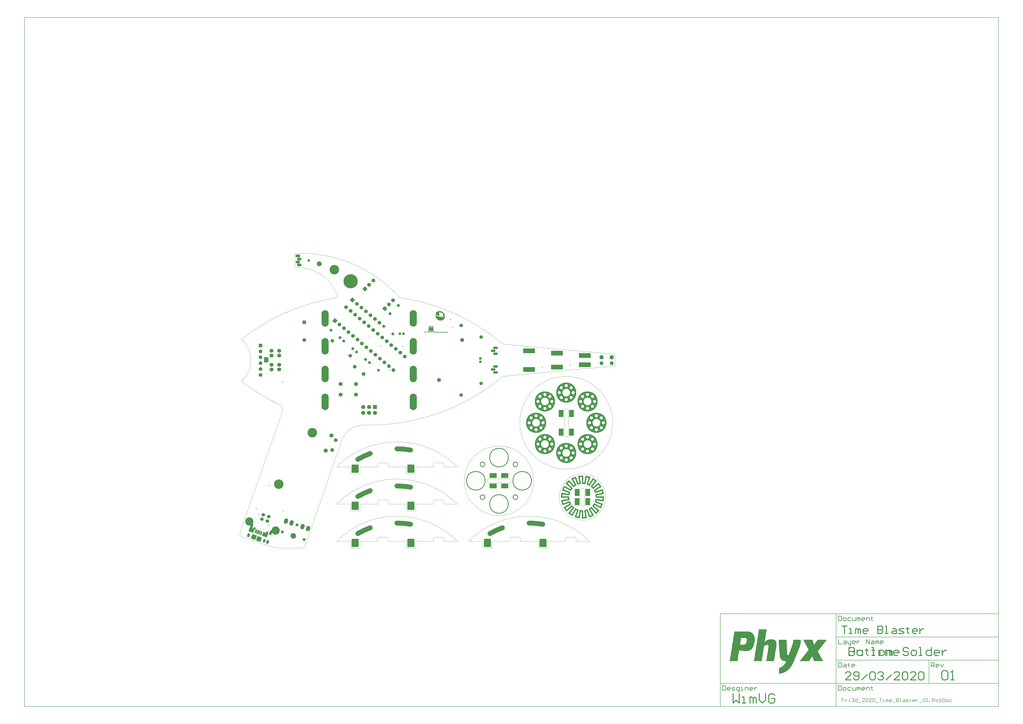
<source format=gbs>
G04*
G04 #@! TF.GenerationSoftware,Altium Limited,Altium Designer,20.0.13 (296)*
G04*
G04 Layer_Color=16711935*
%FSLAX25Y25*%
%MOIN*%
G70*
G01*
G75*
%ADD10C,0.00787*%
%ADD11C,0.00984*%
%ADD17C,0.01575*%
%ADD19C,0.00197*%
%ADD30C,0.02362*%
%ADD32C,0.08268*%
G04:AMPARAMS|DCode=40|XSize=199.21mil|YSize=81.1mil|CornerRadius=5.12mil|HoleSize=0mil|Usage=FLASHONLY|Rotation=0.000|XOffset=0mil|YOffset=0mil|HoleType=Round|Shape=RoundedRectangle|*
%AMROUNDEDRECTD40*
21,1,0.19921,0.07087,0,0,0.0*
21,1,0.18898,0.08110,0,0,0.0*
1,1,0.01024,0.09449,-0.03543*
1,1,0.01024,-0.09449,-0.03543*
1,1,0.01024,-0.09449,0.03543*
1,1,0.01024,0.09449,0.03543*
%
%ADD40ROUNDEDRECTD40*%
G04:AMPARAMS|DCode=42|XSize=141.73mil|YSize=122.05mil|CornerRadius=16.73mil|HoleSize=0mil|Usage=FLASHONLY|Rotation=90.000|XOffset=0mil|YOffset=0mil|HoleType=Round|Shape=RoundedRectangle|*
%AMROUNDEDRECTD42*
21,1,0.14173,0.08858,0,0,90.0*
21,1,0.10827,0.12205,0,0,90.0*
1,1,0.03347,0.04429,0.05413*
1,1,0.03347,0.04429,-0.05413*
1,1,0.03347,-0.04429,-0.05413*
1,1,0.03347,-0.04429,0.05413*
%
%ADD42ROUNDEDRECTD42*%
%ADD43C,0.04331*%
G04:AMPARAMS|DCode=44|XSize=43.31mil|YSize=66.93mil|CornerRadius=0mil|HoleSize=0mil|Usage=FLASHONLY|Rotation=341.000|XOffset=0mil|YOffset=0mil|HoleType=Round|Shape=Round|*
%AMOVALD44*
21,1,0.02362,0.04331,0.00000,0.00000,71.0*
1,1,0.04331,-0.00385,-0.01117*
1,1,0.04331,0.00385,0.01117*
%
%ADD44OVALD44*%

G04:AMPARAMS|DCode=45|XSize=43.31mil|YSize=86.61mil|CornerRadius=0mil|HoleSize=0mil|Usage=FLASHONLY|Rotation=341.000|XOffset=0mil|YOffset=0mil|HoleType=Round|Shape=Round|*
%AMOVALD45*
21,1,0.04331,0.04331,0.00000,0.00000,71.0*
1,1,0.04331,-0.00705,-0.02047*
1,1,0.04331,0.00705,0.02047*
%
%ADD45OVALD45*%

G04:AMPARAMS|DCode=46|XSize=64.96mil|YSize=39.37mil|CornerRadius=0mil|HoleSize=0mil|Usage=FLASHONLY|Rotation=251.000|XOffset=0mil|YOffset=0mil|HoleType=Round|Shape=Round|*
%AMOVALD46*
21,1,0.02559,0.03937,0.00000,0.00000,251.0*
1,1,0.03937,0.00417,0.01210*
1,1,0.03937,-0.00417,-0.01210*
%
%ADD46OVALD46*%

%ADD47O,0.08268X0.04331*%
%ADD48O,0.08268X0.04331*%
%ADD49C,0.06299*%
%ADD50P,0.08908X4X365.0*%
%ADD51C,0.16142*%
%ADD52C,0.06693*%
%ADD53C,0.06890*%
%ADD54R,0.06890X0.06890*%
%ADD55C,0.05984*%
%ADD56C,0.13976*%
%ADD57R,0.06299X0.06299*%
%ADD58R,0.06299X0.06299*%
%ADD59C,0.06299*%
%ADD60C,0.06394*%
%ADD61P,0.06125X4X185.0*%
G04:AMPARAMS|DCode=62|XSize=43.31mil|YSize=43.31mil|CornerRadius=11.81mil|HoleSize=0mil|Usage=FLASHONLY|Rotation=140.000|XOffset=0mil|YOffset=0mil|HoleType=Round|Shape=RoundedRectangle|*
%AMROUNDEDRECTD62*
21,1,0.04331,0.01968,0,0,140.0*
21,1,0.01968,0.04331,0,0,140.0*
1,1,0.02362,-0.00121,0.01387*
1,1,0.02362,0.01387,0.00121*
1,1,0.02362,0.00121,-0.01387*
1,1,0.02362,-0.01387,-0.00121*
%
%ADD62ROUNDEDRECTD62*%
%ADD63P,0.08908X4X95.0*%
%ADD64R,0.04331X0.04331*%
G04:AMPARAMS|DCode=65|XSize=43.31mil|YSize=43.31mil|CornerRadius=11.81mil|HoleSize=0mil|Usage=FLASHONLY|Rotation=0.000|XOffset=0mil|YOffset=0mil|HoleType=Round|Shape=RoundedRectangle|*
%AMROUNDEDRECTD65*
21,1,0.04331,0.01968,0,0,0.0*
21,1,0.01968,0.04331,0,0,0.0*
1,1,0.02362,0.00984,-0.00984*
1,1,0.02362,-0.00984,-0.00984*
1,1,0.02362,-0.00984,0.00984*
1,1,0.02362,0.00984,0.00984*
%
%ADD65ROUNDEDRECTD65*%
%ADD66C,0.05118*%
G04:AMPARAMS|DCode=67|XSize=94.49mil|YSize=66.93mil|CornerRadius=0mil|HoleSize=0mil|Usage=FLASHONLY|Rotation=71.000|XOffset=0mil|YOffset=0mil|HoleType=Round|Shape=Round|*
%AMOVALD67*
21,1,0.02756,0.06693,0.00000,0.00000,71.0*
1,1,0.06693,-0.00449,-0.01303*
1,1,0.06693,0.00449,0.01303*
%
%ADD67OVALD67*%

%ADD68C,0.09449*%
G04:AMPARAMS|DCode=69|XSize=43.31mil|YSize=43.31mil|CornerRadius=11.81mil|HoleSize=0mil|Usage=FLASHONLY|Rotation=270.000|XOffset=0mil|YOffset=0mil|HoleType=Round|Shape=RoundedRectangle|*
%AMROUNDEDRECTD69*
21,1,0.04331,0.01968,0,0,270.0*
21,1,0.01968,0.04331,0,0,270.0*
1,1,0.02362,-0.00984,-0.00984*
1,1,0.02362,-0.00984,0.00984*
1,1,0.02362,0.00984,0.00984*
1,1,0.02362,0.00984,-0.00984*
%
%ADD69ROUNDEDRECTD69*%
%ADD70R,0.04331X0.04331*%
%ADD71C,0.07087*%
G04:AMPARAMS|DCode=72|XSize=43.31mil|YSize=43.31mil|CornerRadius=11.81mil|HoleSize=0mil|Usage=FLASHONLY|Rotation=225.000|XOffset=0mil|YOffset=0mil|HoleType=Round|Shape=RoundedRectangle|*
%AMROUNDEDRECTD72*
21,1,0.04331,0.01968,0,0,225.0*
21,1,0.01968,0.04331,0,0,225.0*
1,1,0.02362,-0.01392,0.00000*
1,1,0.02362,0.00000,0.01392*
1,1,0.02362,0.01392,0.00000*
1,1,0.02362,0.00000,-0.01392*
%
%ADD72ROUNDEDRECTD72*%
%ADD73P,0.06125X4X270.0*%
%ADD74C,0.05906*%
%ADD75O,0.12205X0.27953*%
%ADD76O,0.07480X0.04921*%
G04:AMPARAMS|DCode=77|XSize=49.21mil|YSize=74.8mil|CornerRadius=13.29mil|HoleSize=0mil|Usage=FLASHONLY|Rotation=270.000|XOffset=0mil|YOffset=0mil|HoleType=Round|Shape=RoundedRectangle|*
%AMROUNDEDRECTD77*
21,1,0.04921,0.04823,0,0,270.0*
21,1,0.02264,0.07480,0,0,270.0*
1,1,0.02657,-0.02411,-0.01132*
1,1,0.02657,-0.02411,0.01132*
1,1,0.02657,0.02411,0.01132*
1,1,0.02657,0.02411,-0.01132*
%
%ADD77ROUNDEDRECTD77*%
G04:AMPARAMS|DCode=78|XSize=63.94mil|YSize=63.94mil|CornerRadius=16.97mil|HoleSize=0mil|Usage=FLASHONLY|Rotation=225.000|XOffset=0mil|YOffset=0mil|HoleType=Round|Shape=RoundedRectangle|*
%AMROUNDEDRECTD78*
21,1,0.06394,0.03000,0,0,225.0*
21,1,0.03000,0.06394,0,0,225.0*
1,1,0.03394,-0.02121,0.00000*
1,1,0.03394,0.00000,0.02121*
1,1,0.03394,0.02121,0.00000*
1,1,0.03394,0.00000,-0.02121*
%
%ADD78ROUNDEDRECTD78*%
G04:AMPARAMS|DCode=79|XSize=63.94mil|YSize=63.94mil|CornerRadius=16.97mil|HoleSize=0mil|Usage=FLASHONLY|Rotation=90.000|XOffset=0mil|YOffset=0mil|HoleType=Round|Shape=RoundedRectangle|*
%AMROUNDEDRECTD79*
21,1,0.06394,0.03000,0,0,90.0*
21,1,0.03000,0.06394,0,0,90.0*
1,1,0.03394,0.01500,0.01500*
1,1,0.03394,0.01500,-0.01500*
1,1,0.03394,-0.01500,-0.01500*
1,1,0.03394,-0.01500,0.01500*
%
%ADD79ROUNDEDRECTD79*%
%ADD80C,0.08268*%
%ADD81C,0.24016*%
%ADD82C,0.01575*%
%ADD128R,0.07480X0.08661*%
%ADD129C,0.01378*%
%ADD130C,0.02559*%
G04:AMPARAMS|DCode=131|XSize=120.47mil|YSize=81.1mil|CornerRadius=5.12mil|HoleSize=0mil|Usage=FLASHONLY|Rotation=180.000|XOffset=0mil|YOffset=0mil|HoleType=Round|Shape=RoundedRectangle|*
%AMROUNDEDRECTD131*
21,1,0.12047,0.07087,0,0,180.0*
21,1,0.11024,0.08110,0,0,180.0*
1,1,0.01024,-0.05512,0.03543*
1,1,0.01024,0.05512,0.03543*
1,1,0.01024,0.05512,-0.03543*
1,1,0.01024,-0.05512,-0.03543*
%
%ADD131ROUNDEDRECTD131*%
G04:AMPARAMS|DCode=132|XSize=86.61mil|YSize=66.93mil|CornerRadius=0mil|HoleSize=0mil|Usage=FLASHONLY|Rotation=161.000|XOffset=0mil|YOffset=0mil|HoleType=Round|Shape=Rectangle|*
%AMROTATEDRECTD132*
4,1,4,0.05184,0.01754,0.03005,-0.04574,-0.05184,-0.01754,-0.03005,0.04574,0.05184,0.01754,0.0*
%
%ADD132ROTATEDRECTD132*%

%ADD133P,0.11136X4X206.0*%
G04:AMPARAMS|DCode=134|XSize=19.68mil|YSize=66.93mil|CornerRadius=0mil|HoleSize=0mil|Usage=FLASHONLY|Rotation=341.000|XOffset=0mil|YOffset=0mil|HoleType=Round|Shape=Rectangle|*
%AMROTATEDRECTD134*
4,1,4,-0.02020,-0.02844,0.00159,0.03485,0.02020,0.02844,-0.00159,-0.03485,-0.02020,-0.02844,0.0*
%
%ADD134ROTATEDRECTD134*%

%ADD135R,0.01968X0.04331*%
%ADD136C,0.02362*%
G04:AMPARAMS|DCode=137|XSize=120.47mil|YSize=81.1mil|CornerRadius=5.12mil|HoleSize=0mil|Usage=FLASHONLY|Rotation=90.000|XOffset=0mil|YOffset=0mil|HoleType=Round|Shape=RoundedRectangle|*
%AMROUNDEDRECTD137*
21,1,0.12047,0.07087,0,0,90.0*
21,1,0.11024,0.08110,0,0,90.0*
1,1,0.01024,0.03543,0.05512*
1,1,0.01024,0.03543,-0.05512*
1,1,0.01024,-0.03543,-0.05512*
1,1,0.01024,-0.03543,0.05512*
%
%ADD137ROUNDEDRECTD137*%
G36*
X347077Y402267D02*
X347077Y402267D01*
X347077Y402267D01*
X347093Y402265D01*
X347111Y402263D01*
X347145Y402266D01*
X347145D01*
D01*
D01*
X347214Y402265D01*
X347248Y402262D01*
X347272Y402264D01*
X347282Y402265D01*
X347282D01*
X347282D01*
X347351Y402264D01*
X347351D01*
X347351D01*
X347363Y402263D01*
X347385Y402260D01*
X347419Y402264D01*
X348583Y402253D01*
X348622Y402249D01*
X348647Y402241D01*
X348659Y402238D01*
X348693Y402219D01*
X348722Y402194D01*
X348747Y402164D01*
X348765Y402130D01*
X348772Y402104D01*
X348776Y402093D01*
X348779Y402054D01*
D01*
Y402054D01*
X348779Y401986D01*
X348779Y401986D01*
X348774Y401947D01*
X348763Y401910D01*
D01*
X348763Y401910D01*
X348751Y401888D01*
X348744Y401876D01*
X348744Y401876D01*
X348744Y401876D01*
X348729Y401858D01*
X348719Y401846D01*
X348719Y401846D01*
X348719Y401846D01*
X348705Y401834D01*
X348689Y401822D01*
X348689Y401822D01*
X348689Y401822D01*
X348674Y401814D01*
X348655Y401804D01*
X348655Y401804D01*
X348655D01*
X348650Y401802D01*
X348618Y401793D01*
X348579Y401789D01*
X348579D01*
D01*
D01*
X348522Y401790D01*
X348513Y401779D01*
X348513Y401779D01*
X348513Y401779D01*
X348505Y401773D01*
X348483Y401755D01*
X348483Y401755D01*
X348483Y401755D01*
X348473Y401750D01*
X348449Y401737D01*
X348449Y401737D01*
X348449Y401737D01*
X348436Y401733D01*
X348412Y401726D01*
X348411Y401726D01*
X348411Y401726D01*
X348394Y401724D01*
X348373Y401723D01*
X348373Y401723D01*
X348373Y401723D01*
X348316Y401723D01*
X348307Y401713D01*
X348307Y401713D01*
X348307Y401713D01*
X348284Y401694D01*
X348277Y401688D01*
X348277D01*
X348277Y401688D01*
X348268Y401684D01*
X348265Y401679D01*
X348263Y401675D01*
X348263Y401675D01*
X348263Y401675D01*
X348247Y401655D01*
X348238Y401645D01*
X348238Y401645D01*
X348238Y401645D01*
X348219Y401629D01*
X348208Y401620D01*
X348208Y401620D01*
X348208Y401620D01*
X348199Y401616D01*
X348198Y401615D01*
X348194Y401607D01*
X348194Y401607D01*
X348194Y401607D01*
X348182Y401592D01*
X348169Y401577D01*
X348169Y401577D01*
X348169Y401577D01*
X348139Y401553D01*
X348107Y401536D01*
X348105Y401535D01*
D01*
X348105Y401535D01*
X348082Y401528D01*
X348074Y401505D01*
X348074Y401505D01*
Y401505D01*
X348065Y401488D01*
X348056Y401471D01*
X348056Y401471D01*
X348056Y401471D01*
X348045Y401459D01*
X348031Y401441D01*
X348001Y401417D01*
X348001Y401417D01*
X348001Y401417D01*
X347992Y401412D01*
X347992Y401412D01*
X347987Y401403D01*
X347962Y401373D01*
X347932Y401349D01*
X347923Y401344D01*
X347918Y401335D01*
X347918Y401335D01*
X347918Y401335D01*
X347911Y401327D01*
X347893Y401305D01*
X347863Y401281D01*
X347853Y401276D01*
X347849Y401267D01*
X347824Y401237D01*
X347813Y401229D01*
X347813Y401172D01*
X347809Y401133D01*
X347806Y401125D01*
X347797Y401096D01*
X347778Y401062D01*
X347753Y401033D01*
X347723Y401008D01*
X347714Y401004D01*
X347709Y400995D01*
X347685Y400965D01*
X347654Y400941D01*
X347645Y400936D01*
X347644Y400934D01*
X347640Y400927D01*
X347640Y400927D01*
X347640Y400927D01*
X347624Y400908D01*
X347615Y400897D01*
X347615Y400897D01*
X347615Y400897D01*
X347605Y400888D01*
X347604Y400832D01*
X347604Y400831D01*
X347604Y400831D01*
X347603Y400816D01*
X347600Y400793D01*
X347600Y400793D01*
Y400793D01*
X347598Y400786D01*
X347588Y400756D01*
X347588Y400756D01*
X347588Y400756D01*
X347579Y400738D01*
X347570Y400722D01*
X347570Y400722D01*
X347570Y400722D01*
X347556Y400705D01*
X347545Y400692D01*
X347545Y400692D01*
X347545Y400692D01*
X347534Y400683D01*
X347534Y400627D01*
X347530Y400592D01*
X347533Y400558D01*
D01*
Y400558D01*
X347533Y400490D01*
X347530Y400466D01*
X347529Y400451D01*
X347529Y400451D01*
X347529Y400451D01*
X347520Y400423D01*
X347517Y400414D01*
X347517Y400414D01*
X347517Y400414D01*
X347508Y400397D01*
X347498Y400380D01*
X347498Y400380D01*
X347498Y400380D01*
X347492Y400372D01*
X347474Y400350D01*
X347474Y400350D01*
X347474Y400350D01*
X347463Y400342D01*
X347463Y400285D01*
Y400285D01*
Y400285D01*
X347458Y400246D01*
X347450Y400220D01*
X347447Y400209D01*
X347447Y400209D01*
D01*
X347445Y400206D01*
X347428Y400175D01*
X347403Y400145D01*
X347403Y400145D01*
X347403Y400145D01*
X347393Y400137D01*
X347392Y400080D01*
Y400080D01*
Y400080D01*
X347391Y400068D01*
X347389Y400046D01*
X347391Y400023D01*
X347392Y400011D01*
Y400011D01*
Y400011D01*
X347391Y399943D01*
Y399943D01*
Y399943D01*
X347390Y399931D01*
X347387Y399909D01*
X347388Y399902D01*
X347390Y399874D01*
Y399874D01*
Y399874D01*
Y399874D01*
X347390Y399806D01*
X347386Y399767D01*
X347374Y399730D01*
X347356Y399696D01*
X347331Y399667D01*
X347320Y399658D01*
X347320Y399601D01*
D01*
X347319Y399533D01*
Y399533D01*
Y399533D01*
X347318Y399464D01*
Y399464D01*
Y399464D01*
X347318Y399396D01*
Y399396D01*
X347317Y399327D01*
Y399327D01*
Y399327D01*
X347315Y399309D01*
X347313Y399293D01*
X347315Y399274D01*
X347317Y399259D01*
Y399259D01*
Y399259D01*
X347316Y399190D01*
X347313Y399167D01*
X347312Y399156D01*
X347315Y399122D01*
D01*
Y399122D01*
X347315Y399053D01*
X347312Y399030D01*
X347311Y399019D01*
X347312Y399006D01*
X347314Y398985D01*
Y398985D01*
Y398985D01*
X347313Y398917D01*
Y398916D01*
Y398916D01*
X347312Y398904D01*
X347310Y398882D01*
X347313Y398848D01*
Y398848D01*
D01*
D01*
X347312Y398780D01*
X347312Y398780D01*
X347312Y398779D01*
X347310Y398760D01*
X347309Y398745D01*
X347311Y398718D01*
X347312Y398711D01*
Y398711D01*
D01*
D01*
X347311Y398643D01*
X347307Y398608D01*
X347311Y398574D01*
D01*
Y398574D01*
X347310Y398505D01*
X347308Y398488D01*
X347306Y398471D01*
X347309Y398437D01*
D01*
Y398437D01*
X347309Y398369D01*
Y398369D01*
Y398369D01*
X347308Y398300D01*
D01*
X347308Y398232D01*
D01*
X347307Y398163D01*
Y398163D01*
Y398163D01*
X347306Y398095D01*
X347306Y398095D01*
X347306Y398095D01*
X347306Y398026D01*
Y398026D01*
X347305Y397969D01*
X347316Y397961D01*
X347316Y397960D01*
X347316Y397960D01*
X347326Y397948D01*
X347340Y397930D01*
X347340Y397930D01*
X347340Y397930D01*
X347353Y397906D01*
X347358Y397896D01*
X347358Y397896D01*
X347358Y397896D01*
X347364Y397876D01*
X347369Y397859D01*
X347369Y397859D01*
X347369Y397859D01*
X347371Y397841D01*
X347373Y397820D01*
X347373Y397820D01*
X347373Y397820D01*
X347372Y397752D01*
X347369Y397727D01*
X347368Y397718D01*
X347371Y397683D01*
D01*
Y397683D01*
X347371Y397615D01*
Y397615D01*
Y397615D01*
X347368Y397590D01*
X347367Y397580D01*
X347368Y397565D01*
X347370Y397546D01*
Y397546D01*
Y397546D01*
Y397546D01*
X347370Y397478D01*
Y397478D01*
Y397478D01*
X347368Y397461D01*
X347366Y397443D01*
X347366Y397437D01*
X347369Y397409D01*
Y397409D01*
Y397409D01*
Y397409D01*
X347368Y397341D01*
Y397341D01*
Y397341D01*
X347368Y397272D01*
D01*
X347367Y397215D01*
X347378Y397207D01*
X347378Y397207D01*
X347378Y397207D01*
X347388Y397194D01*
X347402Y397177D01*
X347402Y397177D01*
X347402Y397177D01*
X347415Y397151D01*
X347420Y397142D01*
Y397142D01*
X347420Y397142D01*
X347431Y397105D01*
X347433Y397077D01*
X347434Y397066D01*
Y397066D01*
Y397066D01*
X347434Y396998D01*
Y396998D01*
Y396998D01*
X347431Y396973D01*
X347430Y396964D01*
X347432Y396947D01*
X347433Y396929D01*
Y396929D01*
D01*
D01*
X347433Y396861D01*
Y396861D01*
Y396861D01*
X347432Y396792D01*
D01*
Y396792D01*
X347431Y396735D01*
X347442Y396727D01*
X347442Y396727D01*
X347442Y396727D01*
X347456Y396709D01*
X347466Y396696D01*
X347466Y396696D01*
X347466Y396696D01*
X347478Y396674D01*
X347484Y396662D01*
X347484Y396662D01*
X347484Y396662D01*
X347491Y396639D01*
X347495Y396625D01*
X347495Y396625D01*
X347495Y396625D01*
X347497Y396603D01*
X347499Y396586D01*
Y396586D01*
Y396586D01*
Y396586D01*
X347498Y396518D01*
Y396518D01*
Y396518D01*
X347496Y396500D01*
X347494Y396483D01*
X347496Y396467D01*
X347498Y396449D01*
Y396449D01*
Y396449D01*
Y396449D01*
X347497Y396381D01*
X347497Y396381D01*
X347497Y396381D01*
X347496Y396312D01*
D01*
X347496Y396255D01*
X347506Y396247D01*
X347506Y396247D01*
X347506Y396247D01*
X347518Y396232D01*
X347531Y396217D01*
X347531Y396217D01*
X347531Y396217D01*
X347547Y396186D01*
X347549Y396182D01*
D01*
X347549Y396182D01*
X347559Y396145D01*
X347562Y396116D01*
X347563Y396106D01*
Y396106D01*
D01*
D01*
X347563Y396049D01*
X347568Y396045D01*
X347573Y396041D01*
X347573Y396041D01*
X347573Y396041D01*
X347585Y396026D01*
X347597Y396010D01*
X347597Y396010D01*
X347597Y396010D01*
X347614Y395980D01*
X347615Y395976D01*
D01*
X347615Y395976D01*
X347619Y395964D01*
X347626Y395939D01*
X347630Y395900D01*
Y395900D01*
D01*
D01*
X347629Y395832D01*
Y395832D01*
Y395832D01*
X347627Y395814D01*
X347625Y395798D01*
X347627Y395774D01*
X347628Y395763D01*
Y395763D01*
Y395763D01*
X347628Y395695D01*
Y395695D01*
Y395695D01*
X347626Y395683D01*
X347624Y395661D01*
X347627Y395631D01*
X347627Y395626D01*
X347627Y395569D01*
X347637Y395561D01*
X347661Y395531D01*
X347679Y395496D01*
X347691Y395459D01*
X347694Y395420D01*
X347693Y395363D01*
X347694Y395363D01*
X347704Y395355D01*
X347704Y395355D01*
X347704Y395355D01*
X347728Y395324D01*
X347746Y395290D01*
X347757Y395253D01*
X347760Y395227D01*
X347761Y395214D01*
Y395214D01*
Y395214D01*
X347760Y395146D01*
X347760Y395146D01*
X347760Y395146D01*
X347758Y395128D01*
X347756Y395112D01*
X347758Y395095D01*
X347759Y395077D01*
Y395077D01*
D01*
D01*
X347759Y395009D01*
X347759Y395009D01*
X347759Y395009D01*
X347757Y394994D01*
X347755Y394975D01*
X347756Y394971D01*
X347758Y394940D01*
Y394940D01*
Y394940D01*
X347758Y394883D01*
X347768Y394875D01*
X347768Y394875D01*
X347768Y394875D01*
X347784Y394855D01*
X347793Y394845D01*
X347793Y394845D01*
X347793Y394845D01*
X347808Y394814D01*
X347811Y394810D01*
Y394810D01*
X347811Y394810D01*
X347818Y394783D01*
X347821Y394773D01*
Y394773D01*
X347821Y394773D01*
X347824Y394749D01*
X347825Y394734D01*
Y394734D01*
Y394734D01*
X347824Y394677D01*
X347835Y394669D01*
X347859Y394638D01*
X347877Y394604D01*
X347888Y394567D01*
X347892Y394528D01*
X347891Y394460D01*
X347889Y394437D01*
X347887Y394426D01*
X347889Y394408D01*
X347890Y394391D01*
Y394391D01*
Y394391D01*
Y394391D01*
X347890Y394323D01*
X347890Y394323D01*
X347890Y394323D01*
X347889Y394254D01*
Y394254D01*
X347889Y394186D01*
Y394186D01*
Y394186D01*
X347887Y394167D01*
X347884Y394147D01*
X347884Y394147D01*
Y394147D01*
X347877Y394124D01*
X347873Y394110D01*
X347873Y394110D01*
X347873Y394110D01*
X347863Y394092D01*
X347854Y394076D01*
X347854Y394076D01*
X347854Y394076D01*
X347843Y394063D01*
X347830Y394047D01*
X347830Y394047D01*
X347830Y394047D01*
X347810Y394031D01*
X347799Y394022D01*
X347799Y394022D01*
X347799Y394022D01*
X347769Y394006D01*
X347765Y394004D01*
X347765D01*
X347765Y394004D01*
X347738Y393996D01*
X347728Y393993D01*
X347728D01*
X347728Y393993D01*
X347705Y393991D01*
X347689Y393990D01*
X347689D01*
X347689D01*
X347621Y393990D01*
X347586Y393994D01*
X347567Y393992D01*
X347552Y393991D01*
X347552D01*
X347552D01*
X347484Y393992D01*
X347445Y393996D01*
X347408Y394007D01*
X347396Y394014D01*
X347374Y394026D01*
X347344Y394051D01*
X347336Y394061D01*
X347279Y394062D01*
X347259Y394064D01*
X347245Y394066D01*
X347210Y394062D01*
X347210D01*
D01*
D01*
X347142Y394063D01*
X347103Y394067D01*
X347066Y394079D01*
X347032Y394097D01*
X347003Y394122D01*
X346994Y394133D01*
X346800Y394135D01*
X346766Y394138D01*
X346745Y394137D01*
X346732Y394135D01*
X346732D01*
X346732D01*
X346663Y394136D01*
X346640Y394138D01*
X346625Y394140D01*
X346625Y394140D01*
X346625D01*
X346600Y394148D01*
X346588Y394151D01*
X346588Y394151D01*
X346588Y394151D01*
X346572Y394160D01*
X346554Y394170D01*
X346554Y394170D01*
X346553Y394170D01*
X346544Y394179D01*
X346524Y394195D01*
X346524Y394195D01*
X346524Y394195D01*
X346515Y394206D01*
X346458Y394206D01*
X346440Y394208D01*
X346420Y394210D01*
X346420Y394210D01*
X346420D01*
X346397Y394217D01*
X346383Y394222D01*
X346383Y394222D01*
X346383Y394222D01*
X346353Y394238D01*
X346349Y394240D01*
X346349Y394240D01*
X346349Y394240D01*
X346329Y394257D01*
X346319Y394265D01*
X346319Y394265D01*
X346319Y394265D01*
X346310Y394276D01*
X346116Y394278D01*
X346116D01*
X346116D01*
X346098Y394280D01*
X346078Y394282D01*
X346078Y394282D01*
X346078D01*
X346062Y394287D01*
X346041Y394293D01*
X346041Y394293D01*
X346041D01*
X346035Y394297D01*
X346007Y394312D01*
X346007Y394312D01*
X346007Y394312D01*
X345995Y394322D01*
X345977Y394337D01*
X345977Y394337D01*
X345977Y394337D01*
X345969Y394346D01*
X345969Y394347D01*
X345912Y394348D01*
X345873Y394352D01*
X345836Y394363D01*
X345817Y394374D01*
X345802Y394382D01*
X345772Y394407D01*
Y394407D01*
X345772D01*
X345764Y394418D01*
X345570Y394419D01*
D01*
X345570D01*
X345566Y394420D01*
X345531Y394423D01*
X345506Y394431D01*
X345494Y394435D01*
X345476Y394445D01*
X345460Y394454D01*
X345430Y394478D01*
Y394479D01*
X345430D01*
X345422Y394489D01*
X345365Y394490D01*
X345346Y394492D01*
X345327Y394494D01*
X345326Y394494D01*
X345326D01*
X345296Y394503D01*
X345290Y394505D01*
X345290D01*
X345289Y394505D01*
X345264Y394519D01*
X345255Y394524D01*
X345255Y394524D01*
X345255Y394524D01*
X345238Y394538D01*
X345226Y394549D01*
X345226Y394549D01*
X345226Y394549D01*
X345217Y394559D01*
X345023Y394561D01*
X344985Y394565D01*
X344956Y394574D01*
X344948Y394577D01*
X344948Y394577D01*
X344948Y394577D01*
X344932Y394585D01*
X344914Y394595D01*
X344914Y394595D01*
X344914Y394595D01*
X344904Y394604D01*
X344884Y394620D01*
X344884Y394620D01*
X344884Y394620D01*
X344875Y394631D01*
X344818Y394631D01*
X344818D01*
X344818D01*
X344809Y394632D01*
X344780Y394635D01*
X344743Y394647D01*
X344743Y394647D01*
D01*
X344740Y394649D01*
X344709Y394666D01*
X344679Y394690D01*
X344679Y394690D01*
X344679Y394690D01*
X344674Y394697D01*
X344670Y394701D01*
X344614Y394702D01*
X344614D01*
X344614D01*
X344600Y394703D01*
X344575Y394706D01*
X344538Y394717D01*
X344538Y394717D01*
X344538D01*
X344532Y394721D01*
X344504Y394736D01*
X344504Y394736D01*
X344504D01*
X344499Y394740D01*
X344474Y394761D01*
X344474Y394761D01*
X344474Y394761D01*
X344466Y394771D01*
X344409Y394772D01*
X344385Y394774D01*
X344370Y394776D01*
X344370Y394776D01*
X344370Y394776D01*
X344345Y394784D01*
X344333Y394788D01*
X344333Y394788D01*
X344333Y394788D01*
X344314Y394798D01*
X344299Y394806D01*
X344299Y394806D01*
X344299Y394806D01*
X344283Y394819D01*
X344269Y394831D01*
X344269Y394831D01*
X344269Y394831D01*
X344261Y394842D01*
X344204Y394842D01*
X344204D01*
X344204D01*
X344188Y394844D01*
X344165Y394846D01*
X344165Y394846D01*
X344165D01*
X344162Y394847D01*
X344128Y394858D01*
X344094Y394876D01*
X344094Y394876D01*
X344094Y394876D01*
X344078Y394890D01*
X344064Y394901D01*
X344064Y394901D01*
X344064Y394901D01*
X344056Y394912D01*
X343999Y394912D01*
D01*
X343999D01*
X343995Y394913D01*
X343960Y394917D01*
X343935Y394924D01*
X343923Y394928D01*
X343905Y394938D01*
X343889Y394947D01*
X343860Y394971D01*
Y394971D01*
X343860D01*
X343851Y394982D01*
X343794Y394983D01*
X343756Y394987D01*
X343719Y394998D01*
X343693Y395013D01*
X343685Y395017D01*
X343685Y395017D01*
X343685Y395017D01*
X343670Y395029D01*
X343655Y395042D01*
X343655Y395042D01*
X343655Y395042D01*
X343646Y395052D01*
X343589Y395053D01*
X343551Y395057D01*
X343514Y395069D01*
X343480Y395087D01*
X343450Y395112D01*
X343441Y395123D01*
X343385Y395123D01*
X343384Y395123D01*
X343384Y395123D01*
X343366Y395125D01*
X343346Y395127D01*
X343346Y395127D01*
X343346Y395127D01*
X343334Y395131D01*
X343309Y395139D01*
X343309Y395139D01*
X343309Y395139D01*
X343301Y395143D01*
X343275Y395158D01*
X343275Y395158D01*
X343275Y395158D01*
X343265Y395166D01*
X343245Y395182D01*
X343245Y395182D01*
X343245Y395182D01*
X343237Y395193D01*
X343221Y395213D01*
X343221Y395213D01*
X343221Y395213D01*
X343216Y395222D01*
X343207Y395227D01*
X343207Y395227D01*
X343207Y395227D01*
X343199Y395233D01*
X343177Y395251D01*
X343177Y395251D01*
X343177Y395251D01*
X343169Y395262D01*
X343112Y395263D01*
X343084Y395266D01*
X343073Y395267D01*
X343073D01*
X343073Y395267D01*
X343040Y395277D01*
X343036Y395278D01*
X343036D01*
X343036Y395278D01*
X343019Y395287D01*
X343002Y395297D01*
X343002Y395297D01*
X343002D01*
X342997Y395301D01*
X342972Y395322D01*
X342972Y395322D01*
X342972Y395322D01*
X342949Y395351D01*
X342948Y395352D01*
D01*
X342948Y395352D01*
X342943Y395361D01*
X342934Y395366D01*
X342934Y395366D01*
X342934Y395366D01*
X342915Y395382D01*
X342904Y395391D01*
X342904Y395391D01*
X342904Y395391D01*
X342896Y395401D01*
X342839Y395402D01*
X342800Y395406D01*
X342763Y395418D01*
X342729Y395436D01*
X342700Y395461D01*
X342675Y395491D01*
X342671Y395500D01*
X342662Y395505D01*
X342661Y395505D01*
X342661D01*
X342655Y395511D01*
X342632Y395530D01*
X342632Y395530D01*
X342632Y395530D01*
X342623Y395541D01*
X342566Y395541D01*
X342528Y395545D01*
X342491Y395557D01*
X342457Y395576D01*
X342427Y395601D01*
X342403Y395631D01*
X342399Y395637D01*
X342398Y395640D01*
X342389Y395645D01*
X342389Y395645D01*
X342389Y395645D01*
X342370Y395660D01*
X342359Y395669D01*
X342359Y395669D01*
X342359Y395670D01*
X342349Y395682D01*
X342335Y395700D01*
X342335Y395700D01*
X342335Y395700D01*
X342330Y395709D01*
X342321Y395714D01*
X342291Y395739D01*
X342291Y395739D01*
X342291Y395739D01*
X342286Y395745D01*
X342267Y395769D01*
X342262Y395778D01*
X342253Y395783D01*
X342253Y395783D01*
X342253Y395783D01*
X342241Y395793D01*
X342223Y395808D01*
X342223Y395808D01*
X342223Y395808D01*
X342215Y395818D01*
X342158Y395819D01*
X342158D01*
X342158D01*
X342137Y395821D01*
X342119Y395823D01*
X342119Y395823D01*
X342119D01*
X342103Y395828D01*
X342082Y395834D01*
X342082Y395834D01*
X342082D01*
X342076Y395838D01*
X342048Y395853D01*
X342048Y395853D01*
X342048Y395853D01*
X342036Y395863D01*
X342019Y395878D01*
X342018Y395878D01*
X342018Y395878D01*
X342011Y395888D01*
X341994Y395908D01*
X341989Y395917D01*
X341980Y395922D01*
X341980Y395922D01*
X341980Y395922D01*
X341962Y395937D01*
X341951Y395947D01*
X341951Y395947D01*
X341951Y395947D01*
X341939Y395961D01*
X341926Y395977D01*
X341926Y395977D01*
X341926Y395977D01*
X341921Y395986D01*
X341913Y395991D01*
X341913Y395991D01*
X341913Y395991D01*
X341894Y396007D01*
X341883Y396016D01*
X341883Y396016D01*
X341883Y396016D01*
X341859Y396045D01*
X341858Y396046D01*
D01*
X341858Y396046D01*
X341854Y396055D01*
X341845Y396060D01*
X341845Y396060D01*
X341845Y396060D01*
X341836Y396068D01*
X341815Y396085D01*
X341815Y396085D01*
X341815Y396085D01*
X341812Y396089D01*
X341791Y396115D01*
X341786Y396124D01*
X341777Y396129D01*
X341777Y396129D01*
X341777Y396129D01*
X341768Y396137D01*
X341747Y396154D01*
X341747Y396154D01*
X341747Y396154D01*
X341742Y396160D01*
X341723Y396184D01*
X341723Y396184D01*
X341723Y396184D01*
X341718Y396194D01*
X341709Y396198D01*
X341709Y396198D01*
X341709Y396198D01*
X341691Y396214D01*
X341679Y396223D01*
X341679Y396223D01*
X341679Y396223D01*
X341667Y396238D01*
X341655Y396253D01*
X341655Y396253D01*
X341655Y396253D01*
X341650Y396263D01*
X341641Y396268D01*
X341611Y396292D01*
X341587Y396323D01*
X341582Y396332D01*
X341573Y396337D01*
X341573Y396337D01*
X341573Y396337D01*
X341557Y396350D01*
X341543Y396361D01*
X341543Y396361D01*
X341543Y396361D01*
X341530Y396378D01*
X341519Y396392D01*
X341519Y396392D01*
X341519Y396392D01*
X341507Y396415D01*
X341501Y396426D01*
X341501Y396426D01*
X341501Y396426D01*
X341494Y396450D01*
X341490Y396463D01*
Y396463D01*
X341490Y396463D01*
X341488Y396485D01*
X341487Y396502D01*
Y396502D01*
Y396502D01*
Y396502D01*
X341487Y396559D01*
X341477Y396568D01*
X341477Y396568D01*
X341477Y396568D01*
X341458Y396591D01*
X341452Y396598D01*
Y396598D01*
X341452Y396598D01*
X341447Y396607D01*
X341439Y396612D01*
X341439Y396612D01*
X341438Y396612D01*
X341425Y396623D01*
X341409Y396637D01*
X341409Y396637D01*
X341409Y396637D01*
X341393Y396656D01*
X341384Y396667D01*
X341384Y396667D01*
X341384Y396667D01*
X341369Y396697D01*
X341366Y396701D01*
Y396701D01*
X341366Y396701D01*
X341359Y396728D01*
X341355Y396738D01*
Y396738D01*
X341355Y396738D01*
X341353Y396761D01*
X341352Y396777D01*
Y396777D01*
Y396777D01*
X341353Y396834D01*
X341342Y396843D01*
X341318Y396873D01*
X341300Y396907D01*
X341289Y396944D01*
X341285Y396983D01*
X341286Y397052D01*
Y397052D01*
Y397052D01*
X341288Y397074D01*
X341290Y397085D01*
X341288Y397107D01*
X341286Y397120D01*
X341286Y397120D01*
X341286Y397120D01*
X341287Y397188D01*
X341290Y397213D01*
X341291Y397223D01*
X341288Y397257D01*
X341288Y397325D01*
Y397325D01*
Y397325D01*
X341289Y397394D01*
Y397394D01*
Y397394D01*
X341289Y397462D01*
X341292Y397487D01*
X341293Y397497D01*
X341292Y397510D01*
X341290Y397531D01*
Y397531D01*
Y397531D01*
X341291Y397599D01*
Y397599D01*
Y397599D01*
X341295Y397638D01*
X341303Y397664D01*
X341306Y397675D01*
X341306Y397675D01*
D01*
X341308Y397678D01*
X341325Y397709D01*
X341350Y397739D01*
X341350Y397739D01*
X341350Y397739D01*
X341360Y397747D01*
X341361Y397804D01*
X341365Y397843D01*
X341377Y397880D01*
X341395Y397914D01*
X341420Y397943D01*
X341426Y397948D01*
X341431Y397952D01*
X341431Y398009D01*
Y398009D01*
Y398009D01*
X341433Y398021D01*
X341435Y398047D01*
X341447Y398084D01*
Y398084D01*
X341447Y398084D01*
X341462Y398113D01*
X341465Y398118D01*
X341465Y398118D01*
X341465Y398119D01*
X341481Y398138D01*
X341490Y398148D01*
X341490Y398148D01*
X341490Y398148D01*
X341501Y398157D01*
X341501Y398214D01*
Y398214D01*
Y398214D01*
X341504Y398232D01*
X341506Y398252D01*
X341506Y398252D01*
Y398252D01*
X341509Y398262D01*
X341517Y398289D01*
X341517Y398289D01*
Y398289D01*
X341522Y398298D01*
X341536Y398323D01*
X341536Y398323D01*
X341536Y398323D01*
X341543Y398332D01*
X341561Y398353D01*
X341561Y398353D01*
X341561Y398353D01*
X341565Y398356D01*
X341571Y398362D01*
X341572Y398419D01*
Y398419D01*
Y398419D01*
X341573Y398428D01*
X341576Y398457D01*
X341587Y398494D01*
X341587Y398494D01*
D01*
X341589Y398497D01*
X341606Y398528D01*
X341631Y398558D01*
X341631Y398558D01*
X341631Y398558D01*
X341643Y398567D01*
X341643Y398568D01*
X341644Y398580D01*
X341646Y398594D01*
X341646Y398594D01*
Y398594D01*
X341653Y398618D01*
X341657Y398630D01*
X341657Y398631D01*
X341657Y398631D01*
X341671Y398655D01*
X341676Y398665D01*
X341676Y398665D01*
X341676Y398665D01*
X341692Y398684D01*
X341701Y398694D01*
X341701Y398694D01*
X341701Y398694D01*
X341712Y398704D01*
X341713Y398709D01*
X341715Y398730D01*
X341715Y398730D01*
Y398730D01*
X341722Y398753D01*
X341727Y398767D01*
X341727Y398767D01*
X341727Y398767D01*
X341737Y398785D01*
X341745Y398801D01*
X341745Y398801D01*
X341745Y398801D01*
X341757Y398815D01*
X341770Y398831D01*
X341770Y398831D01*
X341770Y398831D01*
X341781Y398839D01*
X341781Y398896D01*
X341784Y398920D01*
X341786Y398935D01*
X341786Y398935D01*
X341786Y398935D01*
X341793Y398959D01*
X341797Y398972D01*
X341797Y398972D01*
X341797Y398972D01*
X341808Y398991D01*
X341816Y399006D01*
X341816Y399006D01*
X341816Y399006D01*
X341829Y399022D01*
X341841Y399036D01*
X341841Y399036D01*
X341841Y399036D01*
X341851Y399044D01*
X341852Y399101D01*
X341856Y399140D01*
X341867Y399177D01*
X341879Y399199D01*
X341886Y399211D01*
X341894Y399220D01*
X341911Y399240D01*
X341931Y399257D01*
X341941Y399265D01*
X341950Y399270D01*
X341952Y399272D01*
X341955Y399278D01*
X341955Y399278D01*
X341955Y399278D01*
X341971Y399297D01*
X341980Y399308D01*
X341980Y399308D01*
X341980Y399308D01*
X342009Y399332D01*
X342010Y399333D01*
D01*
X342010Y399333D01*
X342019Y399337D01*
X342024Y399346D01*
X342049Y399376D01*
X342049Y399376D01*
X342049Y399376D01*
X342061Y399386D01*
X342062Y399396D01*
X342064Y399412D01*
X342064Y399412D01*
X342064Y399412D01*
X342071Y399435D01*
X342075Y399449D01*
X342075Y399449D01*
X342075Y399449D01*
X342086Y399468D01*
X342094Y399483D01*
X342094Y399483D01*
X342094Y399483D01*
X342107Y399499D01*
X342119Y399513D01*
X342119Y399513D01*
X342119Y399513D01*
X342130Y399522D01*
X342133Y399548D01*
X342145Y399585D01*
D01*
X342145Y399585D01*
X342153Y399599D01*
X342163Y399619D01*
X342188Y399649D01*
X342188Y399649D01*
X342188Y399649D01*
X342218Y399673D01*
X342228Y399678D01*
X342229Y399681D01*
X342233Y399687D01*
X342233Y399687D01*
X342233Y399687D01*
X342248Y399705D01*
X342257Y399717D01*
X342257Y399717D01*
X342257Y399717D01*
X342269Y399726D01*
X342288Y399741D01*
X342297Y399746D01*
X342302Y399755D01*
X342326Y399785D01*
X342338Y399794D01*
X342339Y399799D01*
X342341Y399820D01*
X342341Y399820D01*
Y399820D01*
X342344Y399828D01*
X342353Y399857D01*
X342371Y399891D01*
X342371Y399891D01*
X342371Y399891D01*
X342388Y399911D01*
X342396Y399921D01*
X342396Y399921D01*
X342396Y399921D01*
X342408Y399931D01*
X342409Y399940D01*
X342411Y399957D01*
X342411Y399957D01*
Y399957D01*
X342417Y399977D01*
X342422Y399994D01*
X342422Y399994D01*
X342422Y399994D01*
X342431Y400010D01*
X342441Y400028D01*
X342441Y400028D01*
X342441Y400028D01*
X342449Y400038D01*
X342466Y400057D01*
X342466Y400057D01*
X342466Y400057D01*
X342489Y400076D01*
X342496Y400082D01*
X342496D01*
X342496Y400082D01*
X342505Y400086D01*
X342510Y400096D01*
X342510Y400096D01*
X342510Y400096D01*
X342517Y400104D01*
X342535Y400125D01*
X342565Y400150D01*
X342565Y400150D01*
X342565Y400150D01*
X342574Y400154D01*
X342579Y400163D01*
X342579Y400163D01*
X342579Y400163D01*
X342593Y400180D01*
X342604Y400193D01*
X342604Y400193D01*
X342604Y400193D01*
X342617Y400203D01*
X342634Y400217D01*
X342634Y400217D01*
X342634Y400217D01*
X342643Y400222D01*
X342648Y400231D01*
X342673Y400261D01*
X342703Y400285D01*
X342712Y400290D01*
X342714Y400293D01*
X342717Y400299D01*
X342717Y400299D01*
X342717Y400299D01*
X342733Y400318D01*
X342742Y400329D01*
X342742Y400329D01*
X342742Y400329D01*
X342772Y400353D01*
X342781Y400358D01*
X342786Y400367D01*
X342807Y400391D01*
X342811Y400397D01*
X342811Y400397D01*
X342811Y400397D01*
X342842Y400421D01*
X342850Y400426D01*
X342856Y400435D01*
X342872Y400455D01*
X342880Y400465D01*
X342880Y400465D01*
X342880Y400465D01*
X342892Y400474D01*
X342911Y400489D01*
X342920Y400494D01*
X342924Y400503D01*
X342941Y400523D01*
X342949Y400532D01*
X342949Y400532D01*
X342949Y400532D01*
X342961Y400542D01*
X342980Y400557D01*
X342983Y400559D01*
X342989Y400562D01*
X342994Y400571D01*
X342994Y400571D01*
Y400571D01*
X342999Y400577D01*
X343018Y400600D01*
X343019Y400600D01*
X343019Y400600D01*
X343032Y400611D01*
X343049Y400625D01*
X343049Y400625D01*
X343049Y400625D01*
X343058Y400630D01*
X343061Y400635D01*
X343063Y400638D01*
X343063Y400638D01*
X343063Y400639D01*
X343079Y400658D01*
X343088Y400668D01*
X343088Y400668D01*
X343088Y400668D01*
X343107Y400684D01*
X343118Y400693D01*
X343118Y400693D01*
X343118Y400693D01*
X343127Y400697D01*
X343132Y400706D01*
X343132Y400706D01*
X343132Y400706D01*
X343140Y400716D01*
X343157Y400736D01*
X343157Y400736D01*
X343157Y400736D01*
X343180Y400755D01*
X343187Y400760D01*
X343187D01*
X343187Y400761D01*
X343196Y400765D01*
X343201Y400774D01*
X343201Y400774D01*
X343201Y400774D01*
X343212Y400788D01*
X343226Y400804D01*
X343226Y400804D01*
X343226Y400804D01*
X343245Y400820D01*
X343256Y400828D01*
X343256Y400828D01*
X343256Y400828D01*
X343265Y400833D01*
X343270Y400842D01*
X343295Y400872D01*
X343325Y400896D01*
X343325Y400896D01*
X343325Y400896D01*
X343334Y400901D01*
X343336Y400904D01*
X343339Y400910D01*
X343339Y400910D01*
X343339Y400910D01*
X343355Y400929D01*
X343364Y400940D01*
X343364Y400940D01*
X343364Y400940D01*
X343393Y400963D01*
X343394Y400964D01*
D01*
X343394Y400964D01*
X343403Y400969D01*
X343408Y400978D01*
X343433Y401008D01*
X343433Y401008D01*
X343433Y401008D01*
X343445Y401017D01*
X343463Y401032D01*
X343472Y401037D01*
X343473Y401039D01*
X343477Y401046D01*
X343477Y401046D01*
X343477Y401046D01*
X343493Y401065D01*
X343502Y401076D01*
X343502Y401076D01*
X343502Y401076D01*
X343520Y401090D01*
X343532Y401100D01*
X343532Y401100D01*
X343532Y401100D01*
X343541Y401105D01*
X343546Y401114D01*
X343566Y401138D01*
X343571Y401144D01*
X343571D01*
Y401144D01*
X343601Y401168D01*
X343618Y401176D01*
X343636Y401186D01*
X343673Y401197D01*
X343711Y401200D01*
X343711D01*
X343711D01*
X343768Y401200D01*
X343777Y401210D01*
X343777Y401210D01*
X343777Y401210D01*
X343806Y401234D01*
X343807Y401234D01*
D01*
X343807Y401234D01*
X343816Y401239D01*
X343821Y401248D01*
X343821Y401248D01*
X343821Y401248D01*
X343826Y401254D01*
X343846Y401278D01*
X343876Y401302D01*
X343911Y401320D01*
X343911Y401320D01*
X343911Y401320D01*
X343931Y401326D01*
X343948Y401331D01*
X343948D01*
X343948Y401331D01*
X343969Y401333D01*
X343987Y401335D01*
X343987D01*
D01*
D01*
X344043Y401334D01*
X344052Y401345D01*
X344052Y401345D01*
X344052Y401345D01*
X344065Y401355D01*
X344082Y401369D01*
X344082Y401369D01*
X344082Y401369D01*
X344092Y401374D01*
X344096Y401383D01*
X344096Y401383D01*
X344096Y401383D01*
X344105Y401393D01*
X344121Y401413D01*
X344121Y401413D01*
X344121Y401413D01*
X344145Y401432D01*
X344151Y401437D01*
X344151D01*
X344152Y401437D01*
X344161Y401442D01*
X344165Y401451D01*
X344185Y401475D01*
X344190Y401480D01*
X344190D01*
Y401480D01*
X344221Y401505D01*
X344237Y401513D01*
X344255Y401523D01*
X344292Y401534D01*
X344331Y401537D01*
X344331D01*
X344331D01*
X344388Y401537D01*
X344396Y401547D01*
X344427Y401572D01*
X344436Y401576D01*
X344441Y401585D01*
X344465Y401615D01*
X344465D01*
Y401615D01*
X344496Y401639D01*
X344530Y401657D01*
X344556Y401665D01*
X344567Y401668D01*
X344606Y401672D01*
X344606D01*
D01*
D01*
X344663Y401671D01*
X344672Y401682D01*
X344672D01*
Y401682D01*
X344677Y401686D01*
X344702Y401706D01*
X344736Y401724D01*
X344773Y401735D01*
X344812Y401739D01*
D01*
X344812D01*
X344869Y401738D01*
X344878Y401748D01*
X344878Y401748D01*
X344878Y401748D01*
X344908Y401773D01*
X344917Y401778D01*
X344922Y401787D01*
X344947Y401816D01*
X344977Y401841D01*
X345011Y401859D01*
X345048Y401870D01*
X345087Y401873D01*
X345156Y401872D01*
X345176Y401870D01*
X345190Y401869D01*
X345217Y401871D01*
X345224Y401872D01*
X345224D01*
D01*
D01*
X345281Y401871D01*
X345290Y401882D01*
X345290Y401882D01*
X345290Y401882D01*
X345301Y401891D01*
X345320Y401906D01*
X345329Y401911D01*
X345334Y401920D01*
X345334Y401920D01*
X345334Y401920D01*
X345345Y401934D01*
X345359Y401950D01*
X345359Y401950D01*
X345359Y401950D01*
X345378Y401965D01*
X345389Y401974D01*
X345389Y401974D01*
X345389Y401974D01*
X345419Y401990D01*
X345423Y401992D01*
X345423D01*
X345423Y401992D01*
X345450Y402000D01*
X345460Y402003D01*
X345460D01*
X345461Y402003D01*
X345485Y402005D01*
X345499Y402006D01*
X345499D01*
X345499D01*
X345568Y402006D01*
X345568D01*
X345568D01*
X345579Y402005D01*
X345602Y402002D01*
X345615Y402003D01*
X345636Y402005D01*
X345636D01*
X345636D01*
X345693Y402005D01*
X345702Y402015D01*
X345702Y402015D01*
X345702Y402015D01*
X345715Y402026D01*
X345732Y402039D01*
X345732Y402039D01*
X345732Y402039D01*
X345766Y402058D01*
X345795Y402066D01*
X345803Y402068D01*
X345803D01*
X345803Y402068D01*
X345825Y402070D01*
X345842Y402072D01*
X345842D01*
D01*
D01*
X345899Y402071D01*
X345908Y402082D01*
X345938Y402106D01*
X345972Y402124D01*
X345972Y402124D01*
X345972D01*
X346010Y402135D01*
X346038Y402138D01*
X346048Y402139D01*
X346048D01*
X346048D01*
X346117Y402138D01*
X346137Y402136D01*
X346151Y402134D01*
X346185Y402137D01*
D01*
X346185D01*
X346516Y402135D01*
X346525Y402145D01*
X346555Y402169D01*
X346589Y402187D01*
X346626Y402198D01*
X346665Y402202D01*
D01*
X346665D01*
X346733Y402201D01*
X346746Y402200D01*
X346768Y402197D01*
X346802Y402201D01*
X346802D01*
D01*
D01*
X346859Y402200D01*
X346868Y402210D01*
X346898Y402235D01*
X346932Y402253D01*
X346969Y402264D01*
X347008Y402267D01*
X347077Y402267D01*
D02*
G37*
G36*
X349608Y402039D02*
X349642Y402035D01*
X349677Y402038D01*
X349677D01*
X349677D01*
X349745Y402038D01*
X349745D01*
X349745D01*
X349784Y402034D01*
X349810Y402025D01*
X349821Y402022D01*
X349821Y402022D01*
D01*
X349824Y402020D01*
X349855Y402003D01*
X349885Y401979D01*
X349885Y401979D01*
X349885Y401979D01*
X349893Y401968D01*
X350087Y401966D01*
X350119Y401963D01*
X350121Y401963D01*
X350143Y401965D01*
X350156Y401966D01*
X350156D01*
X350156D01*
X350224Y401965D01*
X350261Y401961D01*
X350263Y401961D01*
D01*
X350263Y401961D01*
X350292Y401952D01*
X350300Y401949D01*
X350300Y401949D01*
X350300Y401949D01*
X350318Y401939D01*
X350334Y401931D01*
X350334Y401931D01*
X350334Y401931D01*
X350347Y401919D01*
X350363Y401906D01*
X350363Y401906D01*
X350363Y401906D01*
X350372Y401895D01*
X350429Y401895D01*
X350446Y401893D01*
X350467Y401891D01*
X350468Y401891D01*
X350468D01*
X350505Y401879D01*
X350539Y401861D01*
X350561Y401842D01*
X350568Y401836D01*
X350568Y401836D01*
X350568Y401836D01*
X350577Y401825D01*
X350634Y401825D01*
X350666Y401821D01*
X350668Y401821D01*
X350692Y401823D01*
X350702Y401824D01*
X350702D01*
X350702D01*
X350771Y401823D01*
X350809Y401819D01*
X350836Y401811D01*
X350846Y401808D01*
X350846Y401808D01*
D01*
X350850Y401806D01*
X350880Y401789D01*
X350910Y401764D01*
X350910Y401764D01*
X350910Y401764D01*
X350919Y401754D01*
X350976Y401753D01*
X350976Y401753D01*
X350976Y401753D01*
X350991Y401752D01*
X351014Y401749D01*
X351014Y401749D01*
X351014D01*
X351023Y401746D01*
X351051Y401737D01*
X351051Y401737D01*
X351051Y401737D01*
X351067Y401728D01*
X351085Y401719D01*
X351085Y401719D01*
X351085Y401719D01*
X351101Y401706D01*
X351115Y401694D01*
X351115Y401694D01*
X351115Y401694D01*
X351124Y401683D01*
X351181Y401683D01*
X351219Y401679D01*
X351248Y401670D01*
X351256Y401667D01*
X351256Y401667D01*
X351256Y401667D01*
X351290Y401649D01*
X351312Y401630D01*
X351320Y401624D01*
X351320Y401624D01*
X351320Y401624D01*
X351337Y401602D01*
X351344Y401594D01*
Y401594D01*
X351344Y401593D01*
X351349Y401584D01*
X351358Y401580D01*
X351358Y401580D01*
X351358Y401580D01*
X351377Y401564D01*
X351388Y401555D01*
X351388Y401555D01*
X351388Y401555D01*
X351396Y401544D01*
X351453Y401544D01*
X351453D01*
X351453D01*
X351471Y401542D01*
X351492Y401539D01*
X351492Y401539D01*
X351492D01*
X351501Y401537D01*
X351529Y401528D01*
X351529Y401528D01*
X351529D01*
X351537Y401523D01*
X351563Y401509D01*
X351563Y401509D01*
X351563Y401509D01*
X351576Y401498D01*
X351593Y401484D01*
X351593Y401484D01*
X351593Y401484D01*
X351601Y401474D01*
X351658Y401473D01*
X351658D01*
X351658D01*
X351683Y401471D01*
X351697Y401469D01*
X351697Y401469D01*
X351697D01*
X351721Y401461D01*
X351734Y401458D01*
X351734Y401458D01*
X351734Y401458D01*
X351746Y401451D01*
X351768Y401439D01*
X351768Y401439D01*
X351768D01*
X351774Y401434D01*
X351797Y401414D01*
X351797Y401414D01*
X351797Y401414D01*
X351808Y401401D01*
X351822Y401384D01*
X351822Y401384D01*
X351822Y401384D01*
X351827Y401375D01*
X351835Y401370D01*
X351836Y401370D01*
X351836Y401370D01*
X351846Y401361D01*
X351865Y401345D01*
X351865Y401345D01*
X351865Y401345D01*
X351874Y401334D01*
X351931Y401334D01*
X351969Y401330D01*
X351978Y401327D01*
X352006Y401318D01*
X352028Y401306D01*
X352040Y401300D01*
X352065Y401279D01*
X352070Y401275D01*
Y401275D01*
X352070D01*
X352079Y401264D01*
X352136Y401264D01*
X352136D01*
X352136D01*
X352161Y401261D01*
X352174Y401260D01*
X352174Y401260D01*
X352174D01*
X352188Y401255D01*
X352211Y401248D01*
X352245Y401229D01*
X352245Y401229D01*
X352245D01*
X352248Y401227D01*
X352275Y401204D01*
X352299Y401174D01*
X352304Y401165D01*
X352313Y401160D01*
X352313Y401160D01*
X352313Y401160D01*
X352333Y401144D01*
X352343Y401135D01*
X352343Y401135D01*
X352343Y401135D01*
X352359Y401116D01*
X352367Y401105D01*
X352367Y401105D01*
X352367Y401105D01*
X352372Y401096D01*
X352381Y401091D01*
X352381Y401091D01*
X352381Y401091D01*
X352400Y401075D01*
X352411Y401066D01*
X352411Y401066D01*
X352411Y401066D01*
X352419Y401056D01*
X352476Y401055D01*
X352496Y401053D01*
X352515Y401051D01*
X352515Y401051D01*
X352515Y401051D01*
X352547Y401041D01*
X352552Y401040D01*
X352552D01*
X352552Y401040D01*
X352577Y401026D01*
X352586Y401021D01*
X352586Y401021D01*
X352586Y401021D01*
X352603Y401006D01*
X352615Y400996D01*
X352615Y400996D01*
X352616Y400996D01*
X352627Y400982D01*
X352640Y400966D01*
X352640Y400966D01*
X352640Y400966D01*
X352645Y400957D01*
X352654Y400952D01*
X352674Y400935D01*
X352683Y400927D01*
X352683Y400927D01*
X352683Y400927D01*
X352708Y400897D01*
X352713Y400888D01*
X352714Y400887D01*
X352722Y400883D01*
X352722Y400883D01*
X352722Y400883D01*
X352741Y400867D01*
X352751Y400858D01*
X352751Y400858D01*
X352751Y400858D01*
X352760Y400847D01*
X352817Y400847D01*
X352855Y400843D01*
X352884Y400834D01*
X352892Y400831D01*
X352892Y400831D01*
X352892Y400831D01*
X352926Y400812D01*
X352948Y400794D01*
X352956Y400788D01*
X352956Y400788D01*
X352956Y400788D01*
X352974Y400766D01*
X352980Y400758D01*
Y400758D01*
X352980Y400758D01*
X352985Y400748D01*
X352994Y400743D01*
X353014Y400727D01*
X353024Y400719D01*
X353024Y400719D01*
X353024Y400719D01*
X353048Y400688D01*
X353053Y400679D01*
X353062Y400674D01*
X353062Y400674D01*
X353062Y400674D01*
X353078Y400661D01*
X353092Y400649D01*
X353092Y400649D01*
X353092Y400649D01*
X353106Y400632D01*
X353116Y400619D01*
X353116Y400619D01*
X353116Y400619D01*
X353121Y400610D01*
X353130Y400605D01*
X353130Y400605D01*
X353130Y400605D01*
X353135Y400601D01*
X353160Y400580D01*
X353168Y400570D01*
X353225Y400569D01*
X353253Y400566D01*
X353264Y400565D01*
X353264D01*
X353264Y400565D01*
X353297Y400555D01*
X353301Y400554D01*
X353301D01*
X353301Y400554D01*
X353329Y400538D01*
X353335Y400535D01*
X353335Y400535D01*
X353335Y400535D01*
X353352Y400520D01*
X353365Y400510D01*
X353365Y400510D01*
X353365Y400510D01*
X353376Y400495D01*
X353389Y400480D01*
X353389Y400480D01*
X353389Y400480D01*
X353394Y400471D01*
X353403Y400466D01*
X353433Y400441D01*
X353457Y400411D01*
X353462Y400402D01*
X353471Y400397D01*
X353501Y400372D01*
X353525Y400342D01*
X353530Y400333D01*
X353538Y400328D01*
X353568Y400303D01*
X353568Y400303D01*
X353568Y400303D01*
X353593Y400273D01*
X353597Y400264D01*
X353599Y400263D01*
X353606Y400259D01*
X353606Y400259D01*
X353607Y400259D01*
X353625Y400243D01*
X353636Y400234D01*
X353636Y400234D01*
X353636Y400234D01*
X353647Y400221D01*
X353660Y400204D01*
X353660Y400204D01*
X353661Y400204D01*
X353665Y400195D01*
X353668Y400193D01*
X353674Y400190D01*
X353674Y400190D01*
X353674Y400190D01*
X353693Y400174D01*
X353704Y400165D01*
X353704Y400165D01*
X353704Y400165D01*
X353714Y400153D01*
X353720Y400152D01*
X353740Y400150D01*
X353740Y400150D01*
X353740Y400150D01*
X353754Y400146D01*
X353777Y400139D01*
X353777Y400139D01*
X353777Y400139D01*
X353789Y400132D01*
X353811Y400120D01*
X353811Y400120D01*
X353811Y400120D01*
X353824Y400109D01*
X353840Y400095D01*
X353840Y400095D01*
X353841Y400095D01*
X353852Y400081D01*
X353865Y400065D01*
X353865Y400065D01*
X353865Y400065D01*
X353874Y400047D01*
X353883Y400031D01*
X353883Y400031D01*
X353883Y400030D01*
X353887Y400016D01*
X353905Y400015D01*
X353928Y400013D01*
X353944Y400011D01*
X353944Y400011D01*
X353944D01*
X353969Y400004D01*
X353981Y400000D01*
X353981Y400000D01*
X353981Y400000D01*
X354006Y399986D01*
X354015Y399981D01*
X354015Y399981D01*
X354015Y399981D01*
X354034Y399965D01*
X354045Y399956D01*
X354045Y399956D01*
X354045Y399956D01*
X354055Y399943D01*
X354069Y399926D01*
X354069Y399926D01*
X354069Y399926D01*
X354087Y399892D01*
X354094Y399869D01*
X354104Y399865D01*
X354117Y399862D01*
X354117Y399862D01*
X354117Y399862D01*
X354141Y399848D01*
X354151Y399843D01*
X354151Y399843D01*
X354151Y399843D01*
X354170Y399827D01*
X354180Y399818D01*
X354180Y399818D01*
X354180Y399818D01*
X354191Y399805D01*
X354205Y399788D01*
X354205Y399788D01*
X354205Y399788D01*
X354223Y399754D01*
X354229Y399731D01*
X354248Y399725D01*
X354252Y399724D01*
X354252D01*
X354252Y399723D01*
X354270Y399714D01*
X354286Y399705D01*
X354287Y399705D01*
X354287D01*
X354293Y399700D01*
X354316Y399680D01*
X354316Y399680D01*
X354316Y399680D01*
X354327Y399667D01*
X354341Y399650D01*
X354341Y399650D01*
X354341Y399650D01*
X354347Y399637D01*
X354359Y399616D01*
X354359Y399616D01*
X354359Y399615D01*
X354363Y399600D01*
X354365Y399592D01*
X354388Y399585D01*
X354422Y399567D01*
X354422Y399567D01*
X354422Y399567D01*
X354439Y399553D01*
X354452Y399542D01*
X354452Y399542D01*
X354452Y399542D01*
X354461Y399531D01*
X354476Y399512D01*
X354476Y399512D01*
X354476Y399512D01*
X354482Y399500D01*
X354494Y399477D01*
X354494Y399477D01*
X354494Y399477D01*
X354499Y399460D01*
X354501Y399454D01*
X354524Y399447D01*
D01*
X354524Y399447D01*
X354546Y399435D01*
X354558Y399429D01*
X354558Y399429D01*
X354558Y399429D01*
X354576Y399414D01*
X354588Y399404D01*
X354588Y399404D01*
X354588Y399404D01*
X354599Y399389D01*
X354612Y399374D01*
X354612Y399374D01*
X354612Y399374D01*
X354620Y399359D01*
X354630Y399339D01*
X354630Y399339D01*
Y399339D01*
X354631Y399335D01*
X354637Y399316D01*
X354660Y399309D01*
X354694Y399290D01*
X354724Y399266D01*
X354748Y399235D01*
X354766Y399201D01*
X354777Y399164D01*
X354779Y399138D01*
X354785Y399132D01*
X354791Y399128D01*
X354791Y399128D01*
X354791Y399128D01*
X354802Y399113D01*
X354815Y399098D01*
X354815Y399098D01*
X354815Y399098D01*
X354831Y399067D01*
X354833Y399063D01*
D01*
X354833Y399063D01*
X354838Y399048D01*
X354844Y399026D01*
X354846Y399000D01*
X354858Y398991D01*
X354858Y398991D01*
X354858Y398990D01*
X354875Y398970D01*
X354882Y398960D01*
X354882Y398960D01*
X354882Y398960D01*
X354887Y398951D01*
X354896Y398946D01*
X354926Y398921D01*
X354950Y398891D01*
X354955Y398882D01*
X354964Y398877D01*
X354984Y398861D01*
X354994Y398852D01*
X354994Y398852D01*
X354994Y398852D01*
X355018Y398822D01*
X355023Y398813D01*
X355031Y398808D01*
X355032Y398808D01*
X355062Y398783D01*
X355086Y398753D01*
X355091Y398744D01*
X355091Y398744D01*
X355100Y398739D01*
X355100Y398739D01*
X355100Y398739D01*
X355117Y398725D01*
X355130Y398714D01*
X355130Y398714D01*
X355130Y398714D01*
X355142Y398699D01*
X355154Y398684D01*
X355154Y398684D01*
X355154Y398684D01*
X355159Y398675D01*
X355168Y398670D01*
X355168Y398670D01*
X355168Y398670D01*
X355187Y398654D01*
X355197Y398645D01*
X355197Y398645D01*
X355197Y398645D01*
X355208Y398632D01*
X355222Y398615D01*
X355222Y398615D01*
X355222Y398615D01*
X355240Y398581D01*
X355251Y398543D01*
X355253Y398513D01*
X355254Y398505D01*
Y398505D01*
D01*
D01*
X355254Y398448D01*
X355264Y398439D01*
X355264Y398439D01*
X355264Y398439D01*
X355276Y398425D01*
X355289Y398409D01*
X355289Y398409D01*
X355289Y398409D01*
X355293Y398400D01*
X355302Y398395D01*
X355327Y398374D01*
X355332Y398370D01*
X355332Y398370D01*
X355332Y398370D01*
X355344Y398355D01*
X355356Y398340D01*
X355356Y398340D01*
X355356Y398340D01*
X355361Y398331D01*
X355370Y398326D01*
X355400Y398301D01*
X355400Y398301D01*
X355400Y398301D01*
X355409Y398289D01*
X355424Y398271D01*
X355426Y398267D01*
X355429Y398262D01*
X355431Y398260D01*
X355438Y398257D01*
X355448Y398248D01*
X355468Y398232D01*
X355492Y398202D01*
X355492Y398202D01*
X355492Y398201D01*
X355497Y398193D01*
X355500Y398191D01*
X355506Y398187D01*
X355506Y398187D01*
X355506Y398187D01*
X355536Y398163D01*
X355552Y398143D01*
X355560Y398132D01*
X355578Y398098D01*
D01*
X355578Y398098D01*
X355589Y398061D01*
X355591Y398035D01*
X355603Y398025D01*
X355603Y398025D01*
X355603Y398025D01*
X355617Y398007D01*
X355627Y397995D01*
X355627Y397995D01*
X355627Y397995D01*
X355640Y397971D01*
X355645Y397961D01*
X355645Y397961D01*
X355645Y397961D01*
X355651Y397941D01*
X355656Y397923D01*
X355656Y397923D01*
X355656Y397923D01*
X355658Y397905D01*
X355659Y397897D01*
X355661Y397896D01*
X355670Y397888D01*
X355670Y397888D01*
X355670Y397888D01*
X355695Y397857D01*
X355699Y397848D01*
X355708Y397843D01*
X355708Y397843D01*
X355708Y397843D01*
X355722Y397832D01*
X355738Y397819D01*
X355738Y397818D01*
X355738Y397818D01*
X355754Y397799D01*
X355762Y397788D01*
X355763Y397788D01*
X355763Y397788D01*
X355778Y397758D01*
X355780Y397754D01*
Y397754D01*
X355781Y397754D01*
X355788Y397727D01*
X355791Y397717D01*
Y397717D01*
X355791Y397717D01*
X355793Y397694D01*
X355795Y397678D01*
Y397678D01*
Y397678D01*
X355794Y397621D01*
X355795Y397621D01*
X355805Y397613D01*
X355805Y397613D01*
X355805Y397613D01*
X355814Y397601D01*
X355829Y397582D01*
X355831Y397579D01*
X355834Y397573D01*
X355843Y397568D01*
X355843Y397568D01*
X355843Y397568D01*
X355849Y397564D01*
X355873Y397543D01*
X355873Y397543D01*
X355873Y397543D01*
X355879Y397535D01*
X355897Y397513D01*
X355897Y397513D01*
X355897Y397513D01*
X355902Y397504D01*
X355911Y397499D01*
X355911Y397499D01*
X355911Y397499D01*
X355925Y397488D01*
X355941Y397474D01*
X355941Y397474D01*
X355941Y397474D01*
X355951Y397462D01*
X355965Y397444D01*
X355965Y397444D01*
X355965Y397444D01*
X355977Y397422D01*
X355983Y397410D01*
Y397410D01*
X355983Y397410D01*
X355992Y397379D01*
X355994Y397373D01*
Y397373D01*
X355994Y397373D01*
X355996Y397348D01*
X355997Y397334D01*
Y397334D01*
Y397334D01*
Y397334D01*
X355997Y397277D01*
X356004Y397271D01*
X356007Y397268D01*
X356032Y397238D01*
X356036Y397229D01*
X356045Y397224D01*
X356075Y397199D01*
X356075Y397199D01*
X356075Y397199D01*
X356085Y397187D01*
X356099Y397169D01*
X356101Y397166D01*
X356118Y397135D01*
X356127Y397103D01*
X356128Y397097D01*
Y397097D01*
X356128Y397097D01*
X356131Y397070D01*
X356132Y397059D01*
Y397059D01*
Y397059D01*
X356131Y397002D01*
X356142Y396993D01*
X356142Y396993D01*
X356142Y396993D01*
X356165Y396964D01*
X356166Y396963D01*
D01*
X356166Y396963D01*
X356171Y396954D01*
X356180Y396949D01*
X356210Y396924D01*
X356210Y396924D01*
X356210Y396924D01*
X356219Y396912D01*
X356234Y396894D01*
X356252Y396860D01*
D01*
X356252Y396860D01*
X356263Y396822D01*
X356266Y396791D01*
X356266Y396784D01*
Y396784D01*
D01*
D01*
X356266Y396727D01*
X356276Y396718D01*
X356276Y396718D01*
X356276Y396718D01*
X356295Y396695D01*
X356301Y396688D01*
Y396688D01*
X356301Y396688D01*
X356306Y396679D01*
X356315Y396674D01*
X356344Y396649D01*
X356369Y396619D01*
X356387Y396584D01*
X356398Y396547D01*
X356401Y396509D01*
X356400Y396452D01*
X356411Y396443D01*
X356411Y396443D01*
X356411Y396443D01*
X356421Y396431D01*
X356435Y396413D01*
X356435Y396413D01*
X356435Y396413D01*
X356440Y396404D01*
X356449Y396399D01*
X356473Y396378D01*
X356479Y396374D01*
X356479Y396374D01*
X356479Y396374D01*
X356491Y396359D01*
X356503Y396344D01*
X356503Y396344D01*
X356503Y396344D01*
X356519Y396313D01*
X356521Y396309D01*
D01*
X356521Y396309D01*
X356526Y396294D01*
X356532Y396272D01*
X356536Y396234D01*
Y396234D01*
D01*
D01*
X356535Y396177D01*
X356545Y396168D01*
X356570Y396138D01*
X356588Y396103D01*
X356599Y396066D01*
X356602Y396027D01*
D01*
Y396027D01*
X356602Y395959D01*
D01*
Y395959D01*
X356601Y395891D01*
X356601Y395890D01*
X356597Y395852D01*
X356585Y395815D01*
X356575Y395796D01*
X356567Y395781D01*
X356542Y395751D01*
X356542D01*
Y395751D01*
X356512Y395727D01*
X356495Y395718D01*
X356477Y395709D01*
X356440Y395698D01*
X356402Y395694D01*
D01*
X356402D01*
X356330Y395695D01*
X356336Y395690D01*
X356336Y395690D01*
X356336Y395690D01*
X356360Y395660D01*
X356371Y395638D01*
X356378Y395626D01*
X356378Y395626D01*
Y395626D01*
X356380Y395621D01*
X356389Y395588D01*
X356393Y395550D01*
Y395550D01*
D01*
D01*
X356392Y395493D01*
X356403Y395484D01*
X356403Y395484D01*
X356403Y395484D01*
X356414Y395470D01*
X356427Y395454D01*
X356427Y395454D01*
X356427Y395454D01*
X356432Y395445D01*
X356441Y395440D01*
X356441Y395440D01*
X356441Y395440D01*
X356451Y395431D01*
X356470Y395415D01*
X356470Y395415D01*
X356470Y395415D01*
X356489Y395392D01*
X356495Y395385D01*
Y395385D01*
X356495Y395385D01*
X356506Y395364D01*
X356513Y395351D01*
X356513Y395351D01*
X356513Y395351D01*
X356517Y395335D01*
X356524Y395313D01*
Y395313D01*
X356524Y395313D01*
X356525Y395294D01*
X356527Y395275D01*
Y395275D01*
D01*
D01*
X356527Y395218D01*
X356537Y395209D01*
X356561Y395179D01*
X356566Y395170D01*
X356575Y395165D01*
X356575Y395165D01*
X356575Y395165D01*
X356595Y395149D01*
X356605Y395140D01*
X356605Y395140D01*
X356605Y395140D01*
X356621Y395120D01*
X356629Y395110D01*
X356629Y395110D01*
X356629Y395110D01*
X356639Y395092D01*
X356647Y395075D01*
X356647Y395075D01*
X356647Y395075D01*
X356651Y395063D01*
X356658Y395038D01*
X356658Y395038D01*
Y395038D01*
X356659Y395027D01*
X356662Y395000D01*
Y395000D01*
Y395000D01*
Y395000D01*
X356661Y394943D01*
X356672Y394934D01*
X356672Y394934D01*
X356672Y394934D01*
X356691Y394911D01*
X356696Y394904D01*
Y394904D01*
X356696Y394904D01*
X356707Y394883D01*
X356714Y394869D01*
X356714Y394869D01*
X356714Y394869D01*
X356719Y394854D01*
X356725Y394832D01*
Y394832D01*
X356725Y394832D01*
X356727Y394813D01*
X356729Y394794D01*
Y394794D01*
D01*
D01*
X356728Y394737D01*
X356738Y394728D01*
X356763Y394698D01*
X356763Y394698D01*
X356763Y394698D01*
X356770Y394683D01*
X356781Y394663D01*
X356781Y394663D01*
Y394663D01*
X356782Y394659D01*
X356792Y394626D01*
X356795Y394588D01*
Y394588D01*
Y394588D01*
X356795Y394531D01*
X356805Y394522D01*
X356805Y394522D01*
X356805Y394522D01*
X356829Y394492D01*
X356847Y394457D01*
X356857Y394425D01*
X356858Y394420D01*
Y394420D01*
X356858Y394420D01*
X356861Y394395D01*
X356862Y394382D01*
Y394382D01*
Y394382D01*
X356861Y394325D01*
X356872Y394316D01*
X356872Y394316D01*
X356872Y394316D01*
X356882Y394303D01*
X356896Y394286D01*
X356896Y394286D01*
X356896Y394286D01*
X356903Y394273D01*
X356914Y394251D01*
X356914Y394251D01*
X356914Y394251D01*
X356920Y394232D01*
X356925Y394214D01*
Y394214D01*
X356925Y394214D01*
X356927Y394193D01*
X356928Y394176D01*
Y394176D01*
D01*
D01*
X356928Y394119D01*
X356939Y394110D01*
X356939Y394110D01*
X356939Y394110D01*
X356949Y394097D01*
X356963Y394080D01*
X356963Y394080D01*
X356963Y394080D01*
X356970Y394067D01*
X356981Y394045D01*
X356981Y394045D01*
X356981Y394045D01*
X356987Y394026D01*
X356992Y394008D01*
Y394008D01*
X356992Y394008D01*
X356994Y393987D01*
X356995Y393969D01*
Y393969D01*
D01*
D01*
X356995Y393901D01*
X356992Y393878D01*
X356991Y393867D01*
X356992Y393852D01*
X356994Y393833D01*
Y393832D01*
Y393832D01*
Y393832D01*
X356993Y393764D01*
X356993Y393696D01*
Y393696D01*
Y393696D01*
X356992Y393639D01*
X357003Y393630D01*
X357003Y393630D01*
X357003Y393630D01*
X357013Y393617D01*
X357027Y393600D01*
X357027Y393600D01*
X357027Y393600D01*
X357034Y393587D01*
X357045Y393565D01*
X357045Y393565D01*
X357045Y393565D01*
X357050Y393550D01*
X357056Y393528D01*
Y393528D01*
X357056Y393528D01*
X357058Y393510D01*
X357060Y393490D01*
Y393490D01*
Y393490D01*
X357059Y393421D01*
X357055Y393387D01*
X357057Y393362D01*
X357058Y393353D01*
Y393353D01*
D01*
D01*
X357058Y393284D01*
X357054Y393254D01*
X357054Y393250D01*
X357055Y393236D01*
X357057Y393216D01*
Y393216D01*
Y393216D01*
X357056Y393147D01*
D01*
X357056Y393079D01*
D01*
Y393079D01*
X357055Y393010D01*
Y393010D01*
Y393010D01*
X357052Y392976D01*
X357054Y392949D01*
X357055Y392942D01*
Y392942D01*
D01*
D01*
X357054Y392873D01*
D01*
X357053Y392805D01*
D01*
Y392805D01*
X357053Y392736D01*
Y392736D01*
Y392736D01*
X357051Y392719D01*
X357049Y392702D01*
X357049Y392699D01*
X357052Y392668D01*
Y392668D01*
Y392668D01*
X357052Y392599D01*
X357050Y392580D01*
X357048Y392565D01*
X357049Y392550D01*
X357051Y392531D01*
Y392531D01*
Y392531D01*
Y392531D01*
X357050Y392462D01*
Y392462D01*
Y392462D01*
X357049Y392452D01*
X357047Y392428D01*
X357049Y392401D01*
X357050Y392394D01*
Y392394D01*
D01*
D01*
X357049Y392325D01*
X357048Y392308D01*
X357045Y392287D01*
X357045Y392287D01*
Y392287D01*
X357038Y392264D01*
X357034Y392250D01*
X357034Y392250D01*
X357034Y392250D01*
X357021Y392227D01*
X357015Y392216D01*
X357015Y392216D01*
X357015Y392216D01*
X356999Y392197D01*
X356990Y392186D01*
X356990Y392186D01*
X356990Y392186D01*
X356980Y392178D01*
X356979Y392121D01*
Y392121D01*
X356979Y392052D01*
X356979Y392052D01*
X356979Y392052D01*
X356978Y391984D01*
X356975Y391960D01*
X356974Y391945D01*
X356974Y391945D01*
X356974Y391945D01*
X356966Y391920D01*
X356962Y391908D01*
X356962Y391908D01*
X356962Y391908D01*
X356951Y391888D01*
X356944Y391874D01*
X356944Y391874D01*
X356943Y391874D01*
X356930Y391858D01*
X356919Y391844D01*
X356919Y391844D01*
X356919Y391844D01*
X356908Y391836D01*
X356908Y391779D01*
X356908Y391779D01*
X356908Y391779D01*
X356907Y391710D01*
Y391710D01*
X356906Y391642D01*
X356903Y391608D01*
X356904Y391591D01*
X356906Y391573D01*
Y391573D01*
D01*
D01*
X356905Y391505D01*
X356901Y391466D01*
X356890Y391429D01*
X356871Y391395D01*
X356846Y391366D01*
X356835Y391357D01*
X356835Y391300D01*
X356832Y391275D01*
X356831Y391262D01*
X356831Y391262D01*
Y391261D01*
X356821Y391229D01*
X356819Y391225D01*
Y391225D01*
X356819Y391224D01*
X356804Y391196D01*
X356801Y391190D01*
X356801Y391190D01*
X356801Y391190D01*
X356785Y391171D01*
X356776Y391161D01*
X356776Y391161D01*
X356776Y391161D01*
X356765Y391152D01*
X356765Y391095D01*
Y391095D01*
Y391095D01*
X356763Y391077D01*
X356761Y391061D01*
X356764Y391027D01*
D01*
Y391027D01*
X356764Y390958D01*
X356762Y390946D01*
X356759Y390920D01*
X356748Y390883D01*
D01*
X356748Y390883D01*
X356736Y390861D01*
X356729Y390849D01*
X356729Y390849D01*
X356729Y390849D01*
X356714Y390831D01*
X356704Y390819D01*
X356704Y390819D01*
X356704Y390819D01*
X356693Y390809D01*
X356692Y390806D01*
X356690Y390783D01*
X356690Y390783D01*
Y390783D01*
X356687Y390775D01*
X356678Y390746D01*
X356678Y390746D01*
X356678Y390746D01*
X356669Y390730D01*
X356660Y390712D01*
X356660Y390712D01*
X356660Y390712D01*
X356646Y390696D01*
X356635Y390683D01*
X356635Y390683D01*
X356635Y390682D01*
X356623Y390673D01*
X356621Y390651D01*
X356622Y390634D01*
X356624Y390617D01*
Y390617D01*
D01*
D01*
X356623Y390549D01*
X356619Y390510D01*
X356608Y390475D01*
X356607Y390473D01*
D01*
X356607Y390473D01*
X356589Y390439D01*
X356572Y390419D01*
X356564Y390409D01*
X356564Y390409D01*
X356564Y390409D01*
X356552Y390400D01*
X356551Y390394D01*
X356549Y390374D01*
X356549Y390374D01*
Y390374D01*
X356543Y390355D01*
X356538Y390337D01*
X356538Y390337D01*
X356538Y390337D01*
X356521Y390306D01*
X356519Y390303D01*
X356519Y390303D01*
X356519Y390302D01*
X356503Y390283D01*
X356494Y390273D01*
X356494Y390273D01*
X356494Y390273D01*
X356482Y390263D01*
X356480Y390242D01*
X356482Y390215D01*
X356483Y390207D01*
Y390207D01*
D01*
D01*
X356482Y390139D01*
Y390139D01*
Y390139D01*
X356478Y390100D01*
X356470Y390074D01*
X356467Y390063D01*
X356467Y390063D01*
D01*
X356465Y390060D01*
X356448Y390029D01*
X356423Y390000D01*
X356423Y390000D01*
X356423Y389999D01*
X356417Y389994D01*
X356393Y389975D01*
X356384Y389970D01*
X356379Y389961D01*
X356379Y389961D01*
X356379Y389961D01*
X356370Y389950D01*
X356354Y389932D01*
X356354Y389932D01*
X356354Y389932D01*
X356346Y389925D01*
X356344Y389923D01*
X356343Y389866D01*
X356343Y389866D01*
X356343Y389866D01*
X356341Y389851D01*
X356339Y389828D01*
X356339Y389827D01*
Y389827D01*
X356337Y389820D01*
X356327Y389791D01*
X356327Y389791D01*
X356327Y389791D01*
X356317Y389773D01*
X356309Y389757D01*
X356309Y389756D01*
X356309Y389756D01*
X356298Y389744D01*
X356284Y389727D01*
X356284Y389727D01*
X356284Y389727D01*
X356272Y389717D01*
X356254Y389703D01*
X356254Y389702D01*
X356254Y389702D01*
X356244Y389698D01*
X356240Y389689D01*
X356240Y389689D01*
X356240Y389689D01*
X356226Y389673D01*
X356215Y389659D01*
X356215Y389659D01*
X356215Y389659D01*
X356204Y389650D01*
X356204Y389593D01*
Y389593D01*
Y389593D01*
X356202Y389582D01*
X356200Y389555D01*
X356188Y389518D01*
X356173Y389491D01*
X356169Y389484D01*
X356153Y389464D01*
X356144Y389454D01*
X356144Y389454D01*
X356144Y389454D01*
X356130Y389442D01*
X356114Y389430D01*
X356114Y389430D01*
X356114Y389430D01*
X356105Y389425D01*
X356100Y389416D01*
X356076Y389386D01*
X356076Y389386D01*
X356076Y389386D01*
X356065Y389378D01*
X356064Y389321D01*
Y389321D01*
Y389321D01*
X356063Y389310D01*
X356060Y389282D01*
X356049Y389245D01*
D01*
X356049Y389245D01*
X356037Y389224D01*
X356030Y389211D01*
X356030Y389211D01*
X356030Y389211D01*
X356015Y389193D01*
X356005Y389181D01*
X356005Y389181D01*
X356005Y389181D01*
X355991Y389170D01*
X355975Y389157D01*
X355975Y389157D01*
X355975Y389157D01*
X355966Y389152D01*
X355963Y389147D01*
X355961Y389143D01*
X355961Y389143D01*
X355961Y389143D01*
X355945Y389124D01*
X355936Y389113D01*
X355936Y389113D01*
X355936Y389113D01*
X355917Y389098D01*
X355906Y389089D01*
X355906Y389089D01*
X355906Y389089D01*
X355897Y389084D01*
X355892Y389075D01*
X355867Y389046D01*
X355867Y389046D01*
X355867Y389046D01*
X355855Y389036D01*
X355855Y389031D01*
X355852Y389010D01*
X355852Y389010D01*
X355852Y389010D01*
X355848Y388995D01*
X355841Y388973D01*
X355841Y388973D01*
X355841Y388973D01*
X355832Y388956D01*
X355822Y388939D01*
X355822Y388939D01*
X355822Y388939D01*
X355811Y388925D01*
X355797Y388909D01*
X355797Y388909D01*
X355797Y388909D01*
X355787Y388901D01*
X355785Y388900D01*
X355783Y388874D01*
X355774Y388847D01*
X355771Y388837D01*
X355771Y388837D01*
D01*
X355753Y388803D01*
X355736Y388783D01*
X355728Y388773D01*
X355728Y388773D01*
X355728Y388773D01*
X355716Y388763D01*
X355697Y388749D01*
X355694Y388747D01*
X355688Y388744D01*
X355683Y388735D01*
X355683Y388735D01*
X355683Y388735D01*
X355675Y388725D01*
X355659Y388705D01*
X355659Y388705D01*
X355659Y388705D01*
X355635Y388686D01*
X355628Y388681D01*
X355628D01*
X355628Y388681D01*
X355619Y388676D01*
X355614Y388667D01*
X355614Y388667D01*
X355614Y388667D01*
X355602Y388652D01*
X355590Y388637D01*
X355590Y388637D01*
X355590Y388637D01*
X355577Y388627D01*
X355559Y388613D01*
X355559Y388613D01*
X355559Y388613D01*
X355550Y388608D01*
X355545Y388599D01*
X355545Y388599D01*
X355545Y388599D01*
X355532Y388583D01*
X355520Y388569D01*
X355520Y388569D01*
X355520Y388569D01*
X355510Y388561D01*
X355509Y388504D01*
X355509Y388504D01*
X355505Y388465D01*
X355494Y388430D01*
X355494Y388428D01*
D01*
X355494Y388428D01*
X355475Y388394D01*
X355455Y388370D01*
X355450Y388364D01*
X355450Y388364D01*
X355450Y388364D01*
X355420Y388340D01*
X355387Y388323D01*
X355386Y388322D01*
D01*
X355386Y388322D01*
X355374Y388318D01*
X355363Y388315D01*
X355360Y388306D01*
X355356Y388292D01*
X355356Y388292D01*
X355356Y388292D01*
X355346Y388274D01*
X355337Y388258D01*
X355337Y388258D01*
X355337Y388258D01*
X355326Y388245D01*
X355312Y388229D01*
X355312Y388229D01*
X355312Y388229D01*
X355293Y388213D01*
X355282Y388204D01*
X355282Y388204D01*
X355282Y388204D01*
X355273Y388199D01*
X355268Y388191D01*
X355243Y388161D01*
X355243Y388161D01*
X355243Y388161D01*
X355213Y388136D01*
X355204Y388132D01*
X355199Y388123D01*
X355174Y388093D01*
X355174Y388093D01*
X355174Y388093D01*
X355144Y388069D01*
X355135Y388064D01*
X355130Y388055D01*
X355130Y388055D01*
X355130Y388055D01*
X355114Y388036D01*
X355105Y388025D01*
X355105Y388025D01*
X355105Y388025D01*
X355091Y388014D01*
X355075Y388001D01*
X355075Y388001D01*
X355075Y388001D01*
X355065Y387996D01*
X355061Y387987D01*
X355061Y387987D01*
X355061Y387987D01*
X355051Y387976D01*
X355036Y387957D01*
X355036Y387957D01*
X355036Y387957D01*
X355020Y387944D01*
X355006Y387933D01*
X355006Y387933D01*
X355006Y387933D01*
X354996Y387928D01*
X354992Y387919D01*
X354991Y387919D01*
X354991Y387919D01*
X354980Y387905D01*
X354967Y387889D01*
X354967Y387889D01*
X354967Y387889D01*
X354954Y387879D01*
X354936Y387865D01*
X354936Y387865D01*
X354936Y387865D01*
X354927Y387860D01*
X354926Y387857D01*
X354922Y387851D01*
X354898Y387821D01*
X354867Y387797D01*
X354858Y387792D01*
X354853Y387783D01*
X354853Y387783D01*
X354853Y387783D01*
X354837Y387764D01*
X354829Y387753D01*
X354829Y387753D01*
X354829Y387753D01*
X354805Y387735D01*
X354798Y387729D01*
X354798D01*
X354798Y387729D01*
X354789Y387724D01*
X354784Y387715D01*
X354784Y387715D01*
X354784Y387715D01*
X354769Y387697D01*
X354760Y387686D01*
X354760Y387686D01*
X354760Y387686D01*
X354745Y387674D01*
X354729Y387661D01*
X354729Y387661D01*
X354729Y387661D01*
X354720Y387656D01*
X354715Y387648D01*
X354715Y387647D01*
X354715Y387647D01*
X354704Y387634D01*
X354690Y387618D01*
X354690Y387618D01*
X354690Y387618D01*
X354678Y387608D01*
X354660Y387593D01*
X354660Y387593D01*
X354660Y387593D01*
X354651Y387589D01*
X354646Y387579D01*
X354646Y387579D01*
X354646Y387579D01*
X354638Y387569D01*
X354621Y387550D01*
X354621Y387550D01*
X354621Y387550D01*
X354598Y387531D01*
X354591Y387525D01*
X354591D01*
X354591Y387525D01*
X354582Y387521D01*
X354577Y387512D01*
X354577Y387512D01*
X354577Y387512D01*
X354562Y387494D01*
X354552Y387482D01*
X354552Y387482D01*
X354552Y387482D01*
X354538Y387470D01*
X354522Y387458D01*
X354522Y387458D01*
X354522Y387458D01*
X354513Y387453D01*
X354508Y387444D01*
X354508Y387444D01*
Y387444D01*
X354503Y387438D01*
X354483Y387414D01*
X354483Y387414D01*
X354483Y387414D01*
X354470Y387403D01*
X354453Y387390D01*
X354453Y387390D01*
X354453Y387390D01*
X354444Y387385D01*
X354419Y387372D01*
X354418Y387372D01*
X354418Y387372D01*
X354410Y387369D01*
X354396Y387365D01*
X354388Y387342D01*
D01*
X354388Y387342D01*
X354377Y387320D01*
X354370Y387308D01*
X354370Y387308D01*
X354370Y387308D01*
X354357Y387293D01*
X354345Y387278D01*
X354345Y387278D01*
X354345Y387278D01*
X354327Y387264D01*
X354315Y387254D01*
X354315Y387254D01*
X354315Y387254D01*
X354286Y387239D01*
X354280Y387236D01*
D01*
X354280Y387236D01*
X354250Y387227D01*
X354243Y387225D01*
X354243D01*
X354243Y387225D01*
X354218Y387223D01*
X354205Y387222D01*
X354205D01*
D01*
D01*
X354148Y387222D01*
X354139Y387212D01*
X354139Y387212D01*
X354139Y387211D01*
X354123Y387198D01*
X354109Y387187D01*
X354109Y387187D01*
X354109Y387187D01*
X354100Y387182D01*
X354095Y387174D01*
X354095Y387173D01*
X354095Y387173D01*
X354080Y387155D01*
X354070Y387144D01*
X354070Y387144D01*
X354070Y387144D01*
X354055Y387132D01*
X354040Y387119D01*
X354040Y387119D01*
X354040Y387119D01*
X354030Y387115D01*
X354026Y387106D01*
X354009Y387086D01*
X354001Y387076D01*
X354001Y387076D01*
X354001Y387076D01*
X353971Y387052D01*
X353961Y387047D01*
X353957Y387038D01*
X353957Y387038D01*
X353957Y387038D01*
X353941Y387019D01*
X353932Y387008D01*
X353932Y387008D01*
X353932Y387008D01*
X353912Y386992D01*
X353902Y386984D01*
X353902Y386984D01*
X353901Y386984D01*
X353886Y386976D01*
X353867Y386966D01*
X353867Y386966D01*
X353867Y386966D01*
X353860Y386964D01*
X353830Y386955D01*
X353830Y386955D01*
X353830D01*
X353822Y386954D01*
X353791Y386951D01*
X353791D01*
X353791D01*
X353791D01*
X353734Y386952D01*
X353726Y386941D01*
X353726Y386941D01*
X353726Y386941D01*
X353696Y386917D01*
X353686Y386912D01*
X353681Y386903D01*
X353681Y386903D01*
X353681Y386903D01*
X353666Y386884D01*
X353657Y386873D01*
X353657Y386873D01*
X353657Y386873D01*
X353637Y386858D01*
X353626Y386849D01*
X353626Y386849D01*
X353626Y386849D01*
X353611Y386841D01*
X353592Y386831D01*
X353592Y386831D01*
X353592Y386831D01*
X353585Y386829D01*
X353555Y386820D01*
X353555Y386820D01*
X353555D01*
X353547Y386819D01*
X353529Y386818D01*
X353519Y386806D01*
X353519Y386806D01*
X353519Y386806D01*
X353513Y386801D01*
X353489Y386782D01*
X353454Y386764D01*
X353454Y386764D01*
X353454D01*
X353417Y386753D01*
X353391Y386751D01*
X353381Y386739D01*
X353381Y386739D01*
X353381Y386739D01*
X353370Y386729D01*
X353351Y386714D01*
X353342Y386710D01*
X353337Y386701D01*
X353337Y386701D01*
X353337Y386701D01*
X353324Y386685D01*
X353312Y386671D01*
X353312Y386671D01*
X353312Y386671D01*
X353294Y386656D01*
X353282Y386647D01*
X353282Y386647D01*
X353282Y386647D01*
X353258Y386634D01*
X353248Y386629D01*
X353248Y386629D01*
X353248Y386629D01*
X353228Y386623D01*
X353211Y386618D01*
X353211Y386618D01*
X353211Y386618D01*
X353193Y386616D01*
X353172Y386614D01*
X353172Y386614D01*
X353172Y386614D01*
X353115Y386615D01*
X353106Y386604D01*
X353106Y386604D01*
X353106Y386604D01*
X353087Y386589D01*
X353076Y386580D01*
X353076Y386580D01*
X353076Y386580D01*
X353058Y386570D01*
X353042Y386562D01*
X353042Y386562D01*
X353042Y386562D01*
X353031Y386559D01*
X353005Y386551D01*
X353005Y386551D01*
X353005D01*
X352997Y386550D01*
X352966Y386547D01*
X352966D01*
X352966D01*
X352966D01*
X352909Y386548D01*
X352900Y386538D01*
X352900Y386538D01*
X352900Y386538D01*
X352888Y386528D01*
X352870Y386513D01*
X352861Y386508D01*
X352856Y386499D01*
X352856Y386499D01*
Y386499D01*
X352851Y386493D01*
X352831Y386470D01*
X352831Y386470D01*
X352831Y386470D01*
X352818Y386459D01*
X352801Y386445D01*
X352801Y386445D01*
X352801Y386445D01*
X352792Y386441D01*
X352767Y386427D01*
X352767Y386427D01*
X352767Y386427D01*
X352758Y386425D01*
X352730Y386416D01*
X352730D01*
X352729Y386416D01*
X352712Y386415D01*
X352691Y386413D01*
X352691D01*
X352691D01*
X352691D01*
X352554Y386414D01*
X352554D01*
X352554D01*
X352535Y386416D01*
X352515Y386418D01*
X352515Y386418D01*
X352515D01*
X352502Y386422D01*
X352478Y386430D01*
X352478Y386430D01*
X352478D01*
X352470Y386434D01*
X352444Y386448D01*
X352444Y386448D01*
X352444Y386449D01*
X352435Y386456D01*
X352414Y386473D01*
X352414Y386473D01*
X352414Y386473D01*
X352410Y386479D01*
X352390Y386503D01*
X352390Y386504D01*
X352390Y386504D01*
X352383Y386518D01*
X352372Y386538D01*
X352372Y386538D01*
X352372Y386538D01*
X352369Y386548D01*
X352361Y386575D01*
X352361Y386575D01*
Y386575D01*
X352361Y386583D01*
X352358Y386614D01*
Y386614D01*
Y386614D01*
X352358Y386682D01*
X352361Y386706D01*
X352363Y386721D01*
X352363Y386721D01*
X352363Y386721D01*
X352371Y386749D01*
X352374Y386758D01*
X352374Y386758D01*
X352374Y386758D01*
X352386Y386780D01*
X352393Y386792D01*
X352393Y386792D01*
X352393Y386792D01*
X352406Y386808D01*
X352417Y386821D01*
X352418Y386822D01*
X352418Y386822D01*
X352444Y386842D01*
X352448Y386846D01*
X352448D01*
X352448Y386846D01*
X352479Y386862D01*
X352482Y386864D01*
X352482D01*
X352482Y386864D01*
X352505Y386871D01*
X352508Y386879D01*
X352512Y386893D01*
X352512Y386893D01*
X352512Y386894D01*
X352522Y386912D01*
X352531Y386927D01*
X352531Y386928D01*
X352531Y386928D01*
X352542Y386941D01*
X352556Y386957D01*
X352556Y386957D01*
X352556Y386957D01*
X352568Y386967D01*
X352569Y386979D01*
X352570Y386993D01*
X352570Y386993D01*
Y386993D01*
X352581Y387025D01*
X352582Y387030D01*
Y387030D01*
X352582Y387030D01*
X352597Y387058D01*
X352601Y387064D01*
X352601Y387064D01*
X352601Y387064D01*
X352617Y387083D01*
X352625Y387094D01*
X352625Y387094D01*
X352625Y387094D01*
X352638Y387104D01*
X352656Y387118D01*
X352656Y387118D01*
X352656Y387118D01*
X352665Y387123D01*
X352670Y387132D01*
X352670Y387132D01*
X352670Y387132D01*
X352678Y387142D01*
X352695Y387161D01*
X352695Y387161D01*
X352695Y387161D01*
X352703Y387169D01*
X352725Y387186D01*
X352734Y387191D01*
X352739Y387200D01*
X352759Y387224D01*
X352764Y387229D01*
X352764Y387229D01*
X352764Y387229D01*
X352794Y387254D01*
X352803Y387259D01*
X352808Y387267D01*
X352808Y387267D01*
X352808Y387267D01*
X352816Y387278D01*
X352833Y387297D01*
X352833Y387297D01*
X352833Y387297D01*
X352843Y387306D01*
X352844Y387363D01*
X352848Y387401D01*
X352859Y387438D01*
X352878Y387472D01*
X352903Y387502D01*
X352933Y387526D01*
X352942Y387531D01*
X352947Y387540D01*
X352947Y387540D01*
X352947Y387540D01*
X352960Y387556D01*
X352972Y387570D01*
X352972Y387570D01*
X352972Y387570D01*
X352998Y387591D01*
X353002Y387594D01*
X353002D01*
X353002Y387594D01*
X353011Y387599D01*
X353016Y387608D01*
X353041Y387638D01*
X353071Y387662D01*
X353080Y387667D01*
X353085Y387676D01*
X353085Y387676D01*
X353085Y387676D01*
X353100Y387693D01*
X353110Y387706D01*
X353110Y387706D01*
X353110Y387706D01*
X353121Y387714D01*
X353121Y387771D01*
X353125Y387810D01*
X353137Y387847D01*
X353156Y387881D01*
X353181Y387911D01*
X353211Y387935D01*
X353220Y387940D01*
X353225Y387949D01*
X353236Y387962D01*
X353250Y387979D01*
X353260Y387987D01*
X353261Y388044D01*
Y388044D01*
Y388044D01*
X353263Y388069D01*
X353265Y388083D01*
X353265Y388083D01*
Y388083D01*
X353273Y388107D01*
X353276Y388120D01*
X353276Y388120D01*
X353276Y388120D01*
X353283Y388132D01*
X353295Y388154D01*
X353295Y388154D01*
Y388154D01*
X353300Y388160D01*
X353320Y388183D01*
X353320Y388183D01*
X353320Y388183D01*
X353333Y388194D01*
X353350Y388208D01*
X353350Y388208D01*
X353350Y388208D01*
X353359Y388212D01*
X353364Y388221D01*
X353364Y388221D01*
X353364Y388222D01*
X353375Y388235D01*
X353389Y388251D01*
X353389Y388251D01*
X353389Y388251D01*
X353408Y388267D01*
X353419Y388276D01*
X353419Y388276D01*
X353419Y388276D01*
X353428Y388280D01*
X353433Y388289D01*
X353433Y388289D01*
X353433Y388289D01*
X353446Y388305D01*
X353458Y388319D01*
X353458Y388319D01*
X353458Y388319D01*
X353470Y388329D01*
X353471Y388340D01*
X353473Y388354D01*
X353473Y388355D01*
X353473Y388355D01*
X353480Y388379D01*
X353484Y388392D01*
X353484Y388392D01*
X353484Y388392D01*
X353492Y388406D01*
X353503Y388426D01*
X353503Y388426D01*
X353503Y388426D01*
X353510Y388434D01*
X353527Y388455D01*
X353528Y388455D01*
X353528Y388456D01*
X353539Y388465D01*
X353542Y388491D01*
X353554Y388528D01*
X353572Y388562D01*
X353597Y388592D01*
X353608Y388600D01*
X353608Y388657D01*
X353611Y388682D01*
X353612Y388696D01*
X353612Y388696D01*
Y388696D01*
X353623Y388728D01*
X353624Y388733D01*
Y388733D01*
X353624Y388733D01*
X353639Y388761D01*
X353643Y388767D01*
X353643Y388767D01*
X353643Y388767D01*
X353659Y388786D01*
X353667Y388797D01*
X353667Y388797D01*
X353667Y388797D01*
X353678Y388805D01*
X353679Y388862D01*
X353683Y388901D01*
X353694Y388938D01*
X353713Y388972D01*
X353738Y389001D01*
X353768Y389026D01*
X353768Y389026D01*
X353777Y389031D01*
X353782Y389040D01*
X353782Y389040D01*
X353782Y389040D01*
X353795Y389055D01*
X353807Y389069D01*
X353807Y389069D01*
X353807Y389069D01*
X353818Y389078D01*
X353818Y389135D01*
Y389135D01*
Y389135D01*
X353819Y389147D01*
X353822Y389173D01*
X353834Y389210D01*
Y389210D01*
X353834Y389210D01*
X353849Y389238D01*
X353852Y389244D01*
X353852Y389244D01*
X353852Y389244D01*
X353868Y389264D01*
X353877Y389274D01*
X353877Y389274D01*
X353877Y389274D01*
X353889Y389284D01*
X353890Y389290D01*
X353892Y389310D01*
X353892Y389310D01*
Y389310D01*
X353899Y389333D01*
X353903Y389347D01*
X353903Y389347D01*
X353903Y389347D01*
X353913Y389365D01*
X353922Y389381D01*
X353922Y389381D01*
X353922Y389381D01*
X353933Y389394D01*
X353947Y389410D01*
X353947Y389410D01*
X353947Y389411D01*
X353959Y389420D01*
X353961Y389442D01*
X353958Y389476D01*
D01*
Y389476D01*
X353959Y389545D01*
X353961Y389567D01*
X353963Y389583D01*
X353963Y389583D01*
Y389583D01*
X353970Y389608D01*
X353974Y389620D01*
X353974Y389620D01*
X353974Y389620D01*
X353983Y389636D01*
X353993Y389654D01*
X353993Y389654D01*
X353993Y389654D01*
X354001Y389664D01*
X354018Y389684D01*
X354018Y389684D01*
X354018Y389684D01*
X354041Y389703D01*
X354048Y389708D01*
X354048D01*
X354048Y389708D01*
X354057Y389713D01*
X354062Y389722D01*
X354062Y389722D01*
X354062Y389722D01*
X354076Y389739D01*
X354087Y389752D01*
X354087Y389752D01*
X354087Y389752D01*
X354097Y389760D01*
X354098Y389817D01*
X354102Y389851D01*
X354099Y389878D01*
X354099Y389886D01*
Y389886D01*
D01*
D01*
X354099Y389954D01*
Y389954D01*
Y389954D01*
X354103Y389993D01*
X354114Y390027D01*
X354115Y390030D01*
D01*
X354115Y390030D01*
X354122Y390044D01*
X354133Y390064D01*
X354158Y390094D01*
X354158Y390094D01*
X354158Y390094D01*
X354165Y390099D01*
X354188Y390118D01*
X354198Y390123D01*
X354203Y390132D01*
X354227Y390161D01*
X354227Y390161D01*
X354227Y390161D01*
X354234Y390166D01*
X354238Y390170D01*
X354238Y390227D01*
X354240Y390239D01*
X354242Y390261D01*
X354241Y390273D01*
X354239Y390295D01*
Y390295D01*
Y390295D01*
X354240Y390364D01*
X354244Y390403D01*
X354255Y390437D01*
X354255Y390439D01*
D01*
X354255Y390440D01*
X354263Y390454D01*
X354274Y390474D01*
X354299Y390503D01*
X354299Y390503D01*
X354299Y390503D01*
X354309Y390512D01*
X354310Y390569D01*
X354314Y390603D01*
X354310Y390637D01*
D01*
Y390637D01*
X354311Y390706D01*
X354314Y390731D01*
X354315Y390744D01*
X354315Y390744D01*
Y390744D01*
X354325Y390777D01*
X354327Y390781D01*
Y390781D01*
X354327Y390781D01*
X354342Y390809D01*
X354345Y390815D01*
X354345Y390815D01*
X354345Y390815D01*
X354361Y390834D01*
X354370Y390845D01*
X354370Y390845D01*
X354370Y390845D01*
X354381Y390854D01*
X354381Y390911D01*
Y390911D01*
Y390911D01*
X354383Y390923D01*
X354385Y390945D01*
X354383Y390965D01*
X354382Y390979D01*
Y390979D01*
Y390979D01*
Y390979D01*
X354383Y391047D01*
Y391048D01*
Y391048D01*
X354384Y391060D01*
X354387Y391086D01*
X354398Y391123D01*
Y391123D01*
X354398Y391123D01*
X354414Y391151D01*
X354417Y391157D01*
X354417Y391157D01*
X354417Y391157D01*
X354433Y391176D01*
X354442Y391187D01*
X354442Y391187D01*
X354442Y391187D01*
X354452Y391195D01*
X354453Y391252D01*
Y391252D01*
X354453Y391321D01*
Y391321D01*
Y391321D01*
X354454Y391389D01*
Y391389D01*
Y391389D01*
X354456Y391407D01*
X354458Y391428D01*
X354458Y391428D01*
Y391428D01*
X354461Y391437D01*
X354470Y391465D01*
X354470Y391465D01*
Y391465D01*
X354474Y391473D01*
X354488Y391499D01*
X354488Y391499D01*
X354488Y391499D01*
X354500Y391513D01*
X354513Y391529D01*
X354513Y391529D01*
X354513Y391529D01*
X354524Y391537D01*
X354524Y391594D01*
Y391594D01*
X354525Y391663D01*
X354525Y391663D01*
X354525Y391663D01*
X354525Y391731D01*
X354529Y391765D01*
X354528Y391783D01*
X354526Y391799D01*
Y391800D01*
Y391800D01*
Y391800D01*
X354527Y391868D01*
Y391868D01*
Y391868D01*
X354528Y391877D01*
X354530Y391902D01*
X354527Y391936D01*
Y391936D01*
Y391936D01*
X354528Y392005D01*
X354530Y392028D01*
X354532Y392039D01*
X354530Y392061D01*
X354528Y392073D01*
Y392073D01*
Y392073D01*
Y392073D01*
X354529Y392142D01*
Y392142D01*
Y392142D01*
X354531Y392159D01*
X354533Y392176D01*
X354530Y392210D01*
Y392210D01*
D01*
D01*
X354530Y392279D01*
Y392279D01*
Y392279D01*
X354532Y392297D01*
X354534Y392317D01*
X354534Y392318D01*
Y392318D01*
X354537Y392327D01*
X354546Y392354D01*
X354546Y392354D01*
Y392354D01*
X354550Y392362D01*
X354561Y392381D01*
X354546Y392408D01*
X354537Y392441D01*
X354536Y392446D01*
Y392446D01*
X354536Y392446D01*
X354533Y392470D01*
X354532Y392484D01*
Y392484D01*
Y392484D01*
X354533Y392553D01*
Y392553D01*
Y392553D01*
X354535Y392578D01*
X354537Y392591D01*
X354537Y392591D01*
Y392591D01*
X354545Y392616D01*
X354548Y392628D01*
X354548Y392628D01*
X354548Y392628D01*
X354555Y392641D01*
X354567Y392662D01*
X354567Y392662D01*
Y392662D01*
X354572Y392669D01*
X354592Y392692D01*
X354592Y392692D01*
X354592Y392692D01*
X354602Y392701D01*
X354603Y392758D01*
D01*
X354604Y392826D01*
D01*
Y392826D01*
X354604Y392883D01*
X354594Y392892D01*
X354569Y392922D01*
X354551Y392956D01*
X354540Y392994D01*
X354537Y393032D01*
D01*
Y393032D01*
X354537Y393101D01*
X354541Y393135D01*
X354540Y393150D01*
X354538Y393169D01*
Y393169D01*
Y393169D01*
Y393169D01*
X354539Y393238D01*
Y393238D01*
Y393238D01*
X354540Y393249D01*
X354542Y393272D01*
X354541Y393285D01*
X354539Y393306D01*
Y393306D01*
Y393306D01*
X354540Y393375D01*
X354543Y393409D01*
X354542Y393429D01*
X354540Y393443D01*
Y393443D01*
Y393443D01*
X354541Y393512D01*
Y393512D01*
Y393512D01*
X354544Y393536D01*
X354545Y393546D01*
X354543Y393564D01*
X354542Y393580D01*
Y393580D01*
Y393580D01*
X354542Y393648D01*
X354546Y393683D01*
X354543Y393709D01*
X354543Y393717D01*
Y393717D01*
D01*
D01*
X354543Y393786D01*
D01*
Y393786D01*
X354544Y393854D01*
D01*
Y393854D01*
X354544Y393911D01*
X354534Y393919D01*
X354534Y393920D01*
X354534Y393920D01*
X354520Y393938D01*
X354510Y393950D01*
X354510Y393950D01*
X354510Y393950D01*
X354497Y393974D01*
X354492Y393984D01*
X354492Y393984D01*
X354492Y393984D01*
X354486Y394004D01*
X354481Y394021D01*
X354481Y394021D01*
X354481Y394021D01*
X354479Y394039D01*
X354477Y394060D01*
X354477Y394060D01*
X354477Y394060D01*
X354478Y394117D01*
X354477Y394117D01*
X354467Y394126D01*
X354467Y394126D01*
X354467Y394126D01*
X354443Y394156D01*
X354425Y394190D01*
X354414Y394227D01*
X354411Y394259D01*
X354411Y394266D01*
Y394266D01*
D01*
D01*
X354411Y394334D01*
Y394335D01*
Y394335D01*
X354413Y394347D01*
X354415Y394369D01*
X354414Y394382D01*
X354412Y394403D01*
Y394403D01*
Y394403D01*
X354413Y394471D01*
X354416Y394506D01*
X354415Y394519D01*
X354413Y394540D01*
Y394540D01*
Y394540D01*
X354414Y394597D01*
X354403Y394606D01*
X354403Y394606D01*
X354403Y394606D01*
X354382Y394632D01*
X354379Y394636D01*
Y394636D01*
X354379Y394636D01*
X354365Y394662D01*
X354361Y394670D01*
X354361Y394670D01*
X354361Y394670D01*
X354354Y394692D01*
X354350Y394707D01*
X354350Y394707D01*
X354350Y394707D01*
X354348Y394727D01*
X354346Y394746D01*
Y394746D01*
Y394746D01*
Y394746D01*
X354347Y394803D01*
X354336Y394812D01*
X354336Y394812D01*
X354336Y394812D01*
X354326Y394825D01*
X354312Y394842D01*
X354312Y394842D01*
X354312Y394842D01*
X354305Y394855D01*
X354294Y394876D01*
X354294Y394876D01*
X354294Y394876D01*
X354290Y394891D01*
X354283Y394913D01*
Y394913D01*
X354283Y394913D01*
X354281Y394931D01*
X354280Y394952D01*
Y394952D01*
Y394952D01*
X354280Y395021D01*
X354283Y395045D01*
X354284Y395055D01*
X354283Y395070D01*
X354281Y395089D01*
Y395089D01*
Y395089D01*
Y395089D01*
X354281Y395146D01*
X354271Y395155D01*
X354247Y395185D01*
X354229Y395219D01*
X354218Y395256D01*
X354214Y395295D01*
X354215Y395352D01*
X354204Y395361D01*
X354204Y395361D01*
X354204Y395361D01*
X354193Y395374D01*
X354180Y395391D01*
X354180Y395391D01*
X354180Y395391D01*
X354162Y395425D01*
X354153Y395457D01*
X354151Y395462D01*
Y395462D01*
X354151Y395462D01*
X354149Y395487D01*
X354148Y395501D01*
Y395501D01*
Y395501D01*
Y395501D01*
X354148Y395569D01*
X354148Y395569D01*
X354148Y395570D01*
X354150Y395589D01*
X354152Y395604D01*
X354149Y395638D01*
D01*
Y395638D01*
X354149Y395695D01*
X354139Y395704D01*
X354139Y395704D01*
X354139Y395704D01*
X354120Y395727D01*
X354114Y395734D01*
Y395734D01*
X354114Y395734D01*
X354110Y395743D01*
X354101Y395748D01*
X354101Y395748D01*
X354101Y395748D01*
X354087Y395759D01*
X354071Y395773D01*
X354071Y395773D01*
X354071Y395773D01*
X354060Y395786D01*
X354047Y395803D01*
X354047Y395803D01*
X354047Y395803D01*
X354039Y395817D01*
X354029Y395837D01*
X354029Y395837D01*
X354029Y395837D01*
X354025Y395848D01*
X354018Y395874D01*
X354018Y395875D01*
Y395875D01*
X354017Y395882D01*
X354014Y395913D01*
Y395913D01*
Y395913D01*
X354015Y395970D01*
X354004Y395979D01*
X354004Y395979D01*
X354004Y395979D01*
X353980Y396009D01*
X353963Y396042D01*
X353962Y396043D01*
D01*
X353962Y396043D01*
X353958Y396055D01*
X353951Y396080D01*
X353947Y396119D01*
Y396119D01*
D01*
D01*
X353948Y396176D01*
X353937Y396185D01*
X353937Y396185D01*
X353937Y396185D01*
X353927Y396198D01*
X353913Y396215D01*
X353913Y396215D01*
X353913Y396215D01*
X353904Y396232D01*
X353895Y396249D01*
X353895Y396250D01*
X353895Y396250D01*
X353891Y396262D01*
X353884Y396287D01*
X353884Y396287D01*
X353884Y396287D01*
X353883Y396305D01*
X353881Y396325D01*
X353881Y396325D01*
X353881Y396325D01*
X353881Y396382D01*
X353871Y396391D01*
X353871Y396391D01*
X353871Y396391D01*
X353861Y396403D01*
X353847Y396421D01*
X353845Y396424D01*
X353842Y396430D01*
X353833Y396435D01*
X353833Y396435D01*
X353833Y396435D01*
X353817Y396448D01*
X353803Y396460D01*
X353803Y396460D01*
X353803Y396460D01*
X353788Y396478D01*
X353779Y396490D01*
X353779Y396490D01*
X353779Y396490D01*
X353766Y396514D01*
X353761Y396524D01*
X353761Y396524D01*
X353761Y396525D01*
X353755Y396544D01*
X353750Y396562D01*
X353750Y396562D01*
X353750Y396562D01*
X353748Y396580D01*
X353746Y396600D01*
X353746Y396600D01*
X353746Y396600D01*
X353747Y396657D01*
X353736Y396666D01*
X353736Y396666D01*
X353736Y396666D01*
X353725Y396680D01*
X353712Y396696D01*
X353712Y396696D01*
X353712Y396696D01*
X353704Y396711D01*
X353694Y396730D01*
X353694Y396730D01*
Y396730D01*
X353693Y396735D01*
X353683Y396768D01*
X353679Y396806D01*
Y396806D01*
Y396806D01*
X353680Y396863D01*
X353679Y396864D01*
X353670Y396872D01*
X353670Y396872D01*
X353670Y396872D01*
X353658Y396887D01*
X353645Y396902D01*
X353645Y396902D01*
X353645Y396902D01*
X353640Y396911D01*
X353631Y396916D01*
X353611Y396933D01*
X353602Y396941D01*
X353602Y396941D01*
X353602Y396941D01*
X353592Y396953D01*
X353577Y396971D01*
X353573Y396980D01*
X353563Y396985D01*
X353543Y397002D01*
X353534Y397010D01*
X353534Y397010D01*
X353534Y397010D01*
X353509Y397040D01*
X353498Y397062D01*
X353491Y397075D01*
X353491Y397075D01*
Y397075D01*
X353490Y397079D01*
X353481Y397112D01*
X353477Y397151D01*
Y397151D01*
D01*
D01*
X353478Y397207D01*
X353467Y397216D01*
X353467Y397216D01*
X353467Y397216D01*
X353443Y397246D01*
X353425Y397281D01*
X353416Y397309D01*
X353414Y397318D01*
Y397318D01*
X353414Y397318D01*
X353412Y397339D01*
X353410Y397357D01*
Y397357D01*
D01*
D01*
X353411Y397413D01*
X353400Y397422D01*
X353400Y397422D01*
X353400Y397422D01*
X353392Y397433D01*
X353376Y397452D01*
X353376Y397452D01*
X353376Y397452D01*
X353371Y397462D01*
X353362Y397466D01*
X353332Y397491D01*
X353332Y397491D01*
X353332Y397491D01*
X353327Y397498D01*
X353308Y397521D01*
X353303Y397531D01*
X353294Y397535D01*
X353274Y397552D01*
X353265Y397560D01*
X353265Y397560D01*
X353265Y397560D01*
X353240Y397590D01*
X353222Y397625D01*
X353211Y397662D01*
X353209Y397694D01*
X353208Y397701D01*
Y397701D01*
D01*
D01*
X353208Y397769D01*
X353208Y397769D01*
X353208Y397769D01*
X353210Y397785D01*
X353212Y397803D01*
X353209Y397838D01*
D01*
Y397838D01*
X353210Y397906D01*
D01*
Y397906D01*
X353214Y397945D01*
X353225Y397982D01*
X353244Y398016D01*
X353269Y398046D01*
X353269D01*
Y398046D01*
X353275Y398050D01*
X353299Y398070D01*
X353333Y398088D01*
X353371Y398099D01*
X353409Y398102D01*
D01*
X353409D01*
X353615Y398100D01*
X353653Y398096D01*
X353690Y398085D01*
X353724Y398066D01*
X353754Y398041D01*
Y398041D01*
X353754D01*
X353778Y398011D01*
X353783Y398002D01*
X353792Y397997D01*
X353822Y397972D01*
X353846Y397942D01*
X353851Y397933D01*
X353860Y397928D01*
X353860Y397928D01*
X353860Y397928D01*
X353878Y397913D01*
X353890Y397903D01*
X353890Y397903D01*
X353890Y397903D01*
X353898Y397892D01*
X353955Y397892D01*
X353994Y397888D01*
X354031Y397876D01*
X354064Y397858D01*
X354060Y397866D01*
X354051Y397871D01*
X354021Y397896D01*
X353996Y397926D01*
X353992Y397936D01*
X353983Y397940D01*
X353958Y397961D01*
X353953Y397965D01*
X353953Y397965D01*
X353953Y397965D01*
X353929Y397995D01*
X353924Y398005D01*
X353915Y398009D01*
X353915Y398009D01*
X353915D01*
X353909Y398015D01*
X353885Y398034D01*
X353885Y398034D01*
X353885Y398034D01*
X353876Y398045D01*
X353820Y398045D01*
X353781Y398050D01*
X353758Y398057D01*
X353744Y398061D01*
X353744Y398061D01*
D01*
X353710Y398080D01*
X353683Y398102D01*
X353680Y398105D01*
Y398105D01*
X353680D01*
X353674Y398112D01*
X353656Y398135D01*
X353651Y398144D01*
X353642Y398149D01*
X353612Y398174D01*
X353612Y398174D01*
X353612Y398174D01*
X353603Y398185D01*
X353588Y398204D01*
X353583Y398213D01*
X353574Y398218D01*
X353550Y398238D01*
X353544Y398243D01*
X353544Y398243D01*
X353544Y398243D01*
X353533Y398257D01*
X353520Y398273D01*
X353520Y398273D01*
X353520Y398273D01*
X353515Y398282D01*
X353513Y398284D01*
X353506Y398287D01*
X353477Y398312D01*
X353468Y398323D01*
X353411Y398323D01*
X353383Y398326D01*
X353373Y398327D01*
X353373D01*
X353373Y398327D01*
X353339Y398338D01*
X353336Y398339D01*
X353336D01*
X353336Y398339D01*
X353314Y398351D01*
X353302Y398357D01*
X353302Y398357D01*
X353302Y398357D01*
X353285Y398371D01*
X353272Y398382D01*
X353272Y398382D01*
X353272Y398382D01*
X353259Y398398D01*
X353247Y398412D01*
X353247Y398412D01*
X353247Y398412D01*
X353243Y398421D01*
X353234Y398426D01*
X353234Y398426D01*
X353234Y398426D01*
X353220Y398438D01*
X353204Y398451D01*
X353204Y398451D01*
X353204Y398451D01*
X353195Y398462D01*
X353138Y398462D01*
X353138Y398462D01*
X353138Y398462D01*
X353124Y398464D01*
X353100Y398466D01*
X353100Y398466D01*
X353100D01*
X353097Y398467D01*
X353063Y398478D01*
X353063Y398478D01*
X353063Y398478D01*
X353053Y398484D01*
X353029Y398497D01*
X353029Y398497D01*
X353029Y398497D01*
X353016Y398507D01*
X352999Y398521D01*
X352999Y398521D01*
X352999Y398521D01*
X352994Y398528D01*
X352975Y398552D01*
X352975Y398552D01*
X352975Y398552D01*
X352971Y398558D01*
X352970Y398561D01*
X352961Y398566D01*
X352961Y398566D01*
X352961Y398566D01*
X352945Y398579D01*
X352931Y398591D01*
X352931Y398591D01*
X352931Y398591D01*
X352923Y398601D01*
X352866Y398602D01*
X352849Y398603D01*
X352827Y398606D01*
X352827Y398606D01*
X352827D01*
X352790Y398617D01*
X352756Y398636D01*
X352734Y398655D01*
X352726Y398661D01*
X352726Y398661D01*
X352726Y398661D01*
X352718Y398672D01*
X352661Y398672D01*
X352661Y398672D01*
X352661Y398672D01*
X352642Y398674D01*
X352622Y398676D01*
X352622Y398676D01*
X352622Y398676D01*
X352607Y398681D01*
X352585Y398688D01*
X352585Y398688D01*
X352585Y398688D01*
X352571Y398696D01*
X352551Y398706D01*
X352551Y398706D01*
X352551Y398706D01*
X352535Y398720D01*
X352522Y398731D01*
X352521Y398731D01*
X352521Y398731D01*
X352511Y398744D01*
X352497Y398761D01*
X352497Y398761D01*
X352497Y398761D01*
X352492Y398770D01*
X352484Y398775D01*
X352483Y398775D01*
X352483D01*
X352477Y398780D01*
X352454Y398800D01*
X352454Y398800D01*
X352454Y398800D01*
X352445Y398811D01*
X352388Y398811D01*
X352388D01*
X352388D01*
X352378Y398812D01*
X352350Y398815D01*
X352313Y398827D01*
X352313Y398827D01*
X352313Y398827D01*
X352300Y398834D01*
X352279Y398846D01*
X352279Y398846D01*
X352279D01*
X352273Y398851D01*
X352249Y398870D01*
X352249Y398870D01*
X352249Y398870D01*
X352240Y398881D01*
X352183Y398882D01*
X352160Y398884D01*
X352145Y398886D01*
X352145Y398886D01*
X352145D01*
X352112Y398896D01*
X352108Y398897D01*
X352108D01*
X352108Y398897D01*
X352080Y398913D01*
X352074Y398916D01*
X352074Y398916D01*
X352074Y398916D01*
X352055Y398932D01*
X352044Y398941D01*
X352044Y398941D01*
X352044Y398941D01*
X352021Y398970D01*
X352020Y398971D01*
D01*
X352020Y398971D01*
X352015Y398980D01*
X352006Y398985D01*
X352006Y398985D01*
X352006Y398985D01*
X351988Y399000D01*
X351976Y399010D01*
X351976Y399010D01*
X351976Y399010D01*
X351968Y399020D01*
X351911Y399021D01*
X351911D01*
X351910D01*
X351886Y399024D01*
X351872Y399025D01*
X351872Y399025D01*
X351872D01*
X351858Y399029D01*
X351835Y399037D01*
X351801Y399055D01*
X351801Y399055D01*
X351801Y399055D01*
X351796Y399060D01*
X351771Y399080D01*
X351763Y399091D01*
X351706Y399091D01*
D01*
X351706D01*
X351667Y399095D01*
X351630Y399107D01*
X351612Y399117D01*
X351596Y399126D01*
X351566Y399150D01*
Y399150D01*
X351566D01*
X351562Y399156D01*
X351558Y399161D01*
X351501Y399162D01*
X351462Y399166D01*
X351441Y399172D01*
X351425Y399177D01*
X351425Y399177D01*
X351425D01*
X351413Y399184D01*
X351391Y399196D01*
X351391Y399196D01*
X351391Y399196D01*
X351374Y399211D01*
X351362Y399221D01*
X351362Y399221D01*
X351361Y399221D01*
X351353Y399231D01*
X351296Y399232D01*
X351257Y399236D01*
X351234Y399243D01*
X351220Y399247D01*
X351220Y399247D01*
D01*
X351186Y399266D01*
X351159Y399289D01*
X351157Y399291D01*
Y399291D01*
X351157D01*
X351151Y399298D01*
X351148Y399302D01*
X351091Y399302D01*
D01*
X351091D01*
X351087Y399302D01*
X351053Y399306D01*
X351027Y399314D01*
X351016Y399318D01*
X350997Y399328D01*
X350982Y399336D01*
X350952Y399361D01*
Y399361D01*
X350952D01*
X350943Y399372D01*
X350886Y399372D01*
X350848Y399376D01*
X350811Y399388D01*
X350777Y399407D01*
X350752Y399427D01*
X350747Y399431D01*
Y399431D01*
X350747D01*
X350738Y399442D01*
X350681Y399443D01*
X350681D01*
X350681D01*
X350665Y399444D01*
X350647Y399446D01*
X350632Y399445D01*
X350613Y399443D01*
X350613D01*
D01*
D01*
X350545Y399444D01*
X350521Y399446D01*
X350506Y399448D01*
X350506Y399448D01*
X350506D01*
X350481Y399456D01*
X350469Y399460D01*
X350469Y399460D01*
X350469Y399460D01*
X350444Y399473D01*
X350435Y399478D01*
X350435Y399478D01*
X350435Y399478D01*
X350416Y399494D01*
X350405Y399503D01*
X350405Y399503D01*
X350405Y399503D01*
X350397Y399514D01*
X350340Y399514D01*
X350340D01*
X350340D01*
X350301Y399518D01*
X350275Y399526D01*
X350264Y399530D01*
X350264Y399530D01*
D01*
X350261Y399531D01*
X350230Y399548D01*
X350200Y399573D01*
X350200Y399573D01*
X350200Y399573D01*
X350195Y399580D01*
X350192Y399584D01*
X349998Y399586D01*
X349964Y399589D01*
X349937Y399587D01*
X349929Y399586D01*
X349929D01*
D01*
D01*
X349861Y399587D01*
X349849Y399588D01*
X349822Y399591D01*
X349785Y399602D01*
D01*
X349785Y399602D01*
X349751Y399621D01*
X349727Y399641D01*
X349722Y399646D01*
X349722Y399646D01*
X349722Y399646D01*
X349713Y399657D01*
X349656Y399657D01*
X349656D01*
X349656D01*
X349644Y399658D01*
X349622Y399661D01*
X349598Y399658D01*
X349588Y399658D01*
X349588D01*
X349588D01*
X349519Y399658D01*
X349485Y399662D01*
X349461Y399660D01*
X349451Y399659D01*
X349451D01*
D01*
D01*
X349382Y399659D01*
X349382Y399659D01*
X349382Y399659D01*
X349362Y399661D01*
X349348Y399663D01*
X349335Y399662D01*
X349314Y399660D01*
X349314D01*
X349314D01*
X349245Y399660D01*
X349220Y399663D01*
X349211Y399664D01*
X349187Y399662D01*
X349177Y399661D01*
X349177D01*
X349177D01*
X349108Y399662D01*
X349108D01*
X349108D01*
X349096Y399663D01*
X349074Y399665D01*
X349040Y399662D01*
X349040D01*
D01*
D01*
X348983Y399663D01*
X348974Y399652D01*
X348974Y399652D01*
X348974Y399652D01*
X348944Y399628D01*
X348910Y399610D01*
X348878Y399601D01*
X348872Y399599D01*
X348872D01*
X348872Y399599D01*
X348848Y399597D01*
X348834Y399596D01*
X348834D01*
X348834D01*
X348765Y399596D01*
X348765D01*
X348765D01*
X348753Y399598D01*
X348731Y399600D01*
X348697Y399597D01*
X348697D01*
X348697D01*
X348640Y399597D01*
X348639Y399596D01*
X348631Y399587D01*
X348601Y399563D01*
X348592Y399558D01*
X348587Y399549D01*
X348570Y399529D01*
X348562Y399519D01*
X348562Y399519D01*
X348562Y399519D01*
X348532Y399495D01*
X348523Y399490D01*
X348518Y399481D01*
X348518Y399481D01*
X348518Y399481D01*
X348511Y399473D01*
X348493Y399451D01*
X348493Y399451D01*
X348493Y399451D01*
X348480Y399441D01*
X348463Y399427D01*
X348463Y399427D01*
X348463Y399427D01*
X348454Y399422D01*
X348449Y399413D01*
X348449Y399413D01*
X348449Y399413D01*
X348433Y399394D01*
X348424Y399383D01*
X348424Y399383D01*
X348424Y399383D01*
X348411Y399373D01*
X348394Y399359D01*
X348394Y399359D01*
X348394Y399359D01*
X348381Y399352D01*
X348359Y399341D01*
X348359Y399341D01*
X348359Y399341D01*
X348340Y399335D01*
X348322Y399330D01*
X348322D01*
X348322Y399330D01*
X348301Y399328D01*
X348284Y399326D01*
X348284D01*
D01*
D01*
X348215Y399327D01*
X348215D01*
X348215D01*
X348197Y399329D01*
X348177Y399331D01*
X348177Y399331D01*
X348177D01*
X348167Y399334D01*
X348140Y399343D01*
X348140Y399343D01*
X348140D01*
X348131Y399347D01*
X348106Y399361D01*
X348106Y399361D01*
X348105Y399361D01*
X348092Y399373D01*
X348076Y399386D01*
X348076Y399386D01*
X348076Y399386D01*
X348065Y399400D01*
X348051Y399416D01*
X348051Y399416D01*
X348051Y399416D01*
X348044Y399430D01*
X348033Y399451D01*
X348033Y399451D01*
X348033Y399451D01*
X348030Y399461D01*
X348023Y399488D01*
X348023Y399488D01*
Y399488D01*
X348022Y399496D01*
X348019Y399527D01*
Y399527D01*
Y399527D01*
X348020Y399595D01*
Y399595D01*
X348020Y399663D01*
X348020Y399664D01*
X348020Y399664D01*
X348021Y399732D01*
Y399732D01*
X348021Y399800D01*
X348021Y399800D01*
X348021Y399801D01*
X348022Y399869D01*
X348024Y399888D01*
X348026Y399903D01*
X348023Y399938D01*
X348023Y400006D01*
X348024Y400017D01*
X348027Y400040D01*
X348025Y400056D01*
X348024Y400074D01*
Y400074D01*
D01*
D01*
X348024Y400143D01*
X348026Y400155D01*
X348028Y400181D01*
X348040Y400218D01*
D01*
X348040Y400218D01*
X348059Y400252D01*
X348079Y400277D01*
X348083Y400282D01*
X348083Y400282D01*
X348084Y400282D01*
X348094Y400291D01*
X348095Y400348D01*
X348095Y400348D01*
X348095Y400348D01*
X348096Y400364D01*
X348099Y400386D01*
X348099Y400386D01*
Y400386D01*
X348101Y400395D01*
X348110Y400423D01*
X348110Y400423D01*
X348110Y400423D01*
X348118Y400437D01*
X348129Y400457D01*
X348129Y400457D01*
X348129Y400457D01*
X348138Y400468D01*
X348154Y400487D01*
X348154Y400487D01*
X348154Y400487D01*
X348162Y400494D01*
X348164Y400496D01*
X348165Y400553D01*
X348166Y400564D01*
X348169Y400587D01*
X348167Y400604D01*
X348165Y400621D01*
X348165Y400621D01*
X348165Y400621D01*
X348166Y400690D01*
X348170Y400724D01*
X348170Y400728D01*
Y400728D01*
X348170Y400728D01*
X348179Y400756D01*
X348182Y400765D01*
X348182Y400765D01*
X348182Y400765D01*
X348198Y400795D01*
X348200Y400799D01*
X348200Y400799D01*
X348201Y400799D01*
X348225Y400829D01*
X348237Y400839D01*
X348240Y400864D01*
X348252Y400902D01*
Y400902D01*
X348252Y400902D01*
X348267Y400929D01*
X348270Y400936D01*
X348270Y400936D01*
X348270Y400936D01*
X348286Y400955D01*
X348295Y400965D01*
X348295Y400965D01*
X348295Y400965D01*
X348307Y400975D01*
X348307Y400981D01*
X348310Y401001D01*
X348310Y401001D01*
Y401001D01*
X348317Y401024D01*
X348321Y401038D01*
X348321Y401038D01*
X348321Y401038D01*
X348338Y401068D01*
X348340Y401072D01*
X348340Y401072D01*
X348340Y401072D01*
X348356Y401091D01*
X348365Y401102D01*
X348365Y401102D01*
X348365Y401102D01*
X348375Y401110D01*
X348376Y401167D01*
X348380Y401206D01*
X348392Y401243D01*
X348410Y401277D01*
X348435Y401306D01*
X348465Y401331D01*
X348474Y401336D01*
X348479Y401345D01*
X348479Y401345D01*
X348479Y401345D01*
X348491Y401358D01*
X348504Y401374D01*
X348504Y401374D01*
X348504Y401374D01*
X348516Y401384D01*
X348518Y401409D01*
X348519Y401410D01*
D01*
X348519Y401410D01*
X348529Y401443D01*
X348530Y401447D01*
Y401447D01*
X348530Y401447D01*
X348542Y401468D01*
X348549Y401481D01*
X348549Y401481D01*
X348549Y401481D01*
X348560Y401495D01*
X348574Y401511D01*
X348574Y401511D01*
X348574Y401511D01*
X348593Y401526D01*
X348604Y401535D01*
X348604Y401535D01*
X348604Y401535D01*
X348638Y401553D01*
X348661Y401560D01*
X348668Y401583D01*
X348687Y401617D01*
X348712Y401647D01*
X348738Y401667D01*
X348742Y401671D01*
X348742D01*
X348742Y401671D01*
X348776Y401689D01*
X348799Y401696D01*
X348807Y401719D01*
X348807Y401719D01*
D01*
X348807Y401720D01*
X348825Y401753D01*
X348850Y401782D01*
X348850Y401782D01*
X348850Y401782D01*
X348856Y401788D01*
X348880Y401807D01*
X348915Y401825D01*
X348915Y401825D01*
X348915D01*
X348952Y401835D01*
X348978Y401838D01*
X348988Y401850D01*
X348988Y401850D01*
X348988Y401850D01*
X349011Y401868D01*
X349018Y401874D01*
X349018D01*
X349018Y401874D01*
X349027Y401879D01*
X349032Y401888D01*
X349032Y401888D01*
X349032Y401888D01*
X349044Y401903D01*
X349057Y401917D01*
X349057Y401917D01*
X349057Y401917D01*
X349087Y401942D01*
X349119Y401959D01*
X349121Y401960D01*
D01*
X349121Y401960D01*
X349145Y401967D01*
X349158Y401971D01*
X349158D01*
X349158Y401971D01*
X349182Y401973D01*
X349197Y401974D01*
X349197D01*
X349197D01*
X349391Y401972D01*
X349392Y401973D01*
X349400Y401983D01*
X349400Y401983D01*
X349400Y401983D01*
X349414Y401995D01*
X349430Y402007D01*
X349430Y402007D01*
X349430Y402007D01*
X349445Y402015D01*
X349464Y402025D01*
X349464Y402025D01*
X349464D01*
X349469Y402027D01*
X349501Y402036D01*
X349540Y402040D01*
X349540D01*
X349540D01*
X349608Y402039D01*
D02*
G37*
G36*
X341198Y395743D02*
X341267Y395743D01*
X341267D01*
X341267D01*
X341284Y395741D01*
X341305Y395739D01*
X341305Y395739D01*
X341305D01*
X341329Y395731D01*
X341342Y395727D01*
X341342Y395727D01*
X341342Y395727D01*
X341361Y395717D01*
X341376Y395708D01*
X341376Y395708D01*
X341376Y395708D01*
X341390Y395697D01*
X341406Y395684D01*
X341406Y395684D01*
X341406Y395684D01*
X341422Y395664D01*
X341430Y395654D01*
X341430Y395653D01*
X341431Y395653D01*
X341435Y395644D01*
X341444Y395639D01*
X341444Y395639D01*
X341444Y395639D01*
X341460Y395626D01*
X341474Y395615D01*
X341474Y395615D01*
X341474Y395615D01*
X341488Y395598D01*
X341498Y395584D01*
X341498Y395584D01*
X341498Y395584D01*
X341503Y395575D01*
X341512Y395570D01*
X341512Y395570D01*
X341512Y395570D01*
X341522Y395562D01*
X341542Y395546D01*
X341542Y395545D01*
X341542Y395545D01*
X341561Y395522D01*
X341566Y395515D01*
Y395515D01*
X341566Y395515D01*
X341577Y395495D01*
X341584Y395481D01*
X341584Y395481D01*
X341584Y395481D01*
X341589Y395466D01*
X341595Y395444D01*
Y395444D01*
X341595Y395444D01*
X341597Y395424D01*
X341598Y395418D01*
X341599Y395417D01*
X341609Y395408D01*
X341609Y395408D01*
X341609Y395408D01*
X341633Y395379D01*
X341634Y395378D01*
D01*
X341634Y395378D01*
X341650Y395347D01*
X341652Y395343D01*
Y395343D01*
X341652Y395343D01*
X341658Y395320D01*
X341663Y395306D01*
Y395306D01*
X341663Y395306D01*
X341664Y395290D01*
X341665Y395280D01*
X341677Y395270D01*
X341701Y395240D01*
X341706Y395231D01*
X341715Y395226D01*
X341715Y395226D01*
X341715Y395226D01*
X341734Y395210D01*
X341744Y395201D01*
X341744Y395201D01*
X341744Y395201D01*
X341768Y395172D01*
X341769Y395171D01*
D01*
X341769Y395171D01*
X341774Y395162D01*
X341783Y395157D01*
X341812Y395132D01*
X341837Y395102D01*
X341841Y395093D01*
X341850Y395088D01*
X341880Y395063D01*
X341880Y395063D01*
X341880Y395063D01*
X341904Y395033D01*
X341909Y395024D01*
X341918Y395019D01*
X341948Y394994D01*
X341972Y394964D01*
X341977Y394955D01*
X341986Y394950D01*
X341986Y394950D01*
X341986Y394950D01*
X342000Y394938D01*
X342016Y394925D01*
X342016Y394925D01*
X342016Y394925D01*
X342027Y394912D01*
X342040Y394895D01*
X342040Y394895D01*
X342040Y394895D01*
X342045Y394886D01*
X342054Y394881D01*
X342084Y394856D01*
X342108Y394826D01*
X342113Y394817D01*
X342122Y394812D01*
X342152Y394787D01*
X342152Y394787D01*
X342152Y394787D01*
X342160Y394776D01*
X342217Y394776D01*
X342256Y394772D01*
X342279Y394764D01*
X342293Y394760D01*
X342293Y394760D01*
D01*
X342327Y394741D01*
X342354Y394719D01*
X342357Y394717D01*
Y394717D01*
X342357D01*
X342362Y394709D01*
X342381Y394686D01*
X342399Y394652D01*
X342406Y394629D01*
X342428Y394622D01*
X342428Y394622D01*
D01*
X342463Y394603D01*
X342487Y394583D01*
X342492Y394578D01*
Y394578D01*
X342492D01*
X342498Y394571D01*
X342517Y394548D01*
X342521Y394539D01*
X342530Y394534D01*
X342550Y394517D01*
X342560Y394509D01*
X342560Y394509D01*
X342560Y394509D01*
X342570Y394497D01*
X342596Y394495D01*
X342631Y394484D01*
X342633Y394483D01*
D01*
X342633Y394483D01*
X342654Y394471D01*
X342667Y394464D01*
X342667Y394464D01*
X342667Y394464D01*
X342682Y394452D01*
X342696Y394440D01*
X342696Y394440D01*
X342697Y394440D01*
X342706Y394428D01*
X342711Y394427D01*
X342732Y394425D01*
X342732Y394425D01*
X342732D01*
X342741Y394422D01*
X342769Y394413D01*
X342769Y394413D01*
X342769D01*
X342777Y394409D01*
X342803Y394395D01*
X342803Y394395D01*
X342803Y394395D01*
X342817Y394383D01*
X342833Y394370D01*
X342833Y394370D01*
X342833Y394370D01*
X342844Y394356D01*
X342857Y394340D01*
X342857Y394340D01*
X342857Y394340D01*
X342862Y394331D01*
X342864Y394330D01*
X342871Y394326D01*
X342871Y394326D01*
X342871Y394326D01*
X342890Y394310D01*
X342901Y394301D01*
X342901Y394301D01*
X342901Y394301D01*
X342910Y394289D01*
X342936Y394286D01*
X342973Y394275D01*
D01*
X342973Y394275D01*
X343007Y394256D01*
X343032Y394236D01*
X343037Y394231D01*
X343037Y394231D01*
X343037Y394231D01*
X343047Y394219D01*
X343073Y394216D01*
X343110Y394205D01*
D01*
X343110Y394205D01*
X343131Y394193D01*
X343144Y394186D01*
X343144Y394186D01*
X343144Y394186D01*
X343162Y394171D01*
X343174Y394162D01*
X343174Y394162D01*
X343174Y394162D01*
X343185Y394147D01*
X343198Y394131D01*
X343198Y394131D01*
X343198Y394131D01*
X343203Y394122D01*
X343212Y394117D01*
X343212Y394117D01*
X343212Y394117D01*
X343231Y394102D01*
X343241Y394092D01*
X343241Y394092D01*
X343241Y394092D01*
X343250Y394082D01*
X343307Y394081D01*
X343307D01*
X343307D01*
X343323Y394080D01*
X343345Y394077D01*
X343345Y394077D01*
X343345D01*
X343349Y394076D01*
X343383Y394066D01*
X343417Y394047D01*
X343417Y394047D01*
X343417Y394047D01*
X343433Y394033D01*
X343446Y394022D01*
X343446Y394022D01*
X343446Y394022D01*
X343455Y394011D01*
X343471Y393992D01*
X343471Y393992D01*
X343471Y393992D01*
X343475Y393983D01*
X343484Y393978D01*
X343484Y393978D01*
X343484Y393978D01*
X343496Y393969D01*
X343514Y393953D01*
X343514Y393953D01*
X343514Y393953D01*
X343523Y393942D01*
X343580Y393942D01*
X343618Y393938D01*
X343655Y393926D01*
X343689Y393908D01*
X343714Y393887D01*
X343719Y393883D01*
Y393883D01*
X343719D01*
X343727Y393872D01*
X343784Y393872D01*
X343784D01*
X343784D01*
X343793Y393871D01*
X343823Y393868D01*
X343860Y393856D01*
X343860Y393856D01*
D01*
X343894Y393837D01*
X343918Y393817D01*
X343924Y393813D01*
Y393813D01*
X343924D01*
X343930Y393805D01*
X343932Y393802D01*
X343989Y393801D01*
X344028Y393797D01*
X344051Y393790D01*
X344065Y393786D01*
X344065Y393786D01*
D01*
X344099Y393767D01*
X344126Y393744D01*
X344129Y393742D01*
Y393742D01*
X344129D01*
X344134Y393735D01*
X344137Y393732D01*
X344194Y393731D01*
X344233Y393727D01*
X344270Y393715D01*
X344304Y393697D01*
X344334Y393672D01*
X344342Y393661D01*
X344399Y393661D01*
X344419Y393659D01*
X344437Y393657D01*
X344438Y393657D01*
X344438Y393657D01*
X344469Y393647D01*
X344474Y393645D01*
X344474D01*
X344475Y393645D01*
X344500Y393631D01*
X344509Y393627D01*
X344509Y393627D01*
X344509Y393627D01*
X344526Y393612D01*
X344538Y393602D01*
X344538Y393602D01*
X344538Y393602D01*
X344550Y393587D01*
X344563Y393572D01*
X344563Y393572D01*
X344563Y393571D01*
X344567Y393563D01*
X344576Y393558D01*
X344596Y393541D01*
X344606Y393533D01*
X344606Y393533D01*
X344606Y393533D01*
X344615Y393522D01*
X344809Y393520D01*
X344809D01*
X344809D01*
X344827Y393518D01*
X344847Y393516D01*
X344847Y393516D01*
X344847D01*
X344868Y393510D01*
X344884Y393505D01*
X344884Y393505D01*
X344884Y393505D01*
X344900Y393496D01*
X344918Y393486D01*
X344918Y393486D01*
X344918Y393486D01*
X344930Y393476D01*
X344948Y393461D01*
X344948Y393461D01*
X344948Y393461D01*
X344956Y393451D01*
X344957Y393451D01*
X345013Y393450D01*
X345051Y393446D01*
X345052Y393446D01*
D01*
X345052Y393446D01*
X345078Y393438D01*
X345089Y393434D01*
X345089Y393434D01*
X345089Y393434D01*
X345103Y393427D01*
X345123Y393416D01*
X345123Y393416D01*
X345123Y393416D01*
X345137Y393404D01*
X345153Y393391D01*
X345153Y393391D01*
X345153Y393391D01*
X345161Y393380D01*
X345218Y393380D01*
X345218D01*
X345218D01*
X345257Y393376D01*
X345275Y393370D01*
X345294Y393364D01*
X345328Y393345D01*
X345358Y393321D01*
Y393321D01*
X345358D01*
X345364Y393313D01*
X345366Y393310D01*
X345423Y393309D01*
X345423D01*
X345423D01*
X345444Y393307D01*
X345462Y393305D01*
X345462Y393305D01*
X345462D01*
X345478Y393300D01*
X345499Y393294D01*
X345499Y393294D01*
X345499D01*
X345505Y393290D01*
X345533Y393275D01*
X345533Y393275D01*
X345533Y393275D01*
X345545Y393265D01*
X345563Y393250D01*
X345563Y393250D01*
X345563Y393250D01*
X345570Y393241D01*
X345571Y393240D01*
X345765Y393238D01*
X345803Y393234D01*
X345841Y393222D01*
X345875Y393204D01*
X345904Y393179D01*
X345913Y393168D01*
X345970Y393168D01*
X345998Y393165D01*
X346008Y393164D01*
X346008D01*
X346008Y393164D01*
X346042Y393153D01*
X346045Y393152D01*
X346045D01*
X346045Y393152D01*
X346073Y393137D01*
X346079Y393133D01*
X346079Y393133D01*
X346079Y393133D01*
X346097Y393119D01*
X346109Y393109D01*
X346109Y393109D01*
X346109Y393109D01*
X346118Y393098D01*
X346312Y393096D01*
X346336Y393094D01*
X346350Y393092D01*
X346350Y393092D01*
X346350D01*
X346375Y393084D01*
X346387Y393081D01*
X346387Y393081D01*
X346387Y393081D01*
X346412Y393067D01*
X346421Y393062D01*
X346421Y393062D01*
X346421Y393062D01*
X346433Y393052D01*
X346451Y393037D01*
X346460Y393026D01*
X346516Y393026D01*
X346551Y393022D01*
X346577Y393025D01*
X346585Y393025D01*
X346585D01*
D01*
D01*
X346653Y393025D01*
X346692Y393021D01*
X346729Y393009D01*
X346763Y392990D01*
X346793Y392966D01*
X346801Y392955D01*
X346995Y392953D01*
X346995D01*
X346995D01*
X347012Y392952D01*
X347029Y392950D01*
X347064Y392953D01*
D01*
X347064D01*
X347132Y392952D01*
X347132D01*
X347132D01*
X347157Y392950D01*
X347171Y392948D01*
X347171Y392948D01*
X347171D01*
X347196Y392940D01*
X347208Y392936D01*
X347208Y392936D01*
X347208Y392936D01*
X347220Y392930D01*
X347242Y392918D01*
X347242Y392918D01*
X347242D01*
X347248Y392913D01*
X347271Y392893D01*
X347272Y392893D01*
X347272Y392893D01*
X347280Y392882D01*
X347337Y392882D01*
X347371Y392878D01*
X347387Y392880D01*
X347406Y392881D01*
X347406D01*
D01*
D01*
X347474Y392881D01*
X347474D01*
X347474D01*
X347492Y392879D01*
X347513Y392877D01*
X347513Y392877D01*
X347513D01*
X347522Y392874D01*
X347550Y392865D01*
X347550Y392865D01*
X347550D01*
X347558Y392861D01*
X347584Y392846D01*
X347584Y392846D01*
X347584Y392846D01*
X347597Y392835D01*
X347613Y392822D01*
X347613Y392822D01*
X347613Y392822D01*
X347622Y392811D01*
X347679Y392810D01*
X347679D01*
X347679D01*
X347691Y392809D01*
X347713Y392807D01*
X347737Y392809D01*
X347747Y392810D01*
X347747D01*
X347747D01*
X347816Y392809D01*
X347850Y392806D01*
X347865Y392807D01*
X347884Y392809D01*
X347884D01*
D01*
D01*
X347953Y392808D01*
X347953D01*
X347953D01*
X347971Y392806D01*
X347991Y392804D01*
X347991Y392804D01*
X347991D01*
X348001Y392801D01*
X348028Y392792D01*
X348028Y392792D01*
X348028D01*
X348036Y392788D01*
X348062Y392774D01*
X348062Y392774D01*
X348062Y392774D01*
X348076Y392762D01*
X348092Y392749D01*
X348092Y392749D01*
X348092Y392749D01*
X348101Y392738D01*
X348158Y392738D01*
X348175Y392736D01*
X348196Y392734D01*
X348196Y392734D01*
X348196D01*
X348215Y392728D01*
X348233Y392722D01*
X348233Y392722D01*
X348233Y392722D01*
X348263Y392706D01*
X348267Y392704D01*
X348267Y392704D01*
X348267Y392703D01*
X348287Y392687D01*
X348297Y392679D01*
X348297Y392679D01*
X348297Y392679D01*
X348306Y392668D01*
X348773Y392664D01*
X348808Y392660D01*
X348825Y392662D01*
X348842Y392663D01*
X348842D01*
D01*
D01*
X348910Y392663D01*
X348910D01*
X348910D01*
X348923Y392661D01*
X348949Y392659D01*
X348986Y392647D01*
D01*
X348986Y392647D01*
X349008Y392635D01*
X349020Y392629D01*
X349020Y392629D01*
X349020Y392628D01*
X349038Y392613D01*
X349050Y392604D01*
X349050Y392604D01*
X349050Y392604D01*
X349058Y392593D01*
X349115Y392593D01*
X349149Y392589D01*
X349152Y392589D01*
X349184Y392592D01*
X349184D01*
X349184D01*
X349252Y392591D01*
X349274Y392589D01*
X349286Y392588D01*
X349300Y392589D01*
X349321Y392591D01*
X349321Y392591D01*
X349321Y392591D01*
X349389Y392590D01*
X349428Y392586D01*
X349436Y392583D01*
X349465Y392574D01*
X349499Y392556D01*
X349528Y392531D01*
X349537Y392520D01*
X349731Y392519D01*
X349765Y392515D01*
X349799Y392518D01*
X349799D01*
D01*
D01*
X349868Y392517D01*
X349906Y392513D01*
X349941Y392502D01*
X349943Y392502D01*
D01*
X349943Y392502D01*
X349957Y392494D01*
X349977Y392483D01*
X350007Y392458D01*
X350007Y392458D01*
X350007Y392458D01*
X350016Y392448D01*
X350073Y392447D01*
X350107Y392443D01*
X350120Y392445D01*
X350141Y392446D01*
X350141D01*
X350141D01*
X350210Y392446D01*
X350228Y392444D01*
X350244Y392442D01*
X350264Y392444D01*
X350278Y392445D01*
X350278D01*
X350278D01*
X350278D01*
X350346Y392445D01*
X350346D01*
X350346D01*
X350357Y392444D01*
X350385Y392441D01*
X350422Y392429D01*
X350422D01*
X350422Y392429D01*
X350450Y392414D01*
X350456Y392410D01*
X350456Y392410D01*
X350456Y392410D01*
X350475Y392395D01*
X350486Y392386D01*
X350486Y392386D01*
X350486Y392386D01*
X350495Y392375D01*
X350825Y392372D01*
X350860Y392368D01*
X350876Y392370D01*
X350894Y392372D01*
X350894D01*
D01*
D01*
X350962Y392371D01*
X350962D01*
X350962D01*
X350973Y392370D01*
X351001Y392367D01*
X351038Y392355D01*
X351038Y392355D01*
X351038Y392355D01*
X351063Y392342D01*
X351072Y392337D01*
X351072Y392337D01*
X351072Y392337D01*
X351091Y392321D01*
X351102Y392312D01*
X351102Y392312D01*
X351102Y392312D01*
X351110Y392301D01*
X351167Y392301D01*
X351201Y392297D01*
X351236Y392300D01*
X351304Y392299D01*
X351329Y392297D01*
X351338Y392296D01*
X351365Y392298D01*
X351373Y392299D01*
X351373D01*
D01*
D01*
X351441Y392298D01*
X351458Y392296D01*
X351475Y392295D01*
X351494Y392296D01*
X351509Y392298D01*
X351509D01*
X351509D01*
X351578Y392297D01*
X351617Y392293D01*
X351643Y392285D01*
X351654Y392281D01*
X351654Y392281D01*
D01*
X351657Y392280D01*
X351680Y392267D01*
X351688Y392271D01*
X351708Y392281D01*
X351708Y392281D01*
X351708D01*
X351712Y392282D01*
X351745Y392292D01*
X351783Y392295D01*
X351783D01*
X351783D01*
X351852Y392295D01*
X351869Y392293D01*
X351890Y392290D01*
X351890Y392290D01*
X351890D01*
X351913Y392283D01*
X351927Y392279D01*
X351927Y392279D01*
X351927Y392279D01*
X351946Y392269D01*
X351961Y392260D01*
X351961Y392260D01*
X351961Y392260D01*
X351975Y392249D01*
X351991Y392235D01*
X351991Y392235D01*
X351991Y392235D01*
X352000Y392225D01*
X352182Y392223D01*
X352191Y392234D01*
X352191Y392234D01*
X352191Y392234D01*
X352210Y392249D01*
X352221Y392258D01*
X352221Y392258D01*
X352221Y392258D01*
X352251Y392274D01*
X352255Y392276D01*
X352255D01*
X352256Y392276D01*
X352282Y392284D01*
X352293Y392287D01*
X352293D01*
X352293Y392287D01*
X352316Y392289D01*
X352331Y392290D01*
X352331D01*
X352331D01*
X352400Y392290D01*
X352434Y392286D01*
X352448Y392287D01*
X352468Y392289D01*
X352468Y392289D01*
X352468Y392289D01*
X352537Y392289D01*
X352561Y392286D01*
X352571Y392285D01*
X352590Y392287D01*
X352605Y392288D01*
X352605D01*
X352605D01*
X352662Y392288D01*
X352671Y392298D01*
X352701Y392322D01*
X352701Y392322D01*
D01*
X352701Y392322D01*
X352732Y392339D01*
X352735Y392340D01*
X352735D01*
X352735Y392340D01*
X352755Y392346D01*
X352773Y392351D01*
X352773D01*
X352773Y392351D01*
X352787Y392353D01*
X352811Y392355D01*
X352811D01*
X352811D01*
X352811D01*
X353005Y392353D01*
X353005Y392353D01*
X353014Y392364D01*
X353044Y392388D01*
X353053Y392393D01*
X353056Y392397D01*
X353058Y392402D01*
X353058Y392402D01*
X353058Y392402D01*
X353073Y392419D01*
X353083Y392431D01*
X353083Y392431D01*
X353083Y392431D01*
X353112Y392455D01*
X353113Y392456D01*
D01*
X353113Y392456D01*
X353144Y392472D01*
X353147Y392474D01*
X353147D01*
X353148Y392474D01*
X353168Y392480D01*
X353185Y392485D01*
X353185D01*
X353185Y392485D01*
X353199Y392486D01*
X353223Y392488D01*
X353223D01*
X353223D01*
X353280Y392488D01*
X353289Y392498D01*
X353289Y392498D01*
X353289Y392498D01*
X353295Y392503D01*
X353319Y392523D01*
X353328Y392527D01*
X353333Y392536D01*
X353333Y392536D01*
X353333Y392536D01*
X353347Y392552D01*
X353358Y392566D01*
X353358Y392566D01*
X353358Y392566D01*
X353374Y392579D01*
X353388Y392590D01*
X353388Y392590D01*
X353388Y392590D01*
X353408Y392600D01*
X353422Y392608D01*
X353422Y392608D01*
X353423Y392608D01*
X353446Y392615D01*
X353453Y392638D01*
X353467Y392664D01*
X353471Y392672D01*
X353471Y392672D01*
X353471Y392672D01*
X353484Y392687D01*
X353496Y392702D01*
X353496Y392702D01*
X353496Y392702D01*
X353526Y392726D01*
X353559Y392743D01*
X353561Y392744D01*
D01*
X353561Y392744D01*
X353584Y392751D01*
X353591Y392774D01*
X353609Y392808D01*
X353609Y392808D01*
X353609Y392808D01*
X353625Y392826D01*
X353634Y392838D01*
X353634Y392838D01*
X353634Y392838D01*
X353641Y392843D01*
X353665Y392862D01*
X353674Y392867D01*
X353678Y392876D01*
X353678Y392876D01*
X353679Y392876D01*
X353690Y392889D01*
X353703Y392905D01*
X353703Y392905D01*
X353703Y392905D01*
X353716Y392916D01*
X353733Y392930D01*
X353734Y392930D01*
X353734Y392930D01*
X353743Y392934D01*
X353748Y392944D01*
X353748Y392944D01*
X353748Y392944D01*
X353761Y392959D01*
X353772Y392973D01*
X353772Y392973D01*
X353772Y392973D01*
X353783Y392982D01*
X353784Y393039D01*
Y393039D01*
Y393039D01*
X353785Y393048D01*
X353788Y393077D01*
X353799Y393114D01*
X353799Y393114D01*
D01*
X353803Y393121D01*
X353818Y393148D01*
X353818Y393148D01*
X353818Y393148D01*
X353833Y393166D01*
X353843Y393178D01*
X353843Y393178D01*
X353843Y393178D01*
X353849Y393183D01*
X353873Y393202D01*
X353882Y393207D01*
X353883Y393209D01*
X353887Y393216D01*
X353895Y393226D01*
X353912Y393246D01*
X353942Y393270D01*
X353942Y393270D01*
X353942Y393270D01*
X353957Y393278D01*
X353976Y393288D01*
X353976Y393288D01*
X353976D01*
X353981Y393290D01*
X354014Y393299D01*
X354052Y393303D01*
X354052D01*
X354052D01*
X354121Y393302D01*
X354145Y393300D01*
X354159Y393298D01*
X354159Y393298D01*
X354159Y393298D01*
X354184Y393290D01*
X354196Y393286D01*
X354196Y393286D01*
X354196Y393286D01*
X354216Y393276D01*
X354230Y393268D01*
X354230Y393268D01*
X354230Y393268D01*
X354246Y393254D01*
X354260Y393243D01*
X354260Y393243D01*
X354260Y393243D01*
X354274Y393226D01*
X354284Y393213D01*
X354284Y393213D01*
X354284Y393213D01*
X354296Y393191D01*
X354302Y393178D01*
X354302Y393178D01*
X354302Y393178D01*
X354309Y393157D01*
X354313Y393141D01*
X354313Y393141D01*
X354313Y393141D01*
X354315Y393122D01*
X354317Y393103D01*
Y393103D01*
Y393103D01*
Y393103D01*
X354316Y393034D01*
X354312Y393000D01*
X354314Y392983D01*
X354316Y392966D01*
X354315Y392966D01*
X354316Y392966D01*
X354315Y392897D01*
X354311Y392863D01*
Y392863D01*
X354312Y392860D01*
X354314Y392829D01*
Y392829D01*
Y392829D01*
X354314Y392760D01*
Y392760D01*
Y392760D01*
X354312Y392748D01*
X354310Y392726D01*
X354312Y392702D01*
X354313Y392692D01*
Y392692D01*
Y392692D01*
X354313Y392623D01*
Y392623D01*
Y392623D01*
X354311Y392611D01*
X354308Y392585D01*
X354297Y392548D01*
Y392548D01*
X354297Y392548D01*
X354281Y392520D01*
X354278Y392514D01*
X354278Y392514D01*
X354278Y392514D01*
X354262Y392495D01*
X354254Y392484D01*
X354253Y392484D01*
X354253Y392484D01*
X354243Y392475D01*
X354242Y392418D01*
D01*
X354242Y392350D01*
D01*
X354241Y392282D01*
Y392281D01*
Y392281D01*
X354240Y392213D01*
D01*
X354240Y392144D01*
Y392144D01*
Y392144D01*
X354239Y392076D01*
Y392076D01*
X354239Y392008D01*
Y392007D01*
Y392007D01*
X354238Y391997D01*
X354235Y391969D01*
X354223Y391932D01*
X354223Y391932D01*
X354223Y391932D01*
X354209Y391907D01*
X354204Y391898D01*
X354204Y391898D01*
X354204Y391898D01*
X354188Y391879D01*
X354180Y391868D01*
X354180Y391868D01*
X354180Y391868D01*
X354169Y391860D01*
X354168Y391803D01*
X354168Y391803D01*
X354168Y391803D01*
X354168Y391734D01*
Y391734D01*
X354167Y391666D01*
Y391666D01*
Y391666D01*
X354167Y391597D01*
D01*
X354166Y391529D01*
Y391529D01*
Y391529D01*
X354163Y391504D01*
X354162Y391494D01*
X354164Y391481D01*
X354165Y391460D01*
Y391460D01*
Y391460D01*
X354165Y391392D01*
X354163Y391375D01*
X354161Y391358D01*
X354162Y391344D01*
X354164Y391323D01*
Y391323D01*
Y391323D01*
X354164Y391255D01*
X354159Y391216D01*
X354148Y391179D01*
X354129Y391145D01*
X354104Y391115D01*
X354094Y391107D01*
X354093Y391050D01*
Y391050D01*
Y391050D01*
X354093Y390982D01*
Y390982D01*
X354092Y390913D01*
Y390913D01*
Y390913D01*
X354091Y390902D01*
X354088Y390875D01*
X354077Y390838D01*
X354077Y390838D01*
X354077Y390838D01*
X354063Y390813D01*
X354058Y390804D01*
X354058Y390804D01*
X354058Y390804D01*
X354042Y390785D01*
X354033Y390774D01*
X354033Y390774D01*
X354033Y390774D01*
X354022Y390765D01*
X354022Y390708D01*
Y390708D01*
Y390708D01*
X354021Y390640D01*
D01*
X354021Y390571D01*
X354018Y390548D01*
X354017Y390537D01*
X354019Y390519D01*
X354020Y390503D01*
Y390503D01*
Y390503D01*
Y390503D01*
X354019Y390434D01*
X354015Y390396D01*
X354004Y390359D01*
X353985Y390325D01*
X353960Y390295D01*
X353950Y390286D01*
X353949Y390230D01*
X353945Y390191D01*
X353934Y390156D01*
X353934Y390154D01*
D01*
X353934Y390154D01*
X353915Y390120D01*
X353898Y390100D01*
X353890Y390090D01*
X353890Y390090D01*
X353890Y390090D01*
X353879Y390082D01*
X353879Y390025D01*
X353877Y390007D01*
X353875Y389990D01*
X353878Y389964D01*
X353878Y389956D01*
Y389956D01*
D01*
D01*
X353878Y389888D01*
Y389888D01*
Y389887D01*
X353876Y389870D01*
X353874Y389849D01*
X353874Y389849D01*
Y389849D01*
X353871Y389840D01*
X353862Y389812D01*
X353862Y389812D01*
Y389812D01*
X353858Y389804D01*
X353843Y389778D01*
X353843Y389778D01*
X353843Y389778D01*
X353836Y389769D01*
X353819Y389748D01*
X353819Y389748D01*
X353819Y389748D01*
X353815Y389745D01*
X353808Y389740D01*
X353807Y389683D01*
X353805Y389658D01*
X353803Y389644D01*
X353803Y389644D01*
Y389644D01*
X353796Y389619D01*
X353792Y389607D01*
X353792Y389607D01*
X353792Y389607D01*
X353778Y389582D01*
X353773Y389573D01*
X353773Y389573D01*
X353773Y389573D01*
X353757Y389554D01*
X353748Y389544D01*
X353748Y389543D01*
X353748Y389543D01*
X353738Y389535D01*
X353737Y389478D01*
X353734Y389444D01*
X353735Y389428D01*
X353737Y389409D01*
Y389409D01*
D01*
D01*
X353736Y389341D01*
Y389341D01*
Y389341D01*
X353733Y389316D01*
X353732Y389302D01*
X353732Y389302D01*
Y389302D01*
X353728Y389288D01*
X353720Y389265D01*
X353702Y389231D01*
X353702Y389231D01*
X353702Y389231D01*
X353697Y389226D01*
X353677Y389202D01*
X353647Y389177D01*
X353647Y389177D01*
X353647Y389177D01*
X353638Y389173D01*
X353638Y389173D01*
X353633Y389163D01*
X353608Y389134D01*
X353597Y389125D01*
X353597Y389068D01*
X353594Y389048D01*
X353592Y389030D01*
X353592Y389030D01*
X353592Y389030D01*
X353585Y389007D01*
X353581Y388993D01*
X353581Y388993D01*
X353581Y388993D01*
X353569Y388972D01*
X353562Y388959D01*
X353562Y388959D01*
X353562Y388959D01*
X353548Y388942D01*
X353538Y388929D01*
X353538Y388929D01*
X353538Y388929D01*
X353527Y388920D01*
X353526Y388863D01*
Y388863D01*
Y388863D01*
X353522Y388825D01*
X353514Y388798D01*
X353511Y388788D01*
X353511Y388788D01*
D01*
X353509Y388785D01*
X353492Y388754D01*
X353467Y388724D01*
X353467Y388724D01*
X353467Y388724D01*
X353461Y388719D01*
X353457Y388716D01*
X353456Y388659D01*
X353452Y388620D01*
X353440Y388583D01*
X353422Y388549D01*
X353397Y388519D01*
X353367Y388495D01*
X353358Y388490D01*
X353353Y388481D01*
X353353Y388481D01*
X353353Y388481D01*
X353340Y388465D01*
X353328Y388451D01*
X353328Y388451D01*
X353328Y388451D01*
X353317Y388443D01*
X353317Y388386D01*
X353313Y388347D01*
X353301Y388310D01*
X353282Y388276D01*
X353258Y388246D01*
X353227Y388222D01*
X353218Y388217D01*
X353214Y388209D01*
X353193Y388184D01*
X353189Y388179D01*
X353189Y388179D01*
X353189Y388179D01*
X353178Y388170D01*
X353177Y388113D01*
Y388113D01*
Y388113D01*
X353176Y388102D01*
X353173Y388075D01*
X353162Y388038D01*
Y388038D01*
X353162Y388038D01*
X353146Y388010D01*
X353143Y388004D01*
X353143Y388004D01*
X353143Y388003D01*
X353127Y387984D01*
X353118Y387974D01*
X353118Y387974D01*
X353118Y387974D01*
X353089Y387950D01*
X353088Y387949D01*
D01*
X353088Y387949D01*
X353079Y387945D01*
X353074Y387936D01*
X353049Y387906D01*
X353019Y387882D01*
X353010Y387877D01*
X353005Y387868D01*
X353005Y387868D01*
X353005Y387868D01*
X352996Y387858D01*
X352980Y387838D01*
X352980Y387838D01*
X352980Y387838D01*
X352968Y387828D01*
X352965Y387802D01*
X352954Y387765D01*
X352935Y387731D01*
X352910Y387702D01*
X352910Y387702D01*
X352910Y387702D01*
X352899Y387692D01*
X352897Y387680D01*
X352896Y387666D01*
X352896Y387666D01*
Y387666D01*
X352888Y387641D01*
X352884Y387629D01*
X352884Y387629D01*
X352884Y387629D01*
X352871Y387604D01*
X352866Y387595D01*
X352866Y387595D01*
X352866Y387595D01*
X352850Y387576D01*
X352841Y387565D01*
X352841Y387565D01*
X352841Y387565D01*
X352828Y387555D01*
X352811Y387541D01*
X352811Y387541D01*
X352811Y387541D01*
X352801Y387536D01*
X352797Y387527D01*
X352772Y387497D01*
X352741Y387473D01*
X352732Y387468D01*
X352731Y387465D01*
X352728Y387459D01*
X352728Y387459D01*
X352727Y387459D01*
X352711Y387440D01*
X352703Y387430D01*
X352703Y387429D01*
X352702Y387429D01*
X352691Y387420D01*
X352688Y387394D01*
X352676Y387357D01*
X352658Y387323D01*
X352633Y387293D01*
X352603Y387269D01*
X352569Y387251D01*
X352545Y387244D01*
X352538Y387221D01*
X352526Y387199D01*
X352520Y387187D01*
X352508Y387174D01*
X352495Y387157D01*
X352483Y387148D01*
X352480Y387122D01*
X352469Y387085D01*
X352468Y387085D01*
Y387085D01*
X352464Y387077D01*
X352450Y387051D01*
X352450Y387051D01*
X352450Y387051D01*
X352438Y387037D01*
X352425Y387021D01*
X352425Y387021D01*
X352425Y387021D01*
X352406Y387005D01*
X352395Y386997D01*
X352395Y386997D01*
X352395Y386997D01*
X352380Y386989D01*
X352361Y386979D01*
X352361Y386979D01*
X352361Y386979D01*
X352354Y386977D01*
X352338Y386972D01*
X352332Y386954D01*
X352330Y386949D01*
Y386949D01*
X352330Y386949D01*
X352312Y386915D01*
X352293Y386892D01*
X352287Y386885D01*
X352287Y386885D01*
X352287Y386885D01*
X352257Y386861D01*
X352222Y386843D01*
X352199Y386836D01*
X352198Y386831D01*
X352192Y386813D01*
X352192Y386813D01*
X352192Y386813D01*
X352185Y386800D01*
X352174Y386779D01*
X352174Y386779D01*
X352174Y386779D01*
X352161Y386764D01*
X352149Y386750D01*
X352149Y386750D01*
X352149Y386750D01*
X352123Y386729D01*
X352119Y386725D01*
X352119D01*
X352119Y386725D01*
X352088Y386709D01*
X352084Y386707D01*
X352084D01*
X352084Y386707D01*
X352061Y386700D01*
X352047Y386696D01*
X352047Y386696D01*
X352047Y386696D01*
X352028Y386695D01*
X352009Y386693D01*
X352009Y386693D01*
X352009Y386693D01*
X351952Y386693D01*
X351943Y386683D01*
X351943Y386683D01*
X351943Y386683D01*
X351919Y386664D01*
X351913Y386659D01*
X351913D01*
X351912Y386659D01*
X351904Y386654D01*
X351899Y386645D01*
X351899Y386645D01*
X351899Y386645D01*
X351883Y386626D01*
X351874Y386615D01*
X351874Y386615D01*
X351874Y386615D01*
X351861Y386604D01*
X351844Y386591D01*
X351844Y386591D01*
X351844Y386591D01*
X351834Y386586D01*
X351830Y386577D01*
X351805Y386547D01*
X351805Y386547D01*
X351805Y386547D01*
X351793Y386538D01*
X351774Y386523D01*
X351765Y386518D01*
X351760Y386509D01*
X351760Y386509D01*
X351760Y386509D01*
X351756Y386504D01*
X351736Y386479D01*
X351705Y386455D01*
X351671Y386437D01*
X351671Y386437D01*
X351671Y386437D01*
X351651Y386431D01*
X351634Y386426D01*
X351634D01*
X351634Y386426D01*
X351612Y386424D01*
X351595Y386422D01*
X351595D01*
D01*
D01*
X351538Y386423D01*
X351530Y386413D01*
X351530Y386413D01*
X351530Y386413D01*
X351517Y386402D01*
X351499Y386388D01*
X351499Y386388D01*
X351499Y386388D01*
X351490Y386383D01*
X351485Y386374D01*
X351485Y386374D01*
X351485Y386374D01*
X351461Y386345D01*
X351430Y386320D01*
X351396Y386302D01*
X351364Y386293D01*
X351359Y386291D01*
X351359D01*
X351359Y386291D01*
X351331Y386289D01*
X351320Y386288D01*
X351320D01*
X351320D01*
X351263Y386288D01*
X351254Y386278D01*
X351254Y386278D01*
X351254Y386278D01*
X351245Y386271D01*
X351224Y386254D01*
X351215Y386249D01*
X351210Y386240D01*
X351210Y386240D01*
Y386240D01*
X351208Y386237D01*
X351185Y386210D01*
X351155Y386186D01*
D01*
X351155Y386186D01*
X351124Y386169D01*
X351121Y386168D01*
X351121D01*
X351121Y386168D01*
X351101Y386162D01*
X351084Y386157D01*
X351084D01*
X351084Y386157D01*
X351068Y386155D01*
X351045Y386153D01*
X351045D01*
X351045D01*
X350851Y386155D01*
X350842Y386145D01*
X350842Y386144D01*
X350842Y386144D01*
X350829Y386134D01*
X350812Y386120D01*
X350812Y386120D01*
X350812Y386120D01*
X350802Y386115D01*
X350778Y386102D01*
X350778Y386102D01*
X350778Y386102D01*
X350763Y386098D01*
X350741Y386091D01*
X350741Y386091D01*
X350741Y386091D01*
X350722Y386090D01*
X350702Y386088D01*
X350702D01*
X350702D01*
X350702D01*
X350645Y386088D01*
X350636Y386078D01*
X350636Y386078D01*
X350636Y386078D01*
X350630Y386073D01*
X350606Y386053D01*
X350572Y386036D01*
X350572Y386036D01*
X350572D01*
X350535Y386025D01*
X350506Y386022D01*
X350496Y386021D01*
X350496D01*
X350496D01*
X350427Y386022D01*
X350393Y386026D01*
X350369Y386023D01*
X350359Y386022D01*
X350359D01*
D01*
D01*
X349891Y386027D01*
X349883Y386016D01*
X349882Y386016D01*
X349882Y386016D01*
X349873Y386008D01*
X349852Y385992D01*
X349852Y385992D01*
X349852Y385992D01*
X349836Y385983D01*
X349818Y385974D01*
X349818Y385974D01*
X349818Y385974D01*
X349795Y385967D01*
X349781Y385963D01*
X349781D01*
X349781Y385963D01*
X349758Y385961D01*
X349742Y385959D01*
X349742Y385959D01*
X349742Y385959D01*
X349674Y385960D01*
X349650Y385963D01*
X349640Y385964D01*
X349622Y385962D01*
X349605Y385961D01*
X349605D01*
D01*
D01*
X349537Y385961D01*
X349502Y385965D01*
X349476Y385962D01*
X349468Y385962D01*
X349468D01*
D01*
D01*
X349400Y385962D01*
X349400D01*
X349400D01*
X349377Y385965D01*
X349361Y385966D01*
X349361Y385966D01*
X349361D01*
X349351Y385970D01*
X349324Y385978D01*
X349290Y385997D01*
X349290Y385997D01*
X349290Y385997D01*
X349280Y386005D01*
X349260Y386021D01*
X349260Y386021D01*
X349260Y386021D01*
X349253Y386030D01*
X349252Y386032D01*
X348510Y386038D01*
X348510D01*
X348510D01*
X348496Y386040D01*
X348476Y386042D01*
X348452Y386040D01*
X348442Y386039D01*
X348441D01*
D01*
D01*
X348373Y386040D01*
X348334Y386044D01*
X348297Y386055D01*
X348263Y386074D01*
X348234Y386099D01*
X348225Y386109D01*
X348168Y386110D01*
X348168D01*
X348168D01*
X348156Y386111D01*
X348134Y386114D01*
X348117Y386112D01*
X348100Y386111D01*
X348100D01*
D01*
D01*
X348031Y386111D01*
X348031D01*
X348031D01*
X348006Y386114D01*
X347993Y386115D01*
X347993Y386115D01*
X347993D01*
X347968Y386123D01*
X347956Y386127D01*
X347956Y386127D01*
X347956Y386127D01*
X347943Y386134D01*
X347922Y386145D01*
X347922Y386145D01*
X347922D01*
X347916Y386151D01*
X347892Y386170D01*
X347892Y386170D01*
X347892Y386170D01*
X347883Y386181D01*
X347826Y386181D01*
X347810Y386183D01*
X347792Y386185D01*
X347758Y386182D01*
X347689Y386183D01*
X347665Y386185D01*
X347651Y386187D01*
X347651Y386187D01*
X347651D01*
X347626Y386194D01*
X347614Y386198D01*
X347614Y386198D01*
X347614Y386198D01*
X347589Y386212D01*
X347580Y386217D01*
X347580Y386217D01*
X347580Y386217D01*
X347561Y386233D01*
X347550Y386242D01*
X347550Y386242D01*
X347550Y386242D01*
X347542Y386252D01*
X347485Y386253D01*
X347485D01*
X347484D01*
X347462Y386255D01*
X347446Y386257D01*
X347446Y386257D01*
X347446D01*
X347435Y386260D01*
X347409Y386269D01*
X347375Y386287D01*
X347375Y386287D01*
X347375Y386287D01*
X347365Y386296D01*
X347345Y386312D01*
X347345Y386312D01*
X347345Y386312D01*
X347338Y386321D01*
X347337Y386323D01*
X347280Y386323D01*
X347252Y386326D01*
X347241Y386327D01*
X347241D01*
X347241Y386327D01*
X347208Y386338D01*
X347204Y386339D01*
X347204D01*
X347204Y386339D01*
X347183Y386351D01*
X347170Y386357D01*
X347170Y386357D01*
X347170Y386357D01*
X347154Y386371D01*
X347141Y386382D01*
X347141Y386382D01*
X347140Y386382D01*
X347132Y386393D01*
X347075Y386393D01*
X347036Y386398D01*
X346999Y386409D01*
X346973Y386423D01*
X346965Y386428D01*
X346965Y386428D01*
X346965Y386428D01*
X346950Y386440D01*
X346936Y386453D01*
X346936Y386453D01*
X346936Y386453D01*
X346927Y386463D01*
X346870Y386464D01*
X346870D01*
X346870D01*
X346862Y386465D01*
X346832Y386468D01*
X346795Y386479D01*
X346795Y386479D01*
D01*
X346761Y386498D01*
X346737Y386518D01*
X346731Y386523D01*
Y386523D01*
X346731D01*
X346725Y386530D01*
X346722Y386533D01*
X346665Y386534D01*
X346627Y386538D01*
X346604Y386545D01*
X346590Y386550D01*
X346590Y386550D01*
D01*
X346556Y386568D01*
X346529Y386591D01*
X346526Y386593D01*
Y386593D01*
X346526D01*
X346520Y386600D01*
X346517Y386604D01*
X346460Y386604D01*
X346448Y386606D01*
X346422Y386608D01*
X346385Y386620D01*
D01*
X346385Y386620D01*
X346351Y386639D01*
X346326Y386659D01*
X346321Y386663D01*
X346321Y386663D01*
X346321Y386663D01*
X346309Y386678D01*
X346297Y386694D01*
X346297Y386694D01*
X346297Y386694D01*
X346292Y386703D01*
X346283Y386708D01*
X346283Y386708D01*
X346283Y386708D01*
X346267Y386721D01*
X346253Y386733D01*
X346253Y386733D01*
X346253Y386733D01*
X346245Y386743D01*
X346188Y386744D01*
X346188D01*
X346188D01*
X346171Y386745D01*
X346149Y386748D01*
X346149Y386748D01*
X346149D01*
X346119Y386757D01*
X346112Y386759D01*
D01*
X346112Y386759D01*
X346101Y386765D01*
X346078Y386778D01*
X346048Y386803D01*
X346048Y386803D01*
X346048Y386803D01*
X346034Y386820D01*
X346024Y386833D01*
X346024Y386833D01*
X346024Y386833D01*
X346019Y386842D01*
X346010Y386847D01*
X345981Y386872D01*
X345980Y386872D01*
X345972Y386882D01*
X345915Y386883D01*
X345903Y386884D01*
X345877Y386887D01*
X345839Y386899D01*
D01*
X345839Y386899D01*
X345805Y386917D01*
X345781Y386938D01*
X345776Y386942D01*
X345776Y386942D01*
X345776Y386942D01*
X345764Y386957D01*
X345751Y386972D01*
X345751Y386972D01*
X345751Y386972D01*
X345746Y386981D01*
X345738Y386986D01*
X345738Y386986D01*
X345738Y386986D01*
X345724Y386998D01*
X345708Y387011D01*
X345708Y387011D01*
X345708Y387011D01*
X345699Y387022D01*
X345642Y387022D01*
X345626Y387024D01*
X345604Y387027D01*
X345604Y387027D01*
X345604D01*
X345567Y387038D01*
X345533Y387057D01*
X345510Y387075D01*
X345503Y387081D01*
X345503Y387082D01*
X345503Y387082D01*
X345489Y387099D01*
X345479Y387112D01*
X345479Y387112D01*
X345479Y387112D01*
X345474Y387121D01*
X345465Y387126D01*
X345435Y387151D01*
X345426Y387161D01*
X345370Y387162D01*
X345337Y387165D01*
X345331Y387166D01*
X345331D01*
X345331Y387166D01*
X345303Y387175D01*
X345294Y387177D01*
X345294Y387177D01*
X345294Y387177D01*
X345272Y387190D01*
X345260Y387196D01*
X345260Y387196D01*
X345260Y387196D01*
X345244Y387210D01*
X345230Y387221D01*
X345230Y387221D01*
X345230Y387221D01*
X345206Y387251D01*
X345201Y387260D01*
X345192Y387265D01*
X345192Y387265D01*
X345192Y387265D01*
X345176Y387278D01*
X345162Y387290D01*
X345162Y387290D01*
X345162Y387290D01*
X345149Y387306D01*
X345138Y387320D01*
X345138Y387320D01*
X345138Y387320D01*
X345133Y387329D01*
X345124Y387334D01*
X345104Y387351D01*
X345094Y387359D01*
X345094Y387359D01*
X345094Y387359D01*
X345070Y387389D01*
X345065Y387398D01*
X345056Y387403D01*
X345027Y387428D01*
X345027Y387428D01*
X345026Y387428D01*
X345017Y387440D01*
X345017Y387440D01*
X344991Y387443D01*
X344965Y387451D01*
X344954Y387454D01*
X344954Y387454D01*
D01*
X344951Y387456D01*
X344920Y387473D01*
X344890Y387498D01*
X344890Y387498D01*
X344890Y387498D01*
X344881Y387509D01*
X344881Y387510D01*
X344855Y387512D01*
X344818Y387524D01*
X344784Y387543D01*
X344754Y387567D01*
X344729Y387598D01*
X344725Y387607D01*
X344716Y387612D01*
X344716Y387612D01*
X344716Y387612D01*
X344702Y387623D01*
X344686Y387636D01*
X344686Y387636D01*
X344686Y387636D01*
X344670Y387656D01*
X344662Y387667D01*
X344662Y387667D01*
X344662Y387667D01*
X344657Y387676D01*
X344648Y387681D01*
X344648Y387681D01*
X344648Y387681D01*
X344635Y387691D01*
X344618Y387705D01*
X344618Y387706D01*
X344618Y387706D01*
X344608Y387718D01*
X344594Y387736D01*
X344594Y387736D01*
X344594Y387736D01*
X344589Y387745D01*
X344580Y387750D01*
X344550Y387775D01*
X344526Y387805D01*
X344521Y387814D01*
X344518Y387816D01*
X344512Y387819D01*
X344512Y387819D01*
X344512Y387819D01*
X344493Y387835D01*
X344482Y387844D01*
X344482Y387844D01*
X344482Y387844D01*
X344474Y387854D01*
X344417Y387855D01*
X344417D01*
X344417D01*
X344400Y387857D01*
X344378Y387859D01*
X344378Y387859D01*
X344378D01*
X344370Y387861D01*
X344341Y387871D01*
X344307Y387889D01*
X344307Y387889D01*
X344307Y387889D01*
X344297Y387898D01*
X344277Y387914D01*
X344277Y387914D01*
X344277D01*
X344275Y387917D01*
X344253Y387944D01*
X344253Y387944D01*
X344253Y387944D01*
X344247Y387956D01*
X344235Y387979D01*
X344235Y387979D01*
X344235Y387979D01*
X344231Y387994D01*
X344228Y388001D01*
X344211Y388007D01*
X344205Y388009D01*
X344172Y388027D01*
X344142Y388052D01*
X344117Y388082D01*
X344113Y388091D01*
X344110Y388093D01*
X344104Y388096D01*
X344093Y388105D01*
X344074Y388121D01*
X344049Y388151D01*
X344049Y388151D01*
X344049Y388152D01*
X344045Y388160D01*
X344036Y388165D01*
X344016Y388182D01*
X344006Y388190D01*
X344006Y388190D01*
X344006Y388190D01*
X343982Y388221D01*
X343977Y388230D01*
X343968Y388234D01*
X343938Y388259D01*
X343938Y388259D01*
X343938Y388259D01*
X343929Y388271D01*
X343914Y388290D01*
X343909Y388299D01*
X343900Y388303D01*
X343870Y388328D01*
X343846Y388359D01*
X343841Y388368D01*
X343832Y388373D01*
X343808Y388393D01*
X343802Y388398D01*
X343802Y388398D01*
X343802Y388398D01*
X343791Y388412D01*
X343778Y388428D01*
X343778Y388428D01*
X343778Y388428D01*
X343773Y388437D01*
X343764Y388442D01*
X343764Y388442D01*
X343764Y388442D01*
X343756Y388449D01*
X343734Y388467D01*
X343734Y388467D01*
X343734Y388467D01*
X343724Y388480D01*
X343710Y388497D01*
X343710Y388497D01*
X343710Y388497D01*
X343705Y388506D01*
X343696Y388511D01*
X343667Y388536D01*
X343667Y388536D01*
X343667Y388536D01*
X343642Y388566D01*
X343637Y388575D01*
X343634Y388577D01*
X343628Y388580D01*
X343628Y388580D01*
X343628Y388580D01*
X343609Y388596D01*
X343599Y388605D01*
X343599Y388605D01*
X343599Y388605D01*
X343588Y388618D01*
X343574Y388635D01*
X343574Y388635D01*
X343574Y388635D01*
X343569Y388644D01*
X343561Y388649D01*
X343531Y388674D01*
X343506Y388704D01*
X343502Y388713D01*
X343493Y388718D01*
X343493Y388718D01*
X343493D01*
X343486Y388723D01*
X343463Y388743D01*
X343463Y388743D01*
X343463Y388743D01*
X343452Y388756D01*
X343439Y388773D01*
X343439Y388773D01*
X343439Y388773D01*
X343434Y388782D01*
X343425Y388787D01*
X343425Y388787D01*
X343425Y388787D01*
X343415Y388796D01*
X343395Y388812D01*
X343395Y388812D01*
X343395Y388812D01*
X343376Y388836D01*
X343371Y388842D01*
Y388842D01*
X343371Y388842D01*
X343366Y388851D01*
X343357Y388856D01*
X343357Y388856D01*
X343357Y388856D01*
X343344Y388867D01*
X343327Y388881D01*
X343327Y388881D01*
X343327Y388881D01*
X343317Y388893D01*
X343303Y388911D01*
X343303Y388911D01*
X343303Y388911D01*
X343298Y388920D01*
X343289Y388925D01*
X343289Y388925D01*
X343289Y388925D01*
X343273Y388939D01*
X343259Y388950D01*
X343259Y388950D01*
X343259Y388950D01*
X343249Y388963D01*
X343235Y388980D01*
X343235Y388980D01*
X343235Y388980D01*
X343230Y388989D01*
X343221Y388994D01*
X343191Y389019D01*
X343167Y389050D01*
X343149Y389084D01*
X343138Y389121D01*
X343136Y389147D01*
X343124Y389157D01*
X343124Y389157D01*
X343124Y389157D01*
X343115Y389169D01*
X343100Y389187D01*
X343082Y389221D01*
X343082Y389221D01*
Y389221D01*
X343071Y389259D01*
X343069Y389284D01*
X343057Y389294D01*
X343032Y389324D01*
X343028Y389334D01*
X343019Y389339D01*
X343019Y389339D01*
X343019Y389339D01*
X343008Y389347D01*
X342989Y389363D01*
X342989Y389363D01*
X342989Y389364D01*
X342970Y389387D01*
X342965Y389394D01*
Y389394D01*
X342965Y389394D01*
X342960Y389403D01*
X342951Y389408D01*
X342951Y389408D01*
X342951D01*
X342945Y389413D01*
X342921Y389432D01*
X342921Y389432D01*
X342921Y389432D01*
X342911Y389445D01*
X342897Y389463D01*
X342897Y389463D01*
X342897Y389463D01*
X342892Y389472D01*
X342887Y389475D01*
X342883Y389477D01*
X342883Y389477D01*
X342883Y389477D01*
X342863Y389493D01*
X342853Y389502D01*
X342853Y389502D01*
X342853Y389502D01*
X342837Y389521D01*
X342829Y389532D01*
X342829Y389532D01*
X342829Y389532D01*
X342824Y389541D01*
X342821Y389543D01*
X342815Y389546D01*
X342815Y389546D01*
X342815Y389546D01*
X342796Y389562D01*
X342785Y389571D01*
X342785Y389571D01*
X342785Y389571D01*
X342762Y389600D01*
X342761Y389601D01*
D01*
X342761Y389601D01*
X342756Y389610D01*
X342753Y389612D01*
X342747Y389615D01*
X342747Y389615D01*
X342747Y389615D01*
X342728Y389631D01*
X342717Y389640D01*
X342717Y389640D01*
X342717Y389640D01*
X342694Y389669D01*
X342693Y389670D01*
D01*
X342693Y389670D01*
X342677Y389701D01*
X342675Y389704D01*
Y389704D01*
X342675Y389704D01*
X342668Y389727D01*
X342664Y389741D01*
Y389741D01*
X342664Y389741D01*
X342663Y389758D01*
X342661Y389780D01*
Y389780D01*
Y389780D01*
X342661Y389837D01*
X342661Y389837D01*
X342651Y389846D01*
X342651Y389846D01*
X342651Y389846D01*
X342635Y389865D01*
X342626Y389876D01*
X342626Y389876D01*
X342626Y389876D01*
X342622Y389885D01*
X342613Y389890D01*
X342613Y389890D01*
X342613Y389890D01*
X342595Y389905D01*
X342583Y389915D01*
X342583Y389915D01*
X342583Y389915D01*
X342571Y389929D01*
X342559Y389945D01*
X342559Y389945D01*
X342558Y389945D01*
X342554Y389954D01*
X342545Y389959D01*
X342545Y389959D01*
X342545Y389959D01*
X342526Y389975D01*
X342515Y389984D01*
X342515Y389984D01*
X342515Y389984D01*
X342505Y389997D01*
X342491Y390014D01*
X342491Y390014D01*
X342491Y390014D01*
X342473Y390049D01*
X342464Y390077D01*
X342462Y390086D01*
Y390086D01*
X342462Y390086D01*
X342460Y390107D01*
X342459Y390112D01*
X342448Y390121D01*
X342448Y390121D01*
X342448Y390122D01*
X342432Y390141D01*
X342423Y390152D01*
X342423Y390152D01*
X342423Y390152D01*
X342407Y390182D01*
X342405Y390186D01*
Y390186D01*
X342405Y390186D01*
X342397Y390213D01*
X342394Y390223D01*
Y390223D01*
X342394Y390223D01*
X342392Y390246D01*
X342392Y390249D01*
X342391Y390250D01*
X342380Y390259D01*
X342380Y390259D01*
X342380Y390259D01*
X342357Y390288D01*
X342356Y390289D01*
D01*
X342356Y390289D01*
X342351Y390298D01*
X342342Y390303D01*
X342342Y390303D01*
X342342Y390303D01*
X342323Y390319D01*
X342312Y390328D01*
X342312Y390328D01*
X342312Y390328D01*
X342302Y390341D01*
X342288Y390358D01*
X342288Y390358D01*
X342288Y390358D01*
X342283Y390367D01*
X342280Y390369D01*
X342274Y390372D01*
X342274Y390372D01*
X342274Y390372D01*
X342245Y390397D01*
X342228Y390417D01*
X342220Y390427D01*
X342202Y390462D01*
D01*
X342202Y390462D01*
X342191Y390499D01*
X342189Y390527D01*
X342188Y390538D01*
Y390538D01*
D01*
D01*
X342188Y390595D01*
X342178Y390603D01*
X342178Y390603D01*
X342178Y390603D01*
X342163Y390621D01*
X342154Y390633D01*
X342154Y390633D01*
X342154Y390634D01*
X342149Y390642D01*
X342140Y390647D01*
X342140Y390647D01*
X342140Y390648D01*
X342126Y390659D01*
X342110Y390672D01*
X342110Y390672D01*
X342110Y390672D01*
X342099Y390686D01*
X342086Y390702D01*
X342086Y390703D01*
X342086Y390703D01*
X342078Y390717D01*
X342068Y390737D01*
X342068Y390737D01*
X342068Y390737D01*
X342065Y390747D01*
X342057Y390774D01*
X342057Y390774D01*
Y390774D01*
X342056Y390782D01*
X342053Y390813D01*
Y390813D01*
Y390813D01*
X342054Y390870D01*
X342053Y390870D01*
X342043Y390878D01*
X342043Y390878D01*
X342043Y390878D01*
X342019Y390909D01*
X342014Y390918D01*
X342005Y390922D01*
X342005Y390922D01*
X342005Y390922D01*
X341986Y390938D01*
X341975Y390947D01*
X341975Y390947D01*
X341975Y390947D01*
X341965Y390961D01*
X341951Y390978D01*
X341951Y390978D01*
X341951Y390978D01*
X341941Y390996D01*
X341933Y391012D01*
X341933Y391012D01*
X341933Y391012D01*
X341925Y391041D01*
X341922Y391049D01*
Y391049D01*
X341922Y391049D01*
X341920Y391074D01*
X341919Y391088D01*
Y391088D01*
Y391088D01*
X341919Y391145D01*
X341909Y391153D01*
X341909Y391153D01*
X341909Y391153D01*
X341885Y391182D01*
X341884Y391184D01*
D01*
X341884Y391184D01*
X341880Y391193D01*
X341877Y391194D01*
X341871Y391198D01*
X341871Y391198D01*
X341871Y391198D01*
X341852Y391213D01*
X341841Y391223D01*
X341841Y391223D01*
X341841Y391223D01*
X341817Y391252D01*
X341817Y391253D01*
D01*
X341816Y391253D01*
X341799Y391287D01*
X341790Y391316D01*
X341788Y391324D01*
Y391324D01*
X341788Y391324D01*
X341786Y391346D01*
X341784Y391363D01*
Y391363D01*
D01*
D01*
X341785Y391420D01*
X341774Y391428D01*
X341750Y391459D01*
X341732Y391493D01*
X341721Y391530D01*
X341718Y391569D01*
X341718Y391626D01*
X341707Y391635D01*
X341683Y391665D01*
X341665Y391699D01*
X341665Y391699D01*
X341665Y391699D01*
X341663Y391708D01*
X341654Y391736D01*
Y391736D01*
X341654Y391736D01*
X341653Y391754D01*
X341651Y391775D01*
Y391775D01*
Y391775D01*
X341651Y391832D01*
X341641Y391841D01*
X341617Y391871D01*
X341612Y391880D01*
X341603Y391885D01*
X341603Y391885D01*
X341603Y391885D01*
X341584Y391901D01*
X341573Y391910D01*
X341573Y391910D01*
X341573Y391910D01*
X341549Y391939D01*
X341549Y391940D01*
D01*
X341549Y391940D01*
X341532Y391971D01*
X341531Y391974D01*
Y391974D01*
X341531Y391974D01*
X341524Y391997D01*
X341520Y392011D01*
Y392011D01*
X341520Y392011D01*
X341518Y392029D01*
X341516Y392050D01*
Y392050D01*
Y392050D01*
X341517Y392119D01*
X341518Y392131D01*
X341521Y392153D01*
X341519Y392167D01*
X341517Y392187D01*
X341517Y392187D01*
X341517Y392187D01*
X341518Y392244D01*
X341507Y392253D01*
X341483Y392283D01*
X341478Y392292D01*
X341469Y392297D01*
X341469Y392297D01*
X341469Y392297D01*
X341451Y392312D01*
X341440Y392322D01*
X341440Y392322D01*
X341440Y392322D01*
X341428Y392336D01*
X341415Y392352D01*
X341415Y392352D01*
X341415Y392352D01*
X341407Y392367D01*
X341397Y392386D01*
X341397Y392386D01*
Y392386D01*
X341396Y392391D01*
X341386Y392424D01*
X341383Y392462D01*
Y392462D01*
Y392462D01*
X341383Y392531D01*
Y392531D01*
Y392531D01*
X341387Y392565D01*
X341386Y392582D01*
X341384Y392599D01*
Y392599D01*
D01*
D01*
X341385Y392656D01*
X341374Y392665D01*
X341350Y392695D01*
X341350Y392695D01*
X341350Y392695D01*
X341342Y392710D01*
X341332Y392729D01*
X341332Y392729D01*
Y392729D01*
X341330Y392734D01*
X341321Y392767D01*
X341317Y392805D01*
Y392805D01*
Y392805D01*
X341318Y392862D01*
X341307Y392871D01*
X341283Y392901D01*
X341265Y392935D01*
X341254Y392972D01*
X341251Y393011D01*
D01*
Y393011D01*
X341251Y393080D01*
X341255Y393114D01*
X341253Y393135D01*
X341252Y393148D01*
Y393148D01*
Y393148D01*
Y393148D01*
X341252Y393205D01*
X341252Y393205D01*
X341242Y393214D01*
X341242Y393214D01*
X341242Y393214D01*
X341218Y393244D01*
X341200Y393278D01*
X341189Y393316D01*
X341186Y393347D01*
X341185Y393354D01*
Y393354D01*
D01*
D01*
X341186Y393411D01*
X341175Y393420D01*
X341175Y393420D01*
X341175Y393420D01*
X341152Y393449D01*
X341151Y393450D01*
D01*
X341151Y393450D01*
X341135Y393481D01*
X341133Y393484D01*
Y393484D01*
X341133Y393484D01*
X341126Y393507D01*
X341122Y393521D01*
Y393521D01*
X341122Y393522D01*
X341121Y393538D01*
X341119Y393560D01*
Y393560D01*
Y393560D01*
X341119Y393629D01*
Y393629D01*
Y393629D01*
X341123Y393663D01*
X341121Y393683D01*
X341120Y393697D01*
Y393697D01*
Y393697D01*
Y393697D01*
X341120Y393766D01*
X341124Y393800D01*
X341124Y393803D01*
X341121Y393834D01*
Y393834D01*
Y393834D01*
X341121Y393891D01*
X341111Y393900D01*
X341111Y393900D01*
X341111Y393900D01*
X341106Y393906D01*
X341087Y393930D01*
X341087Y393930D01*
X341087Y393930D01*
X341079Y393944D01*
X341069Y393964D01*
X341069Y393964D01*
X341069Y393964D01*
X341066Y393975D01*
X341058Y394002D01*
X341058Y394002D01*
Y394002D01*
X341057Y394009D01*
X341054Y394040D01*
Y394040D01*
Y394040D01*
X341055Y394109D01*
X341057Y394133D01*
X341058Y394143D01*
X341055Y394177D01*
D01*
Y394177D01*
X341056Y394246D01*
D01*
X341057Y394314D01*
D01*
X341057Y394371D01*
X341047Y394380D01*
X341022Y394410D01*
X341004Y394444D01*
X340993Y394481D01*
X340990Y394520D01*
D01*
Y394520D01*
X340990Y394589D01*
X340992Y394601D01*
X340994Y394623D01*
X340991Y394657D01*
D01*
Y394657D01*
X340992Y394725D01*
X340994Y394749D01*
X340995Y394760D01*
X340995Y394766D01*
X340992Y394794D01*
Y394794D01*
Y394794D01*
Y394794D01*
X340993Y394863D01*
Y394863D01*
Y394863D01*
X340996Y394887D01*
X340997Y394897D01*
X340993Y394931D01*
X340994Y395000D01*
X340998Y395033D01*
X340995Y395060D01*
X340995Y395068D01*
Y395068D01*
D01*
D01*
X340995Y395136D01*
Y395136D01*
Y395136D01*
X340996Y395205D01*
Y395205D01*
X340997Y395273D01*
Y395273D01*
Y395273D01*
X340997Y395342D01*
X340998Y395410D01*
Y395410D01*
X340998Y395479D01*
X340998Y395479D01*
X340998Y395479D01*
X340999Y395547D01*
X341003Y395584D01*
X341003Y395586D01*
D01*
X341003Y395586D01*
X341014Y395619D01*
X341015Y395623D01*
Y395623D01*
X341015Y395623D01*
X341026Y395644D01*
X341033Y395657D01*
X341033Y395657D01*
X341033Y395657D01*
X341045Y395671D01*
X341058Y395687D01*
X341058Y395687D01*
X341058Y395687D01*
X341077Y395702D01*
X341088Y395711D01*
X341088Y395711D01*
X341088Y395711D01*
X341118Y395727D01*
X341123Y395729D01*
X341123D01*
X341123Y395729D01*
X341153Y395738D01*
X341160Y395740D01*
X341160D01*
X341160Y395740D01*
X341184Y395742D01*
X341198Y395743D01*
X341198D01*
X341198D01*
X341198D01*
D02*
G37*
G36*
X330560Y377379D02*
X330560D01*
X330560D01*
X330572Y377378D01*
X330599Y377375D01*
X330602Y377374D01*
X330605Y377375D01*
X330644Y377379D01*
X330727Y377378D01*
X330755Y377375D01*
X330765Y377374D01*
X330765D01*
X330765Y377374D01*
X330799Y377363D01*
X330802Y377362D01*
X330802D01*
X330802Y377362D01*
X330836Y377344D01*
X330857Y377326D01*
X330866Y377319D01*
X330866Y377319D01*
X330866Y377319D01*
X330879Y377302D01*
X330890Y377289D01*
X330890Y377289D01*
X330890Y377288D01*
X330900Y377270D01*
X330919Y377260D01*
X330948Y377235D01*
X330968Y377210D01*
X330974Y377210D01*
X331013Y377205D01*
X331048Y377194D01*
X331050Y377194D01*
D01*
X331050Y377194D01*
X331084Y377175D01*
X331114Y377150D01*
X331132Y377127D01*
X331138Y377120D01*
X331138Y377120D01*
X331138Y377120D01*
X331156Y377086D01*
X331167Y377049D01*
X331169Y377021D01*
X331170Y377010D01*
Y377010D01*
D01*
D01*
X331170Y377005D01*
X331195Y376984D01*
X331219Y376954D01*
X331237Y376919D01*
X331248Y376882D01*
X331252Y376843D01*
X331251Y376760D01*
D01*
X331251Y376755D01*
X331276Y376734D01*
X331300Y376704D01*
X331318Y376669D01*
D01*
X331318Y376669D01*
X331322Y376658D01*
X331329Y376632D01*
X331333Y376593D01*
Y376593D01*
Y376593D01*
X331332Y376511D01*
X331331Y376427D01*
D01*
X331330Y376344D01*
Y376344D01*
Y376344D01*
X331330Y376339D01*
X331355Y376318D01*
X331380Y376288D01*
X331398Y376254D01*
X331409Y376216D01*
X331412Y376178D01*
X331411Y376095D01*
X331407Y376056D01*
X331406Y376053D01*
X331407Y376050D01*
X331411Y376012D01*
X331410Y375929D01*
X331406Y375890D01*
X331405Y375887D01*
X331406Y375884D01*
Y375884D01*
X331406Y375884D01*
X331408Y375863D01*
X331409Y375846D01*
Y375846D01*
Y375846D01*
X331408Y375763D01*
D01*
Y375763D01*
X331408Y375679D01*
Y375679D01*
Y375679D01*
X331407Y375596D01*
X331407Y375591D01*
X331432Y375570D01*
X331456Y375540D01*
X331474Y375506D01*
X331485Y375468D01*
X331488Y375430D01*
X331488Y375347D01*
X331484Y375308D01*
X331483Y375305D01*
X331484Y375302D01*
X331487Y375264D01*
X331486Y375181D01*
X331486Y375175D01*
X331487Y375175D01*
X331511Y375154D01*
X331536Y375124D01*
Y375124D01*
X331536Y375124D01*
X331552Y375093D01*
X331554Y375090D01*
D01*
X331554Y375090D01*
X331560Y375066D01*
X331564Y375053D01*
Y375053D01*
X331564Y375052D01*
X331566Y375031D01*
X331568Y375014D01*
Y375014D01*
Y375014D01*
X331567Y374931D01*
X331563Y374892D01*
X331562Y374889D01*
X331563Y374887D01*
Y374886D01*
X331563Y374886D01*
X331564Y374872D01*
X331567Y374848D01*
Y374848D01*
Y374848D01*
Y374848D01*
X331566Y374765D01*
Y374765D01*
Y374765D01*
X331565Y374756D01*
X331562Y374726D01*
X331561Y374723D01*
X331562Y374721D01*
X331565Y374682D01*
X331564Y374599D01*
X331560Y374560D01*
X331559Y374557D01*
X331560Y374554D01*
X331564Y374516D01*
X331563Y374433D01*
D01*
X331563Y374427D01*
X331588Y374406D01*
X331612Y374376D01*
X331630Y374342D01*
X331641Y374305D01*
X331644Y374266D01*
X331644Y374183D01*
D01*
X331643Y374100D01*
Y374100D01*
Y374100D01*
X331642Y374017D01*
D01*
X331642Y374011D01*
X331667Y373991D01*
X331691Y373960D01*
X331709Y373926D01*
X331720Y373889D01*
X331724Y373850D01*
X331723Y373767D01*
X331719Y373729D01*
X331718Y373726D01*
X331719Y373723D01*
Y373723D01*
X331719Y373723D01*
X331721Y373702D01*
X331722Y373684D01*
Y373684D01*
D01*
D01*
X331722Y373601D01*
Y373601D01*
Y373601D01*
X331720Y373583D01*
X331717Y373563D01*
X331717Y373563D01*
Y373563D01*
X331717Y373560D01*
X331717Y373557D01*
X331721Y373518D01*
X331720Y373435D01*
X331718Y373416D01*
X331716Y373397D01*
X331716Y373396D01*
Y373396D01*
X331715Y373394D01*
X331716Y373391D01*
X331719Y373352D01*
Y373352D01*
Y373352D01*
X331719Y373269D01*
D01*
X331719Y373264D01*
X331744Y373243D01*
X331768Y373213D01*
X331786Y373178D01*
X331797Y373141D01*
X331800Y373102D01*
X331800Y373019D01*
X331796Y372981D01*
X331795Y372978D01*
X331795Y372975D01*
Y372975D01*
X331795Y372975D01*
X331797Y372954D01*
X331799Y372936D01*
Y372936D01*
Y372936D01*
X331798Y372853D01*
X331797Y372770D01*
X331797Y372687D01*
X331797Y372682D01*
X331803Y372676D01*
X331821Y372661D01*
X331846Y372631D01*
X331864Y372596D01*
D01*
X331864Y372596D01*
X331868Y372581D01*
X331875Y372559D01*
X331878Y372520D01*
Y372520D01*
D01*
D01*
X331877Y372437D01*
Y372437D01*
Y372437D01*
X331877Y372429D01*
X331873Y372399D01*
X331873Y372396D01*
X331873Y372393D01*
X331877Y372354D01*
Y372354D01*
Y372354D01*
X331876Y372271D01*
Y372271D01*
Y372271D01*
X331874Y372253D01*
X331872Y372233D01*
X331872Y372233D01*
Y372233D01*
X331871Y372230D01*
X331872Y372227D01*
Y372227D01*
X331872Y372227D01*
X331874Y372206D01*
X331875Y372188D01*
Y372188D01*
Y372188D01*
X331875Y372105D01*
X331874Y372022D01*
Y372022D01*
Y372022D01*
X331873Y371939D01*
X331873Y371934D01*
X331898Y371913D01*
X331914Y371893D01*
X331922Y371883D01*
X331940Y371848D01*
D01*
X331940Y371848D01*
X331951Y371811D01*
X331954Y371779D01*
X331955Y371773D01*
Y371772D01*
D01*
D01*
X331954Y371690D01*
Y371689D01*
X331953Y371606D01*
X331953Y371606D01*
X331953Y371606D01*
X331953Y371523D01*
Y371523D01*
X331953Y371518D01*
X331978Y371497D01*
X331980Y371494D01*
X331987Y371516D01*
X332006Y371550D01*
X332031Y371580D01*
X332056Y371600D01*
X332056Y371606D01*
X332057Y371689D01*
X332057Y371772D01*
X332058Y371855D01*
X332060Y371873D01*
X332062Y371893D01*
X332062Y371893D01*
Y371893D01*
X332063Y371896D01*
X332062Y371899D01*
Y371899D01*
X332062Y371899D01*
X332061Y371913D01*
X332059Y371938D01*
Y371938D01*
Y371938D01*
X332060Y372021D01*
Y372021D01*
Y372021D01*
X332062Y372041D01*
X332064Y372059D01*
X332064Y372059D01*
Y372059D01*
X332065Y372062D01*
X332064Y372065D01*
X332060Y372104D01*
Y372104D01*
D01*
D01*
X332061Y372187D01*
X332065Y372225D01*
X332077Y372262D01*
X332095Y372296D01*
X332120Y372326D01*
X332145Y372346D01*
X332145Y372352D01*
D01*
X332146Y372435D01*
Y372435D01*
Y372435D01*
X332147Y372518D01*
D01*
X332148Y372601D01*
Y372601D01*
Y372601D01*
X332149Y372610D01*
X332152Y372640D01*
X332163Y372677D01*
X332182Y372711D01*
X332207Y372741D01*
X332207Y372741D01*
X332207Y372741D01*
X332219Y372750D01*
X332232Y372761D01*
X332232Y372766D01*
Y372766D01*
Y372766D01*
X332233Y372849D01*
X332234Y372933D01*
D01*
X332234Y373015D01*
Y373015D01*
Y373015D01*
X332236Y373034D01*
X332238Y373054D01*
X332238Y373054D01*
Y373054D01*
X332239Y373057D01*
X332238Y373060D01*
X332235Y373098D01*
Y373098D01*
D01*
D01*
X332236Y373182D01*
Y373182D01*
Y373182D01*
X332237Y373190D01*
X332240Y373220D01*
X332241Y373223D01*
X332240Y373226D01*
Y373226D01*
X332240Y373226D01*
X332239Y373240D01*
X332236Y373265D01*
Y373265D01*
Y373265D01*
Y373265D01*
X332237Y373347D01*
Y373347D01*
Y373348D01*
X332239Y373362D01*
X332241Y373386D01*
X332241Y373386D01*
Y373386D01*
X332242Y373389D01*
X332253Y373423D01*
X332271Y373457D01*
X332271Y373457D01*
D01*
X332272Y373457D01*
X332296Y373487D01*
X332296Y373487D01*
D01*
X332301Y373491D01*
X332322Y373507D01*
X332322Y373513D01*
X332322Y373596D01*
X332323Y373679D01*
D01*
X332324Y373762D01*
Y373762D01*
Y373762D01*
X332325Y373845D01*
Y373845D01*
Y373845D01*
X332325Y373853D01*
X332329Y373884D01*
X332340Y373920D01*
X332359Y373955D01*
X332384Y373984D01*
X332409Y374005D01*
X332409Y374010D01*
X332410Y374093D01*
X332410Y374176D01*
X332412Y374195D01*
X332415Y374215D01*
X332415Y374215D01*
Y374215D01*
X332416Y374218D01*
X332415Y374221D01*
Y374221D01*
X332415Y374221D01*
X332413Y374243D01*
X332411Y374259D01*
Y374259D01*
D01*
D01*
X332412Y374342D01*
X332415Y374371D01*
X332416Y374381D01*
Y374381D01*
X332416Y374381D01*
X332417Y374384D01*
X332416Y374387D01*
Y374387D01*
X332416Y374387D01*
X332415Y374401D01*
X332413Y374425D01*
Y374425D01*
Y374425D01*
X332413Y374508D01*
X332416Y374537D01*
X332417Y374547D01*
Y374547D01*
X332417Y374547D01*
X332428Y374580D01*
X332429Y374584D01*
Y374584D01*
X332429Y374584D01*
X332448Y374618D01*
X332465Y374639D01*
X332472Y374648D01*
X332472Y374648D01*
X332472Y374648D01*
X332489Y374661D01*
X332498Y374668D01*
X332498Y374674D01*
Y374674D01*
X332499Y374757D01*
Y374757D01*
Y374757D01*
X332499Y374840D01*
X332500Y374923D01*
X332501Y375006D01*
D01*
X332501Y375089D01*
Y375089D01*
Y375089D01*
X332503Y375108D01*
X332505Y375127D01*
X332505Y375127D01*
Y375127D01*
X332507Y375132D01*
X332517Y375164D01*
X332536Y375198D01*
X332536Y375198D01*
X332536Y375198D01*
X332540Y375204D01*
X332560Y375228D01*
X332586Y375249D01*
X332586Y375254D01*
X332587Y375337D01*
X332587Y375420D01*
Y375420D01*
X332588Y375503D01*
Y375503D01*
Y375503D01*
X332590Y375518D01*
X332592Y375542D01*
X332592Y375542D01*
Y375542D01*
X332593Y375545D01*
X332592Y375548D01*
X332589Y375586D01*
X332590Y375669D01*
X332594Y375708D01*
X332594Y375711D01*
X332594Y375714D01*
X332590Y375752D01*
X332591Y375835D01*
X332595Y375874D01*
X332607Y375911D01*
X332625Y375945D01*
X332650Y375975D01*
X332675Y375995D01*
X332675Y376001D01*
X332676Y376084D01*
X332677Y376167D01*
Y376167D01*
X332678Y376250D01*
Y376250D01*
Y376250D01*
X332679Y376259D01*
X332682Y376288D01*
X332683Y376291D01*
X332682Y376294D01*
Y376294D01*
X332682Y376294D01*
X332680Y376315D01*
X332678Y376333D01*
Y376333D01*
Y376333D01*
X332679Y376416D01*
X332683Y376454D01*
X332695Y376491D01*
X332713Y376525D01*
X332738Y376555D01*
X332763Y376575D01*
X332764Y376581D01*
X332764Y376664D01*
X332768Y376703D01*
X332769Y376706D01*
X332768Y376708D01*
Y376708D01*
X332768Y376708D01*
X332767Y376723D01*
X332765Y376747D01*
Y376747D01*
Y376747D01*
X332766Y376830D01*
X332770Y376869D01*
X332781Y376906D01*
X332800Y376940D01*
X332825Y376970D01*
X332855Y376994D01*
X332874Y377004D01*
X332884Y377022D01*
X332909Y377052D01*
X332935Y377073D01*
X332939Y377076D01*
X332939D01*
X332939Y377076D01*
X332957Y377086D01*
X332966Y377101D01*
X332967Y377104D01*
X332984Y377124D01*
X332992Y377134D01*
X332992Y377134D01*
X332992Y377134D01*
X333022Y377158D01*
X333041Y377168D01*
X333051Y377186D01*
X333076Y377216D01*
X333106Y377241D01*
X333125Y377250D01*
X333135Y377269D01*
X333160Y377299D01*
X333190Y377323D01*
X333224Y377341D01*
X333262Y377352D01*
X333300Y377355D01*
X333383Y377355D01*
X333422Y377350D01*
X333425Y377349D01*
X333428Y377350D01*
X333466Y377354D01*
X333549Y377353D01*
X333578Y377350D01*
X333588Y377349D01*
X333588D01*
X333588Y377349D01*
X333621Y377339D01*
X333625Y377337D01*
X333625D01*
X333625Y377337D01*
X333659Y377319D01*
X333680Y377301D01*
X333688Y377294D01*
X333688Y377294D01*
X333689Y377294D01*
X333702Y377278D01*
X333713Y377264D01*
X333713Y377264D01*
X333713Y377264D01*
X333723Y377245D01*
X333741Y377235D01*
X333741Y377235D01*
X333741Y377235D01*
X333747Y377231D01*
X333771Y377210D01*
X333795Y377180D01*
Y377180D01*
X333795Y377180D01*
X333805Y377161D01*
X333823Y377151D01*
X333838Y377140D01*
X333853Y377127D01*
X333877Y377096D01*
Y377096D01*
X333877Y377096D01*
X333887Y377078D01*
X333895Y377074D01*
X333906Y377068D01*
X333906Y377068D01*
X333906Y377068D01*
X333918Y377058D01*
X333935Y377043D01*
X333935Y377043D01*
X333935Y377043D01*
X333943Y377033D01*
X333960Y377013D01*
X333969Y376994D01*
X333988Y376984D01*
X334018Y376959D01*
X334042Y376929D01*
X334060Y376894D01*
X334071Y376857D01*
X334074Y376819D01*
X334074Y376736D01*
X334073Y376653D01*
X334072Y376570D01*
X334072Y376564D01*
X334078Y376559D01*
X334097Y376543D01*
X334121Y376513D01*
X334139Y376479D01*
D01*
X334139Y376479D01*
X334144Y376463D01*
X334150Y376441D01*
X334154Y376403D01*
Y376403D01*
D01*
D01*
X334153Y376320D01*
Y376320D01*
Y376320D01*
X334152Y376311D01*
X334149Y376281D01*
X334148Y376278D01*
X334149Y376275D01*
X334152Y376237D01*
Y376237D01*
D01*
D01*
X334152Y376154D01*
Y376154D01*
Y376154D01*
X334151Y376071D01*
D01*
X334150Y375988D01*
Y375988D01*
Y375988D01*
X334150Y375982D01*
X334155Y375978D01*
X334175Y375961D01*
X334175Y375961D01*
X334175Y375961D01*
X334194Y375938D01*
X334199Y375931D01*
Y375931D01*
X334199Y375931D01*
X334210Y375911D01*
X334217Y375897D01*
X334217Y375897D01*
X334217Y375897D01*
X334223Y375877D01*
X334228Y375860D01*
Y375860D01*
X334228Y375860D01*
X334230Y375838D01*
X334232Y375821D01*
Y375821D01*
Y375821D01*
X334231Y375738D01*
Y375738D01*
Y375738D01*
X334230Y375730D01*
X334227Y375699D01*
X334226Y375696D01*
X334227Y375694D01*
Y375694D01*
X334227Y375693D01*
X334228Y375679D01*
X334230Y375655D01*
Y375655D01*
Y375655D01*
X334230Y375572D01*
X334226Y375543D01*
X334226Y375533D01*
Y375533D01*
X334226Y375533D01*
X334225Y375531D01*
X334226Y375528D01*
X334229Y375489D01*
X334228Y375406D01*
X334228Y375400D01*
X334253Y375379D01*
X334277Y375349D01*
X334295Y375315D01*
D01*
X334295Y375315D01*
X334299Y375303D01*
X334306Y375278D01*
X334310Y375239D01*
Y375239D01*
Y375239D01*
X334309Y375156D01*
X334305Y375117D01*
X334304Y375115D01*
X334305Y375112D01*
X334308Y375073D01*
X334308Y374990D01*
Y374990D01*
Y374990D01*
X334307Y374907D01*
Y374907D01*
X334306Y374824D01*
X334306Y374824D01*
X334306Y374824D01*
X334306Y374818D01*
X334322Y374805D01*
X334331Y374798D01*
X334331Y374798D01*
X334331Y374798D01*
X334344Y374781D01*
X334355Y374767D01*
X334355Y374767D01*
X334355Y374767D01*
X334371Y374738D01*
X334373Y374733D01*
Y374733D01*
X334373Y374733D01*
X334379Y374713D01*
X334384Y374696D01*
Y374696D01*
X334384Y374696D01*
X334385Y374681D01*
X334388Y374657D01*
Y374657D01*
Y374657D01*
Y374657D01*
X334387Y374574D01*
Y374574D01*
Y374574D01*
X334386Y374564D01*
X334383Y374536D01*
X334382Y374533D01*
X334383Y374530D01*
X334386Y374491D01*
X334385Y374408D01*
X334381Y374370D01*
X334381Y374367D01*
X334381Y374364D01*
X334385Y374325D01*
X334384Y374242D01*
D01*
X334384Y374236D01*
X334409Y374216D01*
X334409Y374216D01*
X334409D01*
X334413Y374211D01*
X334433Y374185D01*
X334433Y374185D01*
X334433Y374185D01*
X334443Y374166D01*
X334451Y374151D01*
X334451Y374151D01*
X334451Y374151D01*
X334462Y374116D01*
X334462Y374114D01*
D01*
X334462Y374114D01*
X334465Y374087D01*
X334466Y374075D01*
Y374075D01*
Y374075D01*
X334465Y373992D01*
X334461Y373955D01*
X334461Y373954D01*
D01*
X334461Y373954D01*
X334460Y373951D01*
X334461Y373948D01*
X334464Y373909D01*
X334464Y373826D01*
X334463Y373743D01*
D01*
X334462Y373660D01*
Y373660D01*
Y373660D01*
X334462Y373655D01*
X334487Y373634D01*
X334511Y373604D01*
X334529Y373569D01*
X334540Y373532D01*
X334544Y373493D01*
X334543Y373410D01*
X334541Y373392D01*
X334539Y373372D01*
X334539Y373372D01*
Y373372D01*
X334538Y373369D01*
X334539Y373366D01*
X334542Y373327D01*
Y373327D01*
Y373327D01*
X334541Y373244D01*
X334537Y373206D01*
X334536Y373203D01*
X334537Y373200D01*
Y373200D01*
X334537Y373200D01*
X334539Y373179D01*
X334541Y373161D01*
Y373161D01*
Y373161D01*
X334540Y373078D01*
D01*
X334539Y372995D01*
Y372995D01*
Y372995D01*
X334539Y372912D01*
D01*
X334539Y372907D01*
X334563Y372886D01*
X334588Y372856D01*
X334606Y372821D01*
X334617Y372784D01*
X334620Y372745D01*
X334619Y372662D01*
X334619Y372580D01*
Y372580D01*
X334618Y372497D01*
Y372497D01*
Y372497D01*
X334618Y372491D01*
X334643Y372470D01*
X334667Y372440D01*
X334685Y372406D01*
X334696Y372368D01*
X334700Y372330D01*
X334699Y372247D01*
X334696Y372218D01*
X334695Y372208D01*
Y372208D01*
X334695Y372208D01*
X334694Y372205D01*
X334695Y372202D01*
X334698Y372164D01*
X334697Y372081D01*
X334693Y372042D01*
X334692Y372039D01*
X334693Y372036D01*
Y372036D01*
X334693Y372036D01*
X334694Y372022D01*
X334697Y371998D01*
Y371998D01*
Y371998D01*
X334696Y371915D01*
X334692Y371876D01*
X334691Y371873D01*
X334692Y371870D01*
X334695Y371832D01*
X334694Y371749D01*
D01*
X334694Y371666D01*
Y371666D01*
Y371666D01*
X334693Y371583D01*
D01*
X334693Y371577D01*
X334718Y371556D01*
X334742Y371526D01*
X334760Y371492D01*
X334771Y371454D01*
X334775Y371416D01*
X334774Y371333D01*
X334774Y371327D01*
X334784Y371319D01*
X334793Y371327D01*
X334793Y371333D01*
Y371333D01*
Y371333D01*
X334794Y371416D01*
Y371416D01*
X334795Y371499D01*
Y371499D01*
Y371499D01*
X334795Y371582D01*
X334800Y371620D01*
X334801Y371623D01*
X334800Y371626D01*
Y371626D01*
X334800Y371626D01*
X334798Y371640D01*
X334796Y371665D01*
Y371665D01*
Y371665D01*
X334797Y371748D01*
X334801Y371786D01*
X334813Y371823D01*
X334831Y371857D01*
X334856Y371887D01*
X334865Y371894D01*
X334881Y371907D01*
X334881Y371913D01*
Y371913D01*
Y371913D01*
X334882Y371996D01*
X334886Y372035D01*
X334887Y372038D01*
X334886Y372040D01*
X334883Y372079D01*
X334884Y372162D01*
X334888Y372201D01*
X334889Y372203D01*
X334888Y372206D01*
Y372206D01*
X334888Y372206D01*
X334887Y372221D01*
X334884Y372245D01*
Y372245D01*
Y372245D01*
Y372245D01*
X334885Y372328D01*
Y372328D01*
Y372328D01*
X334886Y372338D01*
X334889Y372367D01*
X334890Y372370D01*
X334889Y372373D01*
Y372373D01*
X334889Y372373D01*
X334887Y372394D01*
X334886Y372411D01*
Y372411D01*
Y372411D01*
X334887Y372494D01*
Y372494D01*
Y372494D01*
X334889Y372515D01*
X334891Y372533D01*
X334891Y372533D01*
Y372533D01*
X334897Y372554D01*
X334902Y372570D01*
X334902Y372570D01*
X334902Y372570D01*
X334911Y372586D01*
X334921Y372604D01*
X334921Y372604D01*
X334921Y372604D01*
X334929Y372614D01*
X334946Y372634D01*
X334946Y372634D01*
X334946Y372634D01*
X334969Y372653D01*
X334971Y372654D01*
X334971Y372659D01*
Y372659D01*
Y372659D01*
X334972Y372743D01*
X334973Y372826D01*
X334973Y372908D01*
X334975Y372927D01*
X334977Y372947D01*
X334977Y372947D01*
Y372947D01*
X334978Y372950D01*
X334977Y372953D01*
X334975Y372981D01*
X334974Y372991D01*
Y372991D01*
Y372991D01*
X334975Y373075D01*
X334979Y373113D01*
X334990Y373150D01*
X335009Y373184D01*
X335026Y373204D01*
X335034Y373214D01*
X335034Y373214D01*
X335034Y373214D01*
X335059Y373234D01*
X335059Y373240D01*
D01*
X335060Y373323D01*
Y373323D01*
Y373323D01*
X335062Y373342D01*
X335064Y373361D01*
X335064Y373361D01*
Y373361D01*
X335065Y373364D01*
X335064Y373367D01*
X335061Y373406D01*
X335061Y373489D01*
X335065Y373528D01*
X335066Y373530D01*
X335066Y373533D01*
X335062Y373572D01*
X335063Y373655D01*
Y373655D01*
Y373655D01*
X335064Y373669D01*
X335067Y373693D01*
X335067Y373694D01*
Y373694D01*
X335068Y373696D01*
X335067Y373699D01*
Y373699D01*
X335067Y373699D01*
X335065Y373721D01*
X335064Y373738D01*
Y373738D01*
D01*
D01*
X335064Y373821D01*
Y373821D01*
Y373821D01*
X335065Y373832D01*
X335068Y373860D01*
X335080Y373897D01*
X335097Y373927D01*
X335099Y373931D01*
X335115Y373951D01*
X335123Y373960D01*
X335123Y373960D01*
X335123Y373960D01*
X335149Y373981D01*
X335149Y373986D01*
X335149Y374069D01*
X335154Y374108D01*
X335154Y374111D01*
X335154Y374114D01*
X335150Y374152D01*
X335151Y374235D01*
X335154Y374264D01*
X335155Y374274D01*
Y374274D01*
X335155Y374274D01*
X335165Y374307D01*
X335167Y374311D01*
Y374311D01*
X335167Y374311D01*
X335185Y374345D01*
X335203Y374366D01*
X335210Y374375D01*
X335210Y374375D01*
X335210Y374375D01*
X335226Y374388D01*
X335235Y374395D01*
X335235Y374401D01*
X335236Y374484D01*
X335240Y374522D01*
X335241Y374525D01*
X335240Y374528D01*
X335237Y374567D01*
Y374567D01*
Y374567D01*
X335238Y374650D01*
X335242Y374688D01*
X335243Y374691D01*
X335242Y374694D01*
Y374694D01*
X335242Y374694D01*
X335240Y374715D01*
X335238Y374733D01*
Y374733D01*
D01*
D01*
X335239Y374816D01*
Y374816D01*
Y374816D01*
X335241Y374834D01*
X335243Y374854D01*
X335243Y374854D01*
Y374854D01*
X335244Y374857D01*
X335243Y374860D01*
X335240Y374899D01*
X335240Y374982D01*
Y374982D01*
Y374982D01*
X335241Y374990D01*
X335244Y375020D01*
X335256Y375057D01*
X335275Y375092D01*
X335299Y375121D01*
X335325Y375142D01*
X335325Y375147D01*
Y375147D01*
X335326Y375230D01*
Y375230D01*
Y375230D01*
X335328Y375249D01*
X335330Y375269D01*
X335330Y375269D01*
Y375269D01*
X335331Y375272D01*
X335330Y375275D01*
X335326Y375313D01*
X335327Y375396D01*
X335331Y375435D01*
X335343Y375472D01*
X335361Y375506D01*
X335386Y375536D01*
X335411Y375556D01*
X335412Y375561D01*
Y375561D01*
Y375562D01*
X335412Y375645D01*
X335413Y375728D01*
D01*
X335414Y375811D01*
Y375811D01*
Y375811D01*
X335415Y375819D01*
X335418Y375849D01*
X335419Y375852D01*
X335418Y375855D01*
X335414Y375894D01*
Y375894D01*
D01*
D01*
X335415Y375977D01*
Y375977D01*
Y375977D01*
X335416Y375985D01*
X335419Y376015D01*
X335420Y376018D01*
X335419Y376021D01*
X335416Y376060D01*
X335417Y376143D01*
X335421Y376181D01*
X335432Y376218D01*
X335451Y376252D01*
X335460Y376263D01*
X335476Y376282D01*
X335501Y376302D01*
X335501Y376308D01*
Y376308D01*
Y376308D01*
X335502Y376391D01*
D01*
X335502Y376474D01*
X335503Y376557D01*
Y376557D01*
Y376557D01*
X335504Y376565D01*
X335507Y376596D01*
X335519Y376633D01*
X335538Y376667D01*
X335562Y376696D01*
X335588Y376717D01*
X335588Y376722D01*
X335588Y376805D01*
X335593Y376844D01*
X335604Y376881D01*
X335623Y376915D01*
X335648Y376945D01*
X335673Y376965D01*
X335673Y376971D01*
X335673Y376971D01*
X335677Y377009D01*
X335689Y377046D01*
X335689Y377046D01*
D01*
X335707Y377080D01*
X335713Y377087D01*
X335732Y377110D01*
X335762Y377134D01*
X335796Y377152D01*
X335797Y377152D01*
X335797D01*
X335801Y377154D01*
X335834Y377163D01*
X335872Y377167D01*
X335872D01*
D01*
D01*
X335878Y377167D01*
X335899Y377192D01*
X335929Y377216D01*
X335939Y377221D01*
X335948Y377226D01*
X335958Y377244D01*
X335982Y377274D01*
X336009Y377295D01*
X336013Y377298D01*
X336013D01*
X336013Y377298D01*
X336044Y377315D01*
X336047Y377316D01*
D01*
X336047Y377316D01*
X336078Y377325D01*
X336084Y377327D01*
X336084D01*
X336084Y377327D01*
X336107Y377329D01*
X336123Y377331D01*
X336123D01*
D01*
D01*
X336206Y377330D01*
X336206D01*
X336206D01*
X336220Y377328D01*
X336244Y377326D01*
X336245Y377326D01*
X336245D01*
X336247Y377325D01*
X336250Y377326D01*
X336289Y377329D01*
X336372Y377328D01*
X336410Y377324D01*
X336448Y377313D01*
X336481Y377294D01*
X336511Y377269D01*
X336536Y377239D01*
X336545Y377221D01*
X336564Y377210D01*
X336594Y377186D01*
X336618Y377155D01*
X336628Y377137D01*
X336646Y377127D01*
X336660Y377115D01*
X336676Y377102D01*
X336700Y377072D01*
Y377072D01*
X336700Y377072D01*
X336710Y377053D01*
X336718Y377049D01*
X336728Y377043D01*
X336728Y377043D01*
X336728Y377043D01*
X336740Y377033D01*
X336758Y377018D01*
X336758Y377018D01*
X336758Y377018D01*
X336766Y377008D01*
X336783Y376988D01*
X336792Y376969D01*
X336811Y376959D01*
X336811Y376959D01*
X336811Y376959D01*
X336816Y376955D01*
X336841Y376934D01*
X336865Y376904D01*
Y376904D01*
X336865Y376904D01*
X336881Y376873D01*
X336883Y376870D01*
D01*
X336883Y376870D01*
X336890Y376846D01*
X336894Y376833D01*
Y376833D01*
X336894Y376833D01*
X336896Y376811D01*
X336897Y376794D01*
Y376794D01*
Y376794D01*
X336896Y376711D01*
X336892Y376672D01*
X336891Y376670D01*
X336892Y376667D01*
X336896Y376628D01*
X336895Y376545D01*
X336892Y376516D01*
X336891Y376506D01*
Y376506D01*
X336891Y376506D01*
X336890Y376503D01*
X336891Y376501D01*
Y376501D01*
X336891Y376501D01*
X336892Y376486D01*
X336894Y376462D01*
Y376462D01*
Y376462D01*
X336894Y376379D01*
D01*
X336893Y376296D01*
Y376296D01*
Y376296D01*
X336892Y376213D01*
Y376213D01*
X336892Y376207D01*
X336917Y376186D01*
X336941Y376156D01*
X336959Y376122D01*
D01*
X336959Y376122D01*
X336963Y376110D01*
X336970Y376085D01*
X336974Y376046D01*
Y376046D01*
Y376046D01*
X336973Y375963D01*
X336972Y375880D01*
X336971Y375797D01*
Y375797D01*
X336971Y375791D01*
X336981Y375784D01*
X336996Y375771D01*
X337021Y375741D01*
Y375741D01*
X337021Y375740D01*
X337037Y375709D01*
X337039Y375706D01*
D01*
X337039Y375706D01*
X337046Y375682D01*
X337050Y375669D01*
Y375669D01*
X337050Y375669D01*
X337052Y375648D01*
X337053Y375630D01*
Y375630D01*
D01*
D01*
X337052Y375547D01*
Y375547D01*
Y375547D01*
X337050Y375529D01*
X337048Y375509D01*
X337048Y375509D01*
Y375509D01*
X337047Y375506D01*
X337048Y375503D01*
Y375503D01*
X337048Y375503D01*
X337050Y375482D01*
X337052Y375464D01*
Y375464D01*
D01*
D01*
X337051Y375381D01*
X337047Y375343D01*
X337046Y375340D01*
X337047Y375337D01*
X337050Y375298D01*
X337049Y375215D01*
X337049Y375132D01*
Y375132D01*
X337048Y375049D01*
Y375049D01*
Y375049D01*
X337047Y374966D01*
Y374966D01*
Y374966D01*
X337047Y374883D01*
D01*
X337047Y374878D01*
X337071Y374857D01*
X337087Y374837D01*
X337096Y374827D01*
X337114Y374792D01*
D01*
X337114Y374792D01*
X337125Y374755D01*
X337127Y374723D01*
X337128Y374716D01*
Y374716D01*
D01*
D01*
X337127Y374633D01*
X337127Y374550D01*
X337126Y374467D01*
D01*
X337126Y374462D01*
X337151Y374441D01*
X337151Y374441D01*
D01*
X337155Y374436D01*
X337175Y374411D01*
X337175Y374411D01*
X337175Y374411D01*
X337185Y374391D01*
X337193Y374376D01*
X337193Y374376D01*
X337193Y374376D01*
X337198Y374359D01*
X337204Y374339D01*
Y374339D01*
X337204Y374339D01*
X337205Y374325D01*
X337208Y374301D01*
Y374301D01*
Y374301D01*
X337207Y374217D01*
Y374217D01*
Y374217D01*
X337204Y374188D01*
X337203Y374179D01*
Y374179D01*
X337203Y374179D01*
X337202Y374176D01*
X337203Y374173D01*
X337206Y374134D01*
Y374134D01*
D01*
D01*
X337205Y374051D01*
X337201Y374013D01*
X337200Y374010D01*
X337201Y374007D01*
X337205Y373968D01*
X337204Y373885D01*
X337203Y373802D01*
X337202Y373719D01*
D01*
X337202Y373714D01*
X337217Y373701D01*
X337227Y373693D01*
X337227Y373693D01*
X337227Y373693D01*
X337252Y373663D01*
X337269Y373630D01*
X337270Y373628D01*
D01*
X337270Y373628D01*
X337281Y373591D01*
X337283Y373563D01*
X337284Y373553D01*
Y373553D01*
Y373553D01*
X337283Y373470D01*
Y373470D01*
Y373469D01*
X337282Y373461D01*
X337279Y373431D01*
X337278Y373428D01*
X337279Y373425D01*
X337283Y373387D01*
Y373387D01*
Y373387D01*
X337282Y373304D01*
D01*
X337282Y373298D01*
X337288Y373293D01*
X337307Y373277D01*
X337331Y373247D01*
X337349Y373213D01*
D01*
X337349Y373213D01*
X337353Y373197D01*
X337360Y373175D01*
X337363Y373137D01*
Y373137D01*
D01*
D01*
X337363Y373054D01*
X337359Y373015D01*
X337358Y373012D01*
X337358Y373009D01*
X337362Y372971D01*
X337361Y372888D01*
X337357Y372849D01*
X337356Y372846D01*
X337357Y372845D01*
X337357Y372843D01*
X337361Y372805D01*
X337360Y372722D01*
X337356Y372683D01*
X337355Y372680D01*
X337356Y372677D01*
Y372677D01*
X337356Y372677D01*
X337357Y372663D01*
X337359Y372639D01*
Y372639D01*
Y372639D01*
Y372639D01*
X337358Y372556D01*
Y372556D01*
Y372556D01*
X337358Y372550D01*
X337364Y372545D01*
X337383Y372529D01*
X337407Y372499D01*
X337425Y372465D01*
D01*
X337425Y372465D01*
X337430Y372449D01*
X337437Y372428D01*
X337440Y372389D01*
Y372389D01*
D01*
D01*
X337439Y372306D01*
Y372306D01*
Y372306D01*
X337438Y372298D01*
X337435Y372267D01*
X337434Y372264D01*
X337435Y372261D01*
X337439Y372223D01*
Y372223D01*
D01*
D01*
X337438Y372140D01*
Y372140D01*
Y372140D01*
X337437Y372057D01*
X337436Y371974D01*
X337436Y371968D01*
X337451Y371956D01*
X337461Y371947D01*
X337461Y371947D01*
X337461Y371947D01*
X337486Y371917D01*
X337503Y371884D01*
X337504Y371883D01*
D01*
X337504Y371883D01*
X337514Y371846D01*
X337517Y371816D01*
X337518Y371807D01*
Y371807D01*
D01*
D01*
X337517Y371724D01*
Y371724D01*
Y371724D01*
X337515Y371705D01*
X337513Y371685D01*
X337513Y371685D01*
Y371685D01*
X337512Y371683D01*
X337513Y371680D01*
Y371680D01*
X337513Y371679D01*
X337515Y371657D01*
X337516Y371641D01*
Y371641D01*
Y371641D01*
X337516Y371558D01*
X337513Y371529D01*
X337512Y371519D01*
Y371519D01*
X337512Y371519D01*
X337511Y371516D01*
X337511Y371514D01*
X337515Y371475D01*
X337514Y371392D01*
X337513Y371309D01*
Y371309D01*
X337513Y371226D01*
Y371226D01*
Y371226D01*
X337513Y371220D01*
X337528Y371208D01*
X337538Y371199D01*
X337538Y371199D01*
X337538Y371199D01*
X337562Y371169D01*
X337579Y371136D01*
X337580Y371135D01*
D01*
X337580Y371135D01*
X337591Y371098D01*
X337594Y371069D01*
X337594Y371059D01*
Y371059D01*
D01*
D01*
X337594Y370976D01*
Y370976D01*
Y370976D01*
X337592Y370957D01*
X337590Y370937D01*
X337590Y370937D01*
Y370937D01*
X337589Y370935D01*
X337589Y370932D01*
Y370932D01*
X337590Y370932D01*
X337591Y370910D01*
X337593Y370893D01*
Y370893D01*
D01*
D01*
X337592Y370810D01*
Y370810D01*
Y370810D01*
X337592Y370804D01*
X337614Y370786D01*
X337617Y370784D01*
X337641Y370754D01*
X337659Y370719D01*
X337670Y370682D01*
X337674Y370643D01*
X337673Y370560D01*
Y370560D01*
Y370560D01*
X337671Y370542D01*
X337669Y370522D01*
X337669Y370522D01*
Y370522D01*
X337668Y370519D01*
X337669Y370516D01*
X337672Y370477D01*
Y370477D01*
Y370477D01*
X337672Y370394D01*
X337670Y370375D01*
X337667Y370356D01*
X337667Y370356D01*
Y370356D01*
X337667Y370353D01*
X337667Y370350D01*
X337671Y370311D01*
X337670Y370228D01*
X337667Y370199D01*
X337666Y370190D01*
Y370190D01*
X337666Y370190D01*
X337665Y370187D01*
X337666Y370184D01*
Y370184D01*
X337666Y370184D01*
X337668Y370162D01*
X337669Y370145D01*
Y370145D01*
D01*
D01*
X337669Y370062D01*
Y370062D01*
Y370062D01*
X337668Y369979D01*
X337667Y369896D01*
X337667Y369890D01*
X337692Y369870D01*
X337717Y369839D01*
X337734Y369805D01*
X337745Y369768D01*
X337749Y369729D01*
X337748Y369646D01*
X337744Y369608D01*
X337743Y369605D01*
X337744Y369602D01*
X337747Y369563D01*
Y369563D01*
D01*
D01*
X337747Y369480D01*
D01*
X337747Y369475D01*
X337747Y369474D01*
X337772Y369454D01*
X337796Y369424D01*
Y369424D01*
X337796Y369424D01*
X337812Y369392D01*
X337814Y369389D01*
D01*
X337814Y369389D01*
X337821Y369366D01*
X337825Y369352D01*
Y369352D01*
X337825Y369352D01*
X337827Y369331D01*
X337828Y369314D01*
Y369314D01*
Y369314D01*
X337827Y369230D01*
X337823Y369192D01*
X337822Y369189D01*
X337823Y369186D01*
X337827Y369147D01*
X337826Y369064D01*
X337822Y369026D01*
X337821Y369023D01*
X337822Y369020D01*
X337825Y368981D01*
Y368981D01*
D01*
D01*
X337825Y368898D01*
Y368898D01*
Y368898D01*
X337824Y368890D01*
X337821Y368860D01*
X337820Y368857D01*
X337820Y368854D01*
Y368854D01*
X337820Y368854D01*
X337822Y368833D01*
X337824Y368815D01*
Y368815D01*
D01*
D01*
X337823Y368732D01*
Y368732D01*
Y368732D01*
X337823Y368727D01*
X337844Y368709D01*
X337848Y368706D01*
X337872Y368676D01*
X337890Y368641D01*
X337901Y368604D01*
X337905Y368566D01*
X337904Y368482D01*
Y368482D01*
Y368482D01*
X337903Y368474D01*
X337900Y368444D01*
X337899Y368441D01*
X337899Y368440D01*
X337900Y368438D01*
X337903Y368400D01*
X337903Y368317D01*
X337902Y368233D01*
X337901Y368150D01*
X337901Y368145D01*
X337917Y368131D01*
X337926Y368124D01*
X337926Y368124D01*
X337926Y368124D01*
X337939Y368108D01*
X337950Y368094D01*
X337950Y368094D01*
X337950Y368094D01*
X337961Y368074D01*
X337968Y368059D01*
X337968Y368059D01*
X337968Y368059D01*
X337979Y368024D01*
X337979Y368022D01*
D01*
X337979Y368022D01*
X337982Y367996D01*
X337983Y367984D01*
Y367984D01*
Y367984D01*
Y367984D01*
X337982Y367901D01*
X337979Y367872D01*
X337978Y367862D01*
Y367862D01*
X337978Y367862D01*
X337977Y367859D01*
X337977Y367858D01*
X337978Y367856D01*
D01*
X337978Y367856D01*
X337980Y367831D01*
X337981Y367818D01*
Y367818D01*
Y367818D01*
X337981Y367735D01*
X337976Y367696D01*
X337976Y367693D01*
X337976Y367690D01*
X337980Y367652D01*
X337979Y367569D01*
X337979Y367563D01*
X337985Y367558D01*
X338004Y367542D01*
X338028Y367512D01*
X338046Y367478D01*
D01*
X338046Y367478D01*
X338051Y367462D01*
X338057Y367440D01*
X338061Y367402D01*
Y367402D01*
D01*
D01*
X338060Y367319D01*
Y367319D01*
Y367319D01*
X338059Y367311D01*
X338056Y367280D01*
X338055Y367277D01*
X338056Y367274D01*
X338059Y367236D01*
X338058Y367153D01*
X338058Y367070D01*
D01*
X338057Y366987D01*
X338057Y366981D01*
X338082Y366960D01*
X338106Y366930D01*
X338124Y366896D01*
X338135Y366859D01*
X338139Y366820D01*
X338138Y366772D01*
X362403Y366635D01*
X362420Y366633D01*
X362437Y366632D01*
X362439Y366631D01*
X362441Y366631D01*
X362457Y366626D01*
X362474Y366621D01*
X362476Y366620D01*
X362478Y366619D01*
X362493Y366611D01*
X362508Y366603D01*
X362510Y366602D01*
X362512Y366601D01*
X362526Y366590D01*
X362539Y366580D01*
X362540Y366578D01*
X362542Y366576D01*
X362553Y366563D01*
X362564Y366550D01*
X362565Y366548D01*
X362567Y366546D01*
X362574Y366531D01*
X362583Y366516D01*
X362584Y366514D01*
X362585Y366512D01*
X362590Y366496D01*
X362595Y366479D01*
X362595Y366477D01*
X362596Y366475D01*
X362597Y366458D01*
X362599Y366441D01*
X362599Y366438D01*
X362599Y366436D01*
X362598Y366419D01*
X362596Y366402D01*
X362596Y366400D01*
X362595Y366397D01*
X362590Y366381D01*
X362586Y366365D01*
X362544Y366258D01*
X362543Y366192D01*
X362539Y366153D01*
X362527Y366116D01*
X362509Y366082D01*
X362484Y366053D01*
X362464Y366036D01*
X362458Y366032D01*
X362459Y366026D01*
X362458Y365944D01*
X362454Y365905D01*
X362442Y365868D01*
X362423Y365834D01*
X362399Y365804D01*
X362368Y365780D01*
X362350Y365770D01*
X362343Y365756D01*
X362341Y365754D01*
X362340Y365752D01*
X362329Y365739D01*
X362319Y365726D01*
X362317Y365724D01*
X362315Y365722D01*
X362315D01*
Y365722D01*
X362309Y365717D01*
X362302Y365711D01*
X362289Y365701D01*
X362287Y365699D01*
X362285Y365698D01*
X362270Y365690D01*
X362255Y365682D01*
X362253Y365681D01*
X362250Y365680D01*
X362234Y365675D01*
X362219Y365670D01*
X362216Y365669D01*
X362213Y365669D01*
X362196Y365667D01*
X362180Y365665D01*
X362177Y365665D01*
X362175Y365665D01*
D01*
X362175D01*
X337185Y365883D01*
D01*
X337185D01*
X337182Y365883D01*
X337179Y365883D01*
X337163Y365886D01*
X337147Y365887D01*
X337144Y365888D01*
X337141Y365889D01*
X337125Y365894D01*
X337110Y365899D01*
X337107Y365900D01*
X337104Y365901D01*
X337090Y365910D01*
X337076Y365917D01*
X337073Y365919D01*
X337071Y365921D01*
X337058Y365932D01*
X337046Y365942D01*
X337044Y365945D01*
X337042Y365947D01*
X337032Y365960D01*
X337028Y365965D01*
X337026Y365967D01*
X337022Y365973D01*
X337020Y365975D01*
X337018Y365978D01*
X337012Y365991D01*
X336993Y366001D01*
X336964Y366026D01*
X336939Y366056D01*
X336930Y366075D01*
X336911Y366085D01*
X336881Y366110D01*
X336857Y366140D01*
X336839Y366174D01*
X336828Y366212D01*
X336825Y366250D01*
X336825Y366333D01*
X336827Y366352D01*
X336829Y366372D01*
X336830Y366372D01*
Y366372D01*
X336830Y366375D01*
X336830Y366378D01*
Y366378D01*
X336830Y366378D01*
X336828Y366392D01*
X336826Y366416D01*
Y366416D01*
Y366416D01*
X336827Y366499D01*
X336831Y366538D01*
X336832Y366541D01*
X336831Y366544D01*
Y366544D01*
X336831Y366544D01*
X336830Y366558D01*
X336828Y366582D01*
Y366582D01*
Y366582D01*
X336828Y366665D01*
D01*
X336829Y366748D01*
D01*
X336830Y366831D01*
Y366831D01*
Y366831D01*
X336830Y366837D01*
X336805Y366858D01*
X336781Y366888D01*
X336763Y366922D01*
X336752Y366960D01*
X336748Y366998D01*
X336749Y367081D01*
X336750Y367164D01*
X336750Y367247D01*
X336750Y367253D01*
X336725Y367274D01*
X336701Y367304D01*
X336683Y367338D01*
X336672Y367375D01*
X336669Y367414D01*
X336669Y367497D01*
X336674Y367535D01*
X336675Y367538D01*
X336674Y367541D01*
Y367541D01*
X336674Y367541D01*
X336672Y367564D01*
X336670Y367580D01*
Y367580D01*
D01*
D01*
X336671Y367663D01*
Y367663D01*
Y367663D01*
X336672Y367677D01*
X336675Y367702D01*
X336675Y367702D01*
Y367702D01*
X336676Y367705D01*
X336675Y367707D01*
Y367707D01*
X336675Y367707D01*
X336674Y367722D01*
X336672Y367746D01*
Y367746D01*
Y367746D01*
Y367746D01*
X336672Y367829D01*
X336677Y367867D01*
X336678Y367870D01*
X336677Y367874D01*
X336673Y367912D01*
X336674Y367995D01*
D01*
X336675Y368078D01*
Y368078D01*
Y368078D01*
X336675Y368161D01*
D01*
X336675Y368167D01*
X336650Y368188D01*
X336626Y368218D01*
X336608Y368252D01*
X336597Y368289D01*
X336594Y368328D01*
X336595Y368411D01*
Y368411D01*
X336595Y368417D01*
X336570Y368437D01*
X336545Y368467D01*
X336527Y368502D01*
X336516Y368539D01*
X336513Y368578D01*
X336514Y368661D01*
Y368661D01*
Y368661D01*
X336514Y368669D01*
X336518Y368699D01*
X336519Y368702D01*
X336518Y368705D01*
X336515Y368733D01*
X336514Y368744D01*
Y368744D01*
Y368744D01*
X336515Y368827D01*
Y368827D01*
Y368827D01*
X336516Y368838D01*
X336519Y368865D01*
X336520Y368868D01*
X336519Y368871D01*
X336516Y368910D01*
Y368910D01*
D01*
D01*
X336516Y368993D01*
X336521Y369031D01*
X336522Y369034D01*
X336521Y369037D01*
Y369037D01*
X336521Y369037D01*
X336519Y369060D01*
X336517Y369076D01*
Y369076D01*
Y369076D01*
Y369076D01*
X336518Y369159D01*
D01*
X336518Y369164D01*
X336503Y369177D01*
X336493Y369185D01*
X336493Y369185D01*
X336493Y369185D01*
X336469Y369215D01*
X336452Y369248D01*
X336451Y369250D01*
D01*
X336451Y369250D01*
X336440Y369287D01*
X336437Y369315D01*
X336436Y369326D01*
Y369326D01*
Y369326D01*
X336437Y369409D01*
X336441Y369447D01*
X336442Y369450D01*
X336441Y369453D01*
X336438Y369492D01*
Y369492D01*
Y369492D01*
X336439Y369575D01*
D01*
X336439Y369580D01*
X336414Y369601D01*
X336389Y369631D01*
X336371Y369666D01*
X336360Y369703D01*
X336357Y369741D01*
X336358Y369825D01*
X336362Y369863D01*
X336363Y369866D01*
X336362Y369869D01*
Y369869D01*
X336362Y369869D01*
X336360Y369892D01*
X336358Y369907D01*
Y369907D01*
D01*
D01*
X336359Y369990D01*
X336361Y370009D01*
X336363Y370029D01*
X336363Y370029D01*
Y370029D01*
X336364Y370032D01*
X336363Y370035D01*
X336360Y370074D01*
Y370074D01*
Y370074D01*
X336361Y370157D01*
Y370157D01*
Y370157D01*
X336365Y370195D01*
X336366Y370198D01*
X336365Y370201D01*
Y370201D01*
X336365Y370201D01*
X336363Y370222D01*
X336361Y370239D01*
Y370239D01*
Y370240D01*
X336362Y370323D01*
X336363Y370406D01*
D01*
X336364Y370489D01*
X336364Y370494D01*
X336339Y370515D01*
X336314Y370545D01*
X336296Y370580D01*
X336285Y370617D01*
X336282Y370655D01*
X336283Y370738D01*
Y370738D01*
X336283Y370821D01*
X336283Y370821D01*
X336283Y370821D01*
X336284Y370904D01*
Y370904D01*
X336284Y370910D01*
X336259Y370931D01*
X336235Y370961D01*
X336217Y370995D01*
X336206Y371033D01*
X336203Y371071D01*
X336203Y371154D01*
X336207Y371193D01*
X336208Y371196D01*
X336208Y371199D01*
X336204Y371237D01*
X336205Y371320D01*
X336209Y371359D01*
X336210Y371362D01*
X336209Y371365D01*
Y371365D01*
X336209Y371365D01*
X336207Y371386D01*
X336206Y371403D01*
Y371403D01*
Y371403D01*
X336206Y371486D01*
X336207Y371569D01*
X336208Y371652D01*
Y371652D01*
X336208Y371658D01*
X336198Y371666D01*
X336186Y371676D01*
X336188Y371653D01*
X336187Y371569D01*
X336183Y371531D01*
X336182Y371528D01*
X336183Y371525D01*
X336187Y371486D01*
X336186Y371404D01*
X336182Y371365D01*
X336170Y371328D01*
X336152Y371294D01*
X336142Y371283D01*
X336127Y371264D01*
X336102Y371244D01*
X336102Y371238D01*
Y371238D01*
Y371238D01*
X336101Y371155D01*
X336099Y371136D01*
X336097Y371117D01*
X336097Y371117D01*
Y371117D01*
X336096Y371114D01*
X336097Y371111D01*
X336099Y371079D01*
X336100Y371072D01*
Y371072D01*
D01*
D01*
X336099Y370989D01*
X336095Y370951D01*
X336084Y370914D01*
X336065Y370880D01*
X336040Y370850D01*
X336015Y370829D01*
X336015Y370824D01*
D01*
X336014Y370741D01*
Y370741D01*
Y370741D01*
X336013Y370730D01*
X336010Y370702D01*
X336009Y370699D01*
X336010Y370696D01*
X336013Y370658D01*
X336013Y370575D01*
X336009Y370536D01*
X336008Y370533D01*
X336008Y370530D01*
Y370530D01*
X336008Y370530D01*
X336011Y370508D01*
X336012Y370492D01*
Y370492D01*
D01*
D01*
X336011Y370409D01*
Y370409D01*
Y370409D01*
X336010Y370394D01*
X336007Y370370D01*
X336007Y370370D01*
Y370370D01*
X336006Y370367D01*
X336007Y370364D01*
X336011Y370326D01*
X336010Y370243D01*
X336006Y370204D01*
X335994Y370167D01*
X335975Y370133D01*
X335951Y370103D01*
X335925Y370083D01*
X335925Y370077D01*
D01*
X335925Y369994D01*
X335920Y369956D01*
X335919Y369953D01*
X335920Y369950D01*
X335924Y369911D01*
X335923Y369828D01*
X335919Y369790D01*
X335907Y369753D01*
X335889Y369719D01*
X335864Y369689D01*
X335839Y369669D01*
X335839Y369663D01*
X335838Y369580D01*
X335835Y369551D01*
X335834Y369541D01*
Y369541D01*
X335834Y369541D01*
X335833Y369538D01*
X335834Y369536D01*
X335834Y369535D01*
X335834Y369535D01*
X335835Y369518D01*
X335837Y369497D01*
X335837Y369497D01*
X335837Y369497D01*
X335836Y369414D01*
X335832Y369375D01*
X335831Y369372D01*
X335832Y369370D01*
X335836Y369331D01*
Y369331D01*
Y369331D01*
X335835Y369248D01*
X335831Y369209D01*
X335830Y369206D01*
X335831Y369203D01*
X335834Y369165D01*
Y369165D01*
Y369165D01*
X335834Y369082D01*
X335829Y369043D01*
X335818Y369006D01*
X335799Y368972D01*
X335790Y368961D01*
X335774Y368942D01*
X335749Y368922D01*
X335749Y368916D01*
X335748Y368833D01*
D01*
X335748Y368750D01*
Y368750D01*
Y368750D01*
X335747Y368667D01*
X335743Y368629D01*
X335731Y368592D01*
X335719Y368569D01*
X335713Y368558D01*
X335713Y368558D01*
X335713Y368558D01*
X335702Y368546D01*
X335688Y368528D01*
X335688Y368528D01*
X335688Y368528D01*
X335678Y368520D01*
X335663Y368508D01*
X335662Y368502D01*
Y368502D01*
X335662Y368419D01*
Y368419D01*
Y368419D01*
X335661Y368336D01*
X335660Y368253D01*
X335656Y368214D01*
X335655Y368212D01*
X335656Y368209D01*
Y368209D01*
X335656Y368209D01*
X335658Y368187D01*
X335660Y368170D01*
Y368170D01*
D01*
D01*
X335659Y368087D01*
Y368087D01*
Y368087D01*
X335657Y368068D01*
X335655Y368049D01*
X335655Y368048D01*
Y368048D01*
X335654Y368045D01*
X335655Y368043D01*
X335658Y368004D01*
X335657Y367921D01*
X335653Y367882D01*
X335642Y367845D01*
X335623Y367811D01*
X335598Y367782D01*
X335589Y367774D01*
X335573Y367761D01*
X335573Y367756D01*
Y367756D01*
X335572Y367673D01*
Y367673D01*
Y367673D01*
X335572Y367590D01*
X335571Y367507D01*
X335568Y367478D01*
X335567Y367468D01*
Y367468D01*
X335567Y367468D01*
X335556Y367435D01*
X335555Y367431D01*
Y367431D01*
X335555Y367431D01*
X335536Y367397D01*
X335519Y367376D01*
X335512Y367367D01*
X335512Y367367D01*
X335512Y367367D01*
X335495Y367354D01*
X335486Y367347D01*
X335486Y367341D01*
X335486Y367258D01*
D01*
X335485Y367175D01*
Y367175D01*
Y367175D01*
X335484Y367092D01*
X335483Y367009D01*
D01*
X335483Y366926D01*
Y366926D01*
Y366926D01*
X335481Y366915D01*
X335478Y366888D01*
X335478Y366885D01*
X335478Y366882D01*
X335478Y366882D01*
X335482Y366843D01*
X335481Y366760D01*
X335477Y366722D01*
X335466Y366685D01*
X335447Y366651D01*
X335438Y366640D01*
X335422Y366621D01*
X335397Y366600D01*
X335397Y366595D01*
D01*
X335396Y366512D01*
Y366512D01*
Y366512D01*
X335395Y366429D01*
X335395Y366346D01*
Y366346D01*
Y366346D01*
X335390Y366307D01*
X335385Y366290D01*
X335379Y366270D01*
X335360Y366236D01*
X335335Y366206D01*
X335335Y366206D01*
X335335Y366206D01*
X335324Y366197D01*
X335310Y366186D01*
X335310Y366180D01*
D01*
X335309Y366097D01*
D01*
Y366097D01*
X335305Y366059D01*
X335302Y366047D01*
X335294Y366022D01*
X335275Y365988D01*
X335250Y365958D01*
X335250D01*
Y365958D01*
X335244Y365953D01*
X335220Y365934D01*
X335186Y365916D01*
X335149Y365905D01*
X335110Y365901D01*
D01*
X335110D01*
X334363Y365908D01*
D01*
X334363D01*
X334359Y365908D01*
X334324Y365912D01*
X334287Y365924D01*
X334253Y365942D01*
X334223Y365967D01*
X334204Y365991D01*
X334199Y365997D01*
X334189Y366016D01*
X334171Y366026D01*
X334141Y366051D01*
X334141Y366051D01*
X334141Y366051D01*
X334132Y366062D01*
X334117Y366081D01*
X334099Y366115D01*
X334099Y366115D01*
Y366115D01*
X334088Y366153D01*
X334085Y366182D01*
X334084Y366191D01*
Y366191D01*
Y366191D01*
X334085Y366274D01*
D01*
X334085Y366280D01*
X334060Y366301D01*
X334036Y366331D01*
X334018Y366365D01*
X334007Y366402D01*
X334003Y366441D01*
X334004Y366524D01*
X334008Y366563D01*
X334009Y366565D01*
X334008Y366568D01*
Y366568D01*
X334008Y366568D01*
X334007Y366583D01*
X334005Y366607D01*
Y366607D01*
Y366607D01*
X334006Y366690D01*
Y366690D01*
Y366690D01*
X334008Y366711D01*
X334010Y366728D01*
X334010Y366728D01*
Y366729D01*
X334011Y366731D01*
X334010Y366734D01*
X334006Y366773D01*
X334007Y366856D01*
X334011Y366895D01*
X334012Y366898D01*
X334011Y366900D01*
X334008Y366939D01*
X334009Y367022D01*
D01*
X334009Y367105D01*
Y367105D01*
Y367105D01*
X334010Y367188D01*
X334010Y367194D01*
X333985Y367214D01*
X333961Y367245D01*
X333943Y367279D01*
X333932Y367316D01*
X333928Y367355D01*
X333929Y367438D01*
X333930Y367521D01*
X333931Y367604D01*
Y367604D01*
X333931Y367610D01*
X333906Y367630D01*
X333881Y367660D01*
X333863Y367695D01*
X333852Y367732D01*
X333849Y367771D01*
X333850Y367854D01*
X333854Y367892D01*
X333855Y367895D01*
X333854Y367898D01*
Y367898D01*
X333854Y367898D01*
X333852Y367919D01*
X333850Y367937D01*
Y367937D01*
Y367937D01*
X333851Y368020D01*
Y368020D01*
Y368020D01*
X333852Y368028D01*
X333855Y368058D01*
X333856Y368061D01*
X333855Y368064D01*
X333852Y368103D01*
Y368103D01*
D01*
D01*
X333853Y368186D01*
Y368186D01*
Y368186D01*
X333853Y368269D01*
X333854Y368352D01*
D01*
X333854Y368357D01*
X333829Y368378D01*
X333805Y368408D01*
X333787Y368443D01*
X333776Y368480D01*
X333772Y368519D01*
X333773Y368602D01*
D01*
X333774Y368685D01*
Y368685D01*
Y368685D01*
X333775Y368768D01*
X333775Y368773D01*
X333750Y368794D01*
X333726Y368824D01*
X333707Y368859D01*
X333697Y368896D01*
X333693Y368934D01*
X333694Y369017D01*
X333697Y369046D01*
X333698Y369056D01*
Y369056D01*
X333698Y369056D01*
X333699Y369059D01*
X333698Y369062D01*
Y369062D01*
X333698Y369062D01*
X333697Y369076D01*
X333695Y369100D01*
Y369100D01*
Y369100D01*
Y369100D01*
X333695Y369183D01*
Y369183D01*
Y369183D01*
X333697Y369198D01*
X333699Y369222D01*
X333699Y369222D01*
Y369222D01*
X333700Y369225D01*
X333699Y369228D01*
Y369228D01*
X333699Y369228D01*
X333698Y369249D01*
X333696Y369266D01*
Y369266D01*
Y369267D01*
X333697Y369350D01*
Y369350D01*
Y369350D01*
X333697Y369432D01*
X333698Y369516D01*
X333698Y369521D01*
X333698Y369521D01*
X333673Y369542D01*
X333649Y369572D01*
X333631Y369606D01*
X333620Y369644D01*
X333617Y369682D01*
X333617Y369765D01*
D01*
X333618Y369848D01*
Y369848D01*
Y369848D01*
X333619Y369931D01*
D01*
X333619Y369937D01*
X333594Y369958D01*
X333570Y369988D01*
X333552Y370022D01*
D01*
X333552Y370022D01*
X333548Y370034D01*
X333541Y370059D01*
X333537Y370098D01*
Y370098D01*
Y370098D01*
X333538Y370181D01*
X333542Y370220D01*
X333543Y370223D01*
X333542Y370226D01*
X333539Y370264D01*
X333539Y370347D01*
X333543Y370386D01*
X333544Y370389D01*
X333544Y370392D01*
X333540Y370430D01*
Y370430D01*
Y370430D01*
X333541Y370513D01*
Y370513D01*
Y370513D01*
X333541Y370596D01*
D01*
X333542Y370679D01*
Y370679D01*
Y370679D01*
X333542Y370685D01*
X333542Y370685D01*
X333517Y370706D01*
X333493Y370736D01*
X333475Y370770D01*
D01*
X333475Y370770D01*
X333468Y370794D01*
X333464Y370807D01*
Y370807D01*
X333464Y370808D01*
X333462Y370827D01*
X333461Y370846D01*
Y370846D01*
Y370846D01*
X333461Y370929D01*
X333466Y370968D01*
X333467Y370971D01*
X333466Y370973D01*
X333462Y371012D01*
X333463Y371095D01*
D01*
X333464Y371178D01*
Y371178D01*
Y371178D01*
X333464Y371261D01*
X333464Y371267D01*
X333448Y371280D01*
X333439Y371287D01*
X333439Y371288D01*
X333439Y371288D01*
X333426Y371304D01*
X333415Y371318D01*
X333415Y371318D01*
X333415Y371318D01*
X333400Y371347D01*
X333397Y371352D01*
Y371352D01*
X333397Y371352D01*
X333391Y371372D01*
X333386Y371389D01*
Y371389D01*
X333386Y371389D01*
X333385Y371404D01*
X333383Y371428D01*
Y371428D01*
Y371428D01*
Y371428D01*
X333383Y371511D01*
Y371511D01*
Y371511D01*
X333385Y371529D01*
X333388Y371549D01*
X333388Y371550D01*
Y371550D01*
X333388Y371552D01*
X333388Y371555D01*
X333384Y371594D01*
X333385Y371677D01*
Y371677D01*
Y371677D01*
X333386Y371685D01*
X333389Y371715D01*
X333390Y371719D01*
X333389Y371721D01*
X333386Y371760D01*
Y371760D01*
D01*
D01*
X333386Y371843D01*
X333386Y371849D01*
X333377Y371857D01*
X333376Y371856D01*
X333367Y371849D01*
X333367Y371843D01*
X333366Y371760D01*
X333365Y371677D01*
X333365Y371594D01*
X333361Y371556D01*
X333360Y371553D01*
X333361Y371550D01*
X333364Y371511D01*
X333363Y371428D01*
X333359Y371390D01*
X333358Y371387D01*
X333359Y371384D01*
Y371384D01*
X333359Y371384D01*
X333361Y371362D01*
X333363Y371345D01*
Y371345D01*
D01*
D01*
X333362Y371262D01*
Y371262D01*
Y371262D01*
X333358Y371223D01*
X333354Y371212D01*
X333346Y371186D01*
X333329Y371156D01*
X333328Y371152D01*
X333311Y371133D01*
X333303Y371123D01*
X333303Y371123D01*
X333303Y371123D01*
X333277Y371102D01*
X333277Y371097D01*
X333277Y371014D01*
X333276Y370931D01*
D01*
X333275Y370848D01*
Y370848D01*
Y370848D01*
X333273Y370829D01*
X333271Y370809D01*
X333271Y370809D01*
Y370809D01*
X333268Y370799D01*
X333259Y370772D01*
X333241Y370738D01*
X333241Y370738D01*
X333241Y370738D01*
X333236Y370732D01*
X333216Y370708D01*
X333191Y370688D01*
X333191Y370682D01*
X333190Y370599D01*
X333189Y370516D01*
D01*
X333189Y370433D01*
Y370433D01*
Y370433D01*
X333188Y370425D01*
X333184Y370395D01*
X333183Y370392D01*
X333184Y370389D01*
X333188Y370350D01*
X333187Y370267D01*
X333183Y370229D01*
X333182Y370226D01*
X333183Y370223D01*
X333186Y370184D01*
X333186Y370101D01*
X333181Y370063D01*
X333170Y370026D01*
X333151Y369992D01*
X333142Y369981D01*
X333126Y369962D01*
X333101Y369941D01*
X333101Y369936D01*
X333100Y369853D01*
D01*
X333100Y369770D01*
X333099Y369687D01*
Y369687D01*
Y369687D01*
X333098Y369679D01*
X333095Y369648D01*
X333083Y369611D01*
X333065Y369577D01*
X333040Y369548D01*
X333014Y369527D01*
X333014Y369521D01*
X333014Y369439D01*
D01*
X333013Y369356D01*
X333012Y369272D01*
Y369272D01*
Y369272D01*
X333011Y369264D01*
X333008Y369234D01*
X333007Y369231D01*
X333008Y369228D01*
X333012Y369189D01*
Y369189D01*
D01*
D01*
X333011Y369106D01*
X333007Y369068D01*
X333006Y369065D01*
X333007Y369062D01*
Y369062D01*
X333007Y369062D01*
X333009Y369041D01*
X333010Y369023D01*
Y369023D01*
D01*
D01*
X333009Y368940D01*
X333005Y368902D01*
X333004Y368899D01*
X333005Y368896D01*
X333009Y368857D01*
X333008Y368774D01*
X333006Y368756D01*
X333004Y368736D01*
X333004Y368736D01*
Y368736D01*
X332992Y368699D01*
X332974Y368665D01*
X332962Y368651D01*
X332949Y368635D01*
X332924Y368615D01*
X332924Y368609D01*
Y368609D01*
Y368609D01*
X332923Y368526D01*
X332919Y368487D01*
X332918Y368484D01*
X332919Y368482D01*
Y368482D01*
X332919Y368482D01*
X332921Y368460D01*
X332922Y368443D01*
Y368443D01*
Y368443D01*
X332921Y368360D01*
X332917Y368321D01*
X332906Y368284D01*
X332887Y368250D01*
X332862Y368221D01*
X332837Y368200D01*
X332837Y368195D01*
Y368195D01*
Y368195D01*
X332836Y368112D01*
X332835Y368029D01*
Y368029D01*
Y368029D01*
X332835Y367946D01*
X332831Y367907D01*
X332830Y367904D01*
X332831Y367901D01*
X332834Y367863D01*
X332833Y367779D01*
X332829Y367741D01*
X332828Y367738D01*
X332829Y367735D01*
X332833Y367696D01*
X332832Y367614D01*
X332830Y367595D01*
X332828Y367575D01*
X332828Y367575D01*
Y367575D01*
X332816Y367538D01*
X332797Y367504D01*
X332786Y367490D01*
X332773Y367474D01*
X332747Y367454D01*
X332747Y367448D01*
Y367448D01*
Y367448D01*
X332747Y367365D01*
X332742Y367327D01*
X332741Y367324D01*
X332742Y367323D01*
X332742Y367321D01*
X332746Y367282D01*
X332745Y367199D01*
X332743Y367180D01*
X332741Y367161D01*
X332741Y367161D01*
Y367161D01*
X332740Y367158D01*
X332741Y367155D01*
Y367155D01*
X332741Y367155D01*
X332743Y367133D01*
X332744Y367116D01*
Y367116D01*
D01*
D01*
X332744Y367033D01*
Y367033D01*
Y367033D01*
X332742Y367014D01*
X332739Y366995D01*
X332739Y366995D01*
Y366995D01*
X332738Y366990D01*
X332728Y366957D01*
X332709Y366923D01*
X332709Y366923D01*
X332709Y366923D01*
X332705Y366918D01*
X332684Y366894D01*
X332659Y366873D01*
X332659Y366868D01*
X332659Y366868D01*
X332659Y366868D01*
X332659Y366785D01*
X332654Y366747D01*
X332654Y366746D01*
D01*
X332654Y366746D01*
X332653Y366743D01*
X332654Y366740D01*
Y366740D01*
X332654Y366740D01*
X332656Y366719D01*
X332658Y366702D01*
Y366702D01*
Y366702D01*
X332657Y366619D01*
X332653Y366580D01*
X332652Y366577D01*
X332653Y366574D01*
Y366574D01*
X332653Y366574D01*
X332655Y366553D01*
X332656Y366536D01*
Y366536D01*
Y366536D01*
X332656Y366453D01*
Y366453D01*
Y366453D01*
X332651Y366414D01*
X332646Y366397D01*
X332640Y366377D01*
X332621Y366343D01*
X332596Y366313D01*
X332571Y366293D01*
X332571Y366287D01*
X332570Y366204D01*
X332568Y366186D01*
X332566Y366166D01*
X332566Y366166D01*
Y366166D01*
X332555Y366129D01*
X332536Y366095D01*
X332524Y366081D01*
X332511Y366065D01*
X332481Y366041D01*
X332481D01*
X332481Y366041D01*
X332462Y366031D01*
X332454Y366016D01*
X332452Y366012D01*
X332452Y366012D01*
X332452Y366012D01*
X332440Y365997D01*
X332428Y365983D01*
X332427Y365983D01*
Y365983D01*
X332421Y365978D01*
X332397Y365958D01*
X332397Y365958D01*
X332397Y365958D01*
X332367Y365943D01*
X332363Y365940D01*
X332363D01*
X332363Y365940D01*
X332332Y365931D01*
X332326Y365929D01*
X332326D01*
X332326Y365929D01*
X332301Y365927D01*
X332287Y365926D01*
X332287D01*
X332287D01*
X332287D01*
X331540Y365932D01*
X331540D01*
X331540D01*
X331527Y365934D01*
X331501Y365937D01*
X331464Y365948D01*
X331464D01*
X331464Y365948D01*
X331436Y365964D01*
X331430Y365967D01*
X331430Y365967D01*
X331430Y365967D01*
X331411Y365983D01*
X331401Y365992D01*
X331400Y365992D01*
X331400Y365992D01*
X331377Y366021D01*
X331376Y366022D01*
D01*
X331376Y366022D01*
X331360Y366053D01*
X331358Y366056D01*
Y366056D01*
X331358Y366056D01*
X331351Y366079D01*
X331347Y366093D01*
Y366093D01*
X331347Y366093D01*
X331346Y366111D01*
X331344Y366132D01*
Y366132D01*
Y366132D01*
X331345Y366215D01*
X331345Y366220D01*
X331328Y366234D01*
X331320Y366241D01*
X331320Y366241D01*
X331320Y366241D01*
X331307Y366258D01*
X331295Y366271D01*
X331295Y366272D01*
X331295Y366272D01*
X331280Y366301D01*
X331277Y366306D01*
Y366306D01*
X331277Y366306D01*
X331272Y366326D01*
X331266Y366343D01*
Y366343D01*
X331266Y366343D01*
X331265Y366357D01*
X331263Y366382D01*
Y366382D01*
Y366382D01*
Y366382D01*
X331264Y366465D01*
Y366465D01*
Y366465D01*
X331264Y366548D01*
X331265Y366631D01*
D01*
X331265Y366636D01*
X331256Y366644D01*
X331240Y366657D01*
X331216Y366687D01*
Y366687D01*
X331216Y366687D01*
X331200Y366719D01*
X331198Y366722D01*
D01*
X331198Y366722D01*
X331191Y366745D01*
X331187Y366759D01*
Y366759D01*
X331187Y366759D01*
X331185Y366780D01*
X331184Y366798D01*
Y366798D01*
D01*
D01*
X331184Y366881D01*
Y366881D01*
Y366881D01*
X331186Y366899D01*
X331189Y366919D01*
X331189Y366919D01*
Y366919D01*
X331189Y366922D01*
X331189Y366925D01*
Y366925D01*
X331189Y366925D01*
X331187Y366948D01*
X331185Y366964D01*
Y366964D01*
D01*
D01*
X331186Y367047D01*
X331190Y367085D01*
X331191Y367088D01*
X331190Y367091D01*
X331187Y367130D01*
X331187Y367213D01*
D01*
X331188Y367296D01*
Y367296D01*
Y367296D01*
X331189Y367379D01*
X331189Y367384D01*
X331164Y367405D01*
X331139Y367435D01*
X331121Y367470D01*
D01*
X331121Y367470D01*
X331118Y367481D01*
X331111Y367507D01*
X331107Y367546D01*
Y367546D01*
Y367546D01*
X331108Y367629D01*
X331110Y367647D01*
X331112Y367667D01*
X331112Y367667D01*
Y367667D01*
X331113Y367670D01*
X331112Y367673D01*
Y367673D01*
X331112Y367673D01*
X331110Y367696D01*
X331109Y367712D01*
Y367712D01*
D01*
D01*
X331109Y367795D01*
X331110Y367878D01*
D01*
X331111Y367961D01*
Y367961D01*
Y367961D01*
X331111Y367966D01*
X331086Y367987D01*
X331062Y368017D01*
X331044Y368052D01*
D01*
X331044Y368052D01*
X331040Y368063D01*
X331033Y368089D01*
X331029Y368127D01*
Y368127D01*
Y368127D01*
X331030Y368210D01*
X331034Y368249D01*
X331035Y368252D01*
X331034Y368255D01*
X331031Y368293D01*
X331031Y368376D01*
Y368376D01*
Y368376D01*
X331032Y368460D01*
D01*
X331033Y368543D01*
X331033Y368548D01*
X331008Y368569D01*
X330984Y368599D01*
X330966Y368633D01*
X330955Y368671D01*
X330951Y368709D01*
X330952Y368792D01*
X330956Y368831D01*
X330957Y368834D01*
X330956Y368837D01*
X330953Y368875D01*
X330953Y368958D01*
X330954Y369041D01*
Y369041D01*
X330955Y369124D01*
Y369124D01*
Y369124D01*
X330955Y369130D01*
X330949Y369135D01*
X330930Y369151D01*
X330906Y369181D01*
X330888Y369215D01*
D01*
X330888Y369215D01*
X330883Y369231D01*
X330877Y369252D01*
X330873Y369291D01*
Y369291D01*
D01*
D01*
X330874Y369374D01*
Y369374D01*
Y369374D01*
X330875Y369382D01*
X330878Y369413D01*
X330879Y369416D01*
X330878Y369419D01*
X330875Y369457D01*
X330875Y369540D01
... [88885 chars truncated]
</source>
